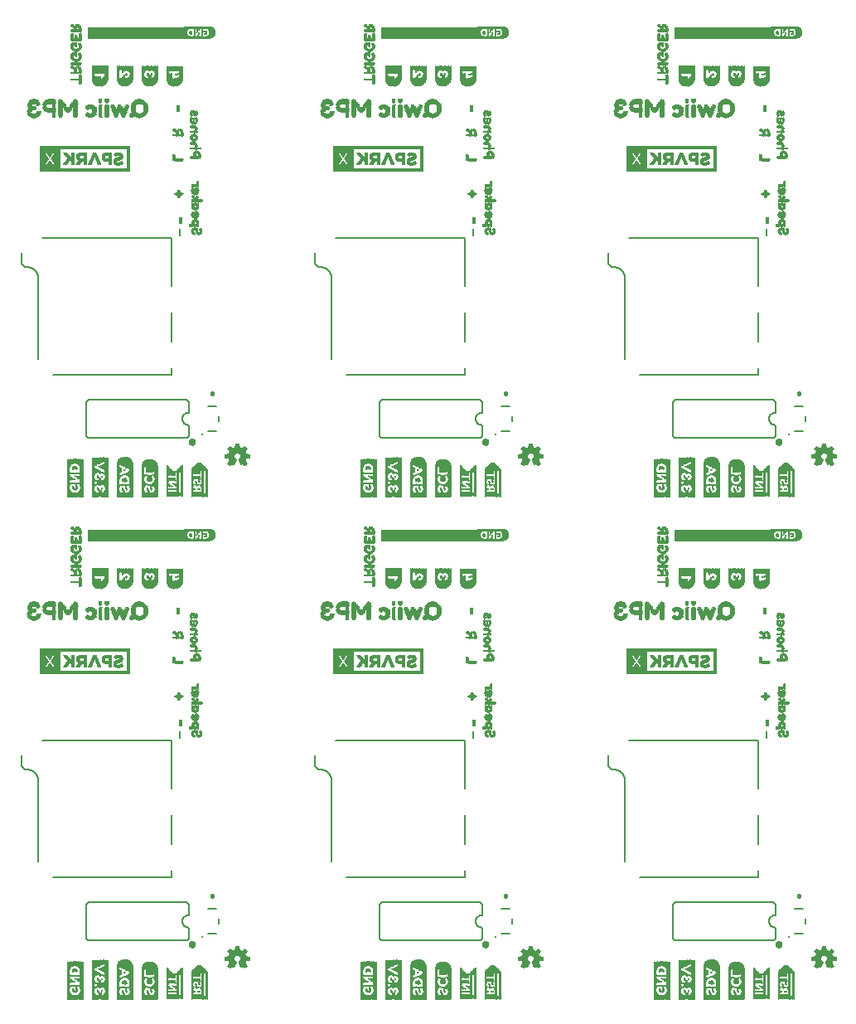
<source format=gbo>
G75*
%MOIN*%
%OFA0B0*%
%FSLAX25Y25*%
%IPPOS*%
%LPD*%
%AMOC8*
5,1,8,0,0,1.08239X$1,22.5*
%
%ADD10R,0.39331X0.04803*%
%ADD11C,0.00039*%
%ADD12C,0.00299*%
%ADD13R,0.00157X0.15276*%
%ADD14R,0.00157X0.03307*%
%ADD15R,0.00157X0.11024*%
%ADD16R,0.00157X0.02992*%
%ADD17R,0.00157X0.01260*%
%ADD18R,0.00157X0.01890*%
%ADD19R,0.00157X0.00630*%
%ADD20R,0.00157X0.02677*%
%ADD21R,0.00157X0.00787*%
%ADD22R,0.00157X0.01575*%
%ADD23R,0.00157X0.00472*%
%ADD24R,0.00157X0.02520*%
%ADD25R,0.00157X0.01417*%
%ADD26R,0.00157X0.02205*%
%ADD27R,0.00157X0.02362*%
%ADD28R,0.00157X0.02047*%
%ADD29R,0.00157X0.01102*%
%ADD30R,0.00157X0.00945*%
%ADD31R,0.00157X0.02835*%
%ADD32R,0.00157X0.01732*%
%ADD33R,0.00157X0.00157*%
%ADD34R,0.00157X0.00315*%
%ADD35R,0.00157X0.03150*%
%ADD36R,0.00157X0.15906*%
%ADD37R,0.00157X0.03937*%
%ADD38R,0.00157X0.07402*%
%ADD39R,0.00157X0.03622*%
%ADD40R,0.00157X0.03465*%
%ADD41R,0.00157X0.13858*%
%ADD42R,0.00157X0.14331*%
%ADD43R,0.00157X0.14646*%
%ADD44R,0.00157X0.14961*%
%ADD45R,0.00157X0.15118*%
%ADD46R,0.00157X0.15433*%
%ADD47R,0.00157X0.11969*%
%ADD48R,0.00157X0.04567*%
%ADD49R,0.00157X0.04409*%
%ADD50R,0.00157X0.04252*%
%ADD51R,0.00157X0.04094*%
%ADD52R,0.00157X0.03780*%
%ADD53R,0.00157X0.12913*%
%ADD54R,0.00157X0.13386*%
%ADD55R,0.00157X0.13701*%
%ADD56R,0.00157X0.14016*%
%ADD57R,0.00157X0.14173*%
%ADD58R,0.00157X0.14488*%
%ADD59R,0.00157X0.07087*%
%ADD60R,0.00157X0.04882*%
%ADD61R,0.00157X0.05039*%
%ADD62R,0.00157X0.05197*%
%ADD63C,0.00800*%
%ADD64C,0.00010*%
%ADD65R,0.00157X0.12756*%
%ADD66R,0.00157X0.12598*%
%ADD67R,0.00157X0.12441*%
%ADD68R,0.00157X0.12283*%
%ADD69R,0.00157X0.11181*%
%ADD70R,0.00157X0.10866*%
%ADD71R,0.00157X0.10709*%
%ADD72R,0.00157X0.12126*%
%ADD73R,0.00157X0.11496*%
%ADD74R,0.00157X0.11654*%
%ADD75R,0.00157X0.13071*%
%ADD76R,0.00157X0.13228*%
%ADD77R,0.00157X0.11811*%
%ADD78R,0.01378X0.00276*%
%ADD79R,0.01102X0.00276*%
%ADD80R,0.01654X0.00276*%
%ADD81R,0.01929X0.00276*%
%ADD82R,0.00276X0.00276*%
%ADD83R,0.02480X0.00276*%
%ADD84R,0.03307X0.00315*%
%ADD85R,0.01929X0.00315*%
%ADD86R,0.01654X0.00315*%
%ADD87R,0.04134X0.00315*%
%ADD88R,0.03031X0.00315*%
%ADD89R,0.03858X0.00276*%
%ADD90R,0.04685X0.00276*%
%ADD91R,0.04961X0.00236*%
%ADD92R,0.01929X0.00236*%
%ADD93R,0.01654X0.00236*%
%ADD94R,0.02205X0.00236*%
%ADD95R,0.04134X0.00236*%
%ADD96R,0.05512X0.00315*%
%ADD97R,0.02480X0.00315*%
%ADD98R,0.05236X0.00315*%
%ADD99R,0.04685X0.00315*%
%ADD100R,0.06063X0.00276*%
%ADD101R,0.00827X0.00276*%
%ADD102R,0.00551X0.00276*%
%ADD103R,0.02756X0.00276*%
%ADD104R,0.05236X0.00276*%
%ADD105R,0.05512X0.00276*%
%ADD106R,0.02480X0.00236*%
%ADD107R,0.03031X0.00236*%
%ADD108R,0.02205X0.00315*%
%ADD109R,0.01378X0.00315*%
%ADD110R,0.01102X0.00315*%
%ADD111R,0.02205X0.00276*%
%ADD112R,0.03307X0.00276*%
%ADD113R,0.03583X0.00276*%
%ADD114R,0.04134X0.00276*%
%ADD115R,0.04409X0.00276*%
%ADD116R,0.07992X0.00276*%
%ADD117R,0.03031X0.00276*%
%ADD118R,0.06614X0.00315*%
%ADD119R,0.00551X0.00315*%
%ADD120R,0.06339X0.00276*%
%ADD121R,0.04961X0.00276*%
%ADD122R,0.05787X0.00276*%
%ADD123R,0.06890X0.00276*%
%ADD124R,0.06614X0.00236*%
%ADD125R,0.04685X0.00236*%
%ADD126R,0.02756X0.00236*%
%ADD127R,0.01102X0.00236*%
%ADD128R,0.01378X0.00236*%
%ADD129R,0.00197X0.02362*%
%ADD130R,0.00197X0.02559*%
%ADD131R,0.00197X0.02756*%
%ADD132R,0.00236X0.02756*%
%ADD133R,0.00197X0.00197*%
%ADD134R,0.00197X0.00984*%
%ADD135R,0.00197X0.01378*%
%ADD136R,0.00197X0.02953*%
%ADD137R,0.00236X0.03346*%
%ADD138R,0.00197X0.03346*%
%ADD139R,0.00236X0.01378*%
%ADD140R,0.00236X0.00591*%
%ADD141R,0.00157X0.05669*%
%ADD142R,0.00157X0.06142*%
%ADD143R,0.00157X0.06457*%
%ADD144R,0.00157X0.06772*%
%ADD145R,0.00157X0.06929*%
%ADD146R,0.00157X0.07244*%
%ADD147R,0.00157X0.04724*%
%ADD148R,0.00157X0.05984*%
%ADD149R,0.00157X0.07559*%
%ADD150R,0.00157X0.07717*%
%ADD151R,0.10276X0.00118*%
%ADD152R,0.10984X0.00118*%
%ADD153R,0.11457X0.00079*%
%ADD154R,0.11929X0.00157*%
%ADD155R,0.12165X0.00118*%
%ADD156R,0.12402X0.00118*%
%ADD157R,0.12638X0.00079*%
%ADD158R,0.03189X0.00118*%
%ADD159R,0.08976X0.00118*%
%ADD160R,0.03071X0.00157*%
%ADD161R,0.00945X0.00157*%
%ADD162R,0.01417X0.00157*%
%ADD163R,0.00472X0.00157*%
%ADD164R,0.02835X0.00118*%
%ADD165R,0.00591X0.00118*%
%ADD166R,0.01181X0.00118*%
%ADD167R,0.00354X0.00118*%
%ADD168R,0.00472X0.00118*%
%ADD169R,0.01063X0.00118*%
%ADD170R,0.02598X0.00118*%
%ADD171R,0.02717X0.00118*%
%ADD172R,0.02717X0.00157*%
%ADD173R,0.00354X0.00157*%
%ADD174R,0.00827X0.00118*%
%ADD175R,0.02480X0.00118*%
%ADD176R,0.00709X0.00118*%
%ADD177R,0.02126X0.00118*%
%ADD178R,0.02598X0.00157*%
%ADD179R,0.02244X0.00157*%
%ADD180R,0.00591X0.00157*%
%ADD181R,0.02480X0.00157*%
%ADD182R,0.02244X0.00118*%
%ADD183R,0.00709X0.00157*%
%ADD184R,0.00118X0.00157*%
%ADD185R,0.00236X0.00157*%
%ADD186R,0.01181X0.00157*%
%ADD187R,0.00236X0.00118*%
%ADD188R,0.00118X0.00118*%
%ADD189R,0.01063X0.00157*%
%ADD190R,0.00945X0.00118*%
%ADD191R,0.00827X0.00157*%
%ADD192R,0.02953X0.00157*%
%ADD193R,0.01299X0.00157*%
%ADD194R,0.03071X0.00118*%
%ADD195R,0.01417X0.00118*%
%ADD196R,0.12638X0.00118*%
%ADD197R,0.11929X0.00118*%
%ADD198R,0.11457X0.00118*%
%ADD199C,0.01000*%
%ADD200C,0.01500*%
D10*
X0094455Y0223500D03*
X0212455Y0223500D03*
X0330455Y0223500D03*
X0330455Y0425500D03*
X0212455Y0425500D03*
X0094455Y0425500D03*
D11*
X0091250Y0379982D02*
X0063292Y0379982D01*
X0055250Y0379982D01*
X0055250Y0374515D01*
X0055250Y0370018D01*
X0063616Y0370018D01*
X0063616Y0370943D01*
X0063292Y0370943D01*
X0063292Y0374515D01*
X0060258Y0374515D01*
X0061582Y0372584D01*
X0060376Y0372584D01*
X0059286Y0374240D01*
X0058202Y0372584D01*
X0056953Y0372584D01*
X0058270Y0374515D01*
X0055250Y0374515D01*
X0058270Y0374515D01*
X0058638Y0375054D01*
X0057025Y0377412D01*
X0058231Y0377412D01*
X0059253Y0375846D01*
X0060268Y0377412D01*
X0061510Y0377412D01*
X0059898Y0375040D01*
X0060258Y0374515D01*
X0063292Y0374515D01*
X0063292Y0379057D01*
X0090325Y0379057D01*
X0090325Y0370943D01*
X0063616Y0370943D01*
X0063616Y0370018D01*
X0091250Y0370018D01*
X0091250Y0379982D01*
X0091250Y0379964D02*
X0055250Y0379964D01*
X0055250Y0379926D02*
X0091250Y0379926D01*
X0091250Y0379888D02*
X0055250Y0379888D01*
X0055250Y0379850D02*
X0091250Y0379850D01*
X0091250Y0379812D02*
X0055250Y0379812D01*
X0055250Y0379774D02*
X0091250Y0379774D01*
X0091250Y0379736D02*
X0055250Y0379736D01*
X0055250Y0379698D02*
X0091250Y0379698D01*
X0091250Y0379661D02*
X0055250Y0379661D01*
X0055250Y0379623D02*
X0091250Y0379623D01*
X0091250Y0379585D02*
X0055250Y0379585D01*
X0055250Y0379547D02*
X0091250Y0379547D01*
X0091250Y0379509D02*
X0055250Y0379509D01*
X0055250Y0379471D02*
X0091250Y0379471D01*
X0091250Y0379433D02*
X0055250Y0379433D01*
X0055250Y0379395D02*
X0091250Y0379395D01*
X0091250Y0379358D02*
X0055250Y0379358D01*
X0055250Y0379320D02*
X0091250Y0379320D01*
X0091250Y0379282D02*
X0055250Y0379282D01*
X0055250Y0379244D02*
X0091250Y0379244D01*
X0091250Y0379206D02*
X0055250Y0379206D01*
X0055250Y0379168D02*
X0091250Y0379168D01*
X0091250Y0379130D02*
X0055250Y0379130D01*
X0055250Y0379092D02*
X0091250Y0379092D01*
X0091250Y0379054D02*
X0090325Y0379054D01*
X0090325Y0379017D02*
X0091250Y0379017D01*
X0091250Y0378979D02*
X0090325Y0378979D01*
X0090325Y0378941D02*
X0091250Y0378941D01*
X0091250Y0378903D02*
X0090325Y0378903D01*
X0090325Y0378865D02*
X0091250Y0378865D01*
X0091250Y0378827D02*
X0090325Y0378827D01*
X0090325Y0378789D02*
X0091250Y0378789D01*
X0091250Y0378751D02*
X0090325Y0378751D01*
X0090325Y0378714D02*
X0091250Y0378714D01*
X0091250Y0378676D02*
X0090325Y0378676D01*
X0090325Y0378638D02*
X0091250Y0378638D01*
X0091250Y0378600D02*
X0090325Y0378600D01*
X0090325Y0378562D02*
X0091250Y0378562D01*
X0091250Y0378524D02*
X0090325Y0378524D01*
X0090325Y0378486D02*
X0091250Y0378486D01*
X0091250Y0378448D02*
X0090325Y0378448D01*
X0090325Y0378410D02*
X0091250Y0378410D01*
X0091250Y0378373D02*
X0090325Y0378373D01*
X0090325Y0378335D02*
X0091250Y0378335D01*
X0091250Y0378297D02*
X0090325Y0378297D01*
X0090325Y0378259D02*
X0091250Y0378259D01*
X0091250Y0378221D02*
X0090325Y0378221D01*
X0090325Y0378183D02*
X0091250Y0378183D01*
X0091250Y0378145D02*
X0090325Y0378145D01*
X0090325Y0378107D02*
X0091250Y0378107D01*
X0091250Y0378070D02*
X0090325Y0378070D01*
X0090325Y0378032D02*
X0091250Y0378032D01*
X0091250Y0377994D02*
X0090325Y0377994D01*
X0090325Y0377956D02*
X0091250Y0377956D01*
X0091250Y0377918D02*
X0090325Y0377918D01*
X0090325Y0377880D02*
X0091250Y0377880D01*
X0091250Y0377842D02*
X0090325Y0377842D01*
X0090325Y0377804D02*
X0091250Y0377804D01*
X0091250Y0377766D02*
X0090325Y0377766D01*
X0090325Y0377729D02*
X0091250Y0377729D01*
X0091250Y0377691D02*
X0090325Y0377691D01*
X0090325Y0377653D02*
X0091250Y0377653D01*
X0091250Y0377615D02*
X0090325Y0377615D01*
X0090325Y0377577D02*
X0091250Y0377577D01*
X0091250Y0377539D02*
X0090325Y0377539D01*
X0090325Y0377501D02*
X0091250Y0377501D01*
X0091250Y0377463D02*
X0090325Y0377463D01*
X0090325Y0377426D02*
X0091250Y0377426D01*
X0091250Y0377388D02*
X0090325Y0377388D01*
X0090325Y0377350D02*
X0091250Y0377350D01*
X0091250Y0377312D02*
X0090325Y0377312D01*
X0090325Y0377274D02*
X0091250Y0377274D01*
X0091250Y0377236D02*
X0090325Y0377236D01*
X0090325Y0377198D02*
X0091250Y0377198D01*
X0091250Y0377160D02*
X0090325Y0377160D01*
X0090325Y0377123D02*
X0091250Y0377123D01*
X0091250Y0377085D02*
X0090325Y0377085D01*
X0090325Y0377047D02*
X0091250Y0377047D01*
X0091250Y0377009D02*
X0090325Y0377009D01*
X0090325Y0376971D02*
X0091250Y0376971D01*
X0091250Y0376933D02*
X0090325Y0376933D01*
X0090325Y0376895D02*
X0091250Y0376895D01*
X0091250Y0376857D02*
X0090325Y0376857D01*
X0090325Y0376819D02*
X0091250Y0376819D01*
X0091250Y0376782D02*
X0090325Y0376782D01*
X0090325Y0376744D02*
X0091250Y0376744D01*
X0091250Y0376706D02*
X0090325Y0376706D01*
X0090325Y0376668D02*
X0091250Y0376668D01*
X0091250Y0376630D02*
X0090325Y0376630D01*
X0090325Y0376592D02*
X0091250Y0376592D01*
X0091250Y0376554D02*
X0090325Y0376554D01*
X0090325Y0376516D02*
X0091250Y0376516D01*
X0091250Y0376479D02*
X0090325Y0376479D01*
X0090325Y0376441D02*
X0091250Y0376441D01*
X0091250Y0376403D02*
X0090325Y0376403D01*
X0090325Y0376365D02*
X0091250Y0376365D01*
X0091250Y0376327D02*
X0090325Y0376327D01*
X0090325Y0376289D02*
X0091250Y0376289D01*
X0091250Y0376251D02*
X0090325Y0376251D01*
X0090325Y0376213D02*
X0091250Y0376213D01*
X0091250Y0376175D02*
X0090325Y0376175D01*
X0090325Y0376138D02*
X0091250Y0376138D01*
X0091250Y0376100D02*
X0090325Y0376100D01*
X0090325Y0376062D02*
X0091250Y0376062D01*
X0091250Y0376024D02*
X0090325Y0376024D01*
X0090325Y0375986D02*
X0091250Y0375986D01*
X0091250Y0375948D02*
X0090325Y0375948D01*
X0090325Y0375910D02*
X0091250Y0375910D01*
X0091250Y0375872D02*
X0090325Y0375872D01*
X0090325Y0375835D02*
X0091250Y0375835D01*
X0091250Y0375797D02*
X0090325Y0375797D01*
X0090325Y0375759D02*
X0091250Y0375759D01*
X0091250Y0375721D02*
X0090325Y0375721D01*
X0090325Y0375683D02*
X0091250Y0375683D01*
X0091250Y0375645D02*
X0090325Y0375645D01*
X0090325Y0375607D02*
X0091250Y0375607D01*
X0091250Y0375569D02*
X0090325Y0375569D01*
X0090325Y0375531D02*
X0091250Y0375531D01*
X0091250Y0375494D02*
X0090325Y0375494D01*
X0090325Y0375456D02*
X0091250Y0375456D01*
X0091250Y0375418D02*
X0090325Y0375418D01*
X0090325Y0375380D02*
X0091250Y0375380D01*
X0091250Y0375342D02*
X0090325Y0375342D01*
X0090325Y0375304D02*
X0091250Y0375304D01*
X0091250Y0375266D02*
X0090325Y0375266D01*
X0090325Y0375228D02*
X0091250Y0375228D01*
X0091250Y0375191D02*
X0090325Y0375191D01*
X0090325Y0375153D02*
X0091250Y0375153D01*
X0091250Y0375115D02*
X0090325Y0375115D01*
X0090325Y0375077D02*
X0091250Y0375077D01*
X0091250Y0375039D02*
X0090325Y0375039D01*
X0090325Y0375001D02*
X0091250Y0375001D01*
X0091250Y0374963D02*
X0090325Y0374963D01*
X0090325Y0374925D02*
X0091250Y0374925D01*
X0091250Y0374887D02*
X0090325Y0374887D01*
X0090325Y0374850D02*
X0091250Y0374850D01*
X0091250Y0374812D02*
X0090325Y0374812D01*
X0090325Y0374774D02*
X0091250Y0374774D01*
X0091250Y0374736D02*
X0090325Y0374736D01*
X0090325Y0374698D02*
X0091250Y0374698D01*
X0091250Y0374660D02*
X0090325Y0374660D01*
X0090325Y0374622D02*
X0091250Y0374622D01*
X0091250Y0374584D02*
X0090325Y0374584D01*
X0090325Y0374547D02*
X0091250Y0374547D01*
X0091250Y0374509D02*
X0090325Y0374509D01*
X0090325Y0374471D02*
X0091250Y0374471D01*
X0091250Y0374433D02*
X0090325Y0374433D01*
X0090325Y0374395D02*
X0091250Y0374395D01*
X0091250Y0374357D02*
X0090325Y0374357D01*
X0090325Y0374319D02*
X0091250Y0374319D01*
X0091250Y0374281D02*
X0090325Y0374281D01*
X0090325Y0374244D02*
X0091250Y0374244D01*
X0091250Y0374206D02*
X0090325Y0374206D01*
X0090325Y0374168D02*
X0091250Y0374168D01*
X0091250Y0374130D02*
X0090325Y0374130D01*
X0090325Y0374092D02*
X0091250Y0374092D01*
X0091250Y0374054D02*
X0090325Y0374054D01*
X0090325Y0374016D02*
X0091250Y0374016D01*
X0091250Y0373978D02*
X0090325Y0373978D01*
X0090325Y0373940D02*
X0091250Y0373940D01*
X0091250Y0373903D02*
X0090325Y0373903D01*
X0090325Y0373865D02*
X0091250Y0373865D01*
X0091250Y0373827D02*
X0090325Y0373827D01*
X0090325Y0373789D02*
X0091250Y0373789D01*
X0091250Y0373751D02*
X0090325Y0373751D01*
X0090325Y0373713D02*
X0091250Y0373713D01*
X0091250Y0373675D02*
X0090325Y0373675D01*
X0090325Y0373637D02*
X0091250Y0373637D01*
X0091250Y0373600D02*
X0090325Y0373600D01*
X0090325Y0373562D02*
X0091250Y0373562D01*
X0091250Y0373524D02*
X0090325Y0373524D01*
X0090325Y0373486D02*
X0091250Y0373486D01*
X0091250Y0373448D02*
X0090325Y0373448D01*
X0090325Y0373410D02*
X0091250Y0373410D01*
X0091250Y0373372D02*
X0090325Y0373372D01*
X0090325Y0373334D02*
X0091250Y0373334D01*
X0091250Y0373296D02*
X0090325Y0373296D01*
X0090325Y0373259D02*
X0091250Y0373259D01*
X0091250Y0373221D02*
X0090325Y0373221D01*
X0090325Y0373183D02*
X0091250Y0373183D01*
X0091250Y0373145D02*
X0090325Y0373145D01*
X0090325Y0373107D02*
X0091250Y0373107D01*
X0091250Y0373069D02*
X0090325Y0373069D01*
X0090325Y0373031D02*
X0091250Y0373031D01*
X0091250Y0372993D02*
X0090325Y0372993D01*
X0090325Y0372956D02*
X0091250Y0372956D01*
X0091250Y0372918D02*
X0090325Y0372918D01*
X0090325Y0372880D02*
X0091250Y0372880D01*
X0091250Y0372842D02*
X0090325Y0372842D01*
X0090325Y0372804D02*
X0091250Y0372804D01*
X0091250Y0372766D02*
X0090325Y0372766D01*
X0090325Y0372728D02*
X0091250Y0372728D01*
X0091250Y0372690D02*
X0090325Y0372690D01*
X0090325Y0372652D02*
X0091250Y0372652D01*
X0091250Y0372615D02*
X0090325Y0372615D01*
X0090325Y0372577D02*
X0091250Y0372577D01*
X0091250Y0372539D02*
X0090325Y0372539D01*
X0090325Y0372501D02*
X0091250Y0372501D01*
X0091250Y0372463D02*
X0090325Y0372463D01*
X0090325Y0372425D02*
X0091250Y0372425D01*
X0091250Y0372387D02*
X0090325Y0372387D01*
X0090325Y0372349D02*
X0091250Y0372349D01*
X0091250Y0372312D02*
X0090325Y0372312D01*
X0090325Y0372274D02*
X0091250Y0372274D01*
X0091250Y0372236D02*
X0090325Y0372236D01*
X0090325Y0372198D02*
X0091250Y0372198D01*
X0091250Y0372160D02*
X0090325Y0372160D01*
X0090325Y0372122D02*
X0091250Y0372122D01*
X0091250Y0372084D02*
X0090325Y0372084D01*
X0090325Y0372046D02*
X0091250Y0372046D01*
X0091250Y0372009D02*
X0090325Y0372009D01*
X0090325Y0371971D02*
X0091250Y0371971D01*
X0091250Y0371933D02*
X0090325Y0371933D01*
X0090325Y0371895D02*
X0091250Y0371895D01*
X0091250Y0371857D02*
X0090325Y0371857D01*
X0090325Y0371819D02*
X0091250Y0371819D01*
X0091250Y0371781D02*
X0090325Y0371781D01*
X0090325Y0371743D02*
X0091250Y0371743D01*
X0091250Y0371705D02*
X0090325Y0371705D01*
X0090325Y0371668D02*
X0091250Y0371668D01*
X0091250Y0371630D02*
X0090325Y0371630D01*
X0090325Y0371592D02*
X0091250Y0371592D01*
X0091250Y0371554D02*
X0090325Y0371554D01*
X0090325Y0371516D02*
X0091250Y0371516D01*
X0091250Y0371478D02*
X0090325Y0371478D01*
X0090325Y0371440D02*
X0091250Y0371440D01*
X0091250Y0371402D02*
X0090325Y0371402D01*
X0090325Y0371365D02*
X0091250Y0371365D01*
X0091250Y0371327D02*
X0090325Y0371327D01*
X0090325Y0371289D02*
X0091250Y0371289D01*
X0091250Y0371251D02*
X0090325Y0371251D01*
X0090325Y0371213D02*
X0091250Y0371213D01*
X0091250Y0371175D02*
X0090325Y0371175D01*
X0090325Y0371137D02*
X0091250Y0371137D01*
X0091250Y0371099D02*
X0090325Y0371099D01*
X0090325Y0371061D02*
X0091250Y0371061D01*
X0091250Y0371024D02*
X0090325Y0371024D01*
X0090325Y0370986D02*
X0091250Y0370986D01*
X0091250Y0370948D02*
X0090325Y0370948D01*
X0091250Y0370910D02*
X0063616Y0370910D01*
X0055250Y0370910D01*
X0055250Y0370948D02*
X0063292Y0370948D01*
X0063292Y0370986D02*
X0055250Y0370986D01*
X0055250Y0371024D02*
X0063292Y0371024D01*
X0063292Y0371061D02*
X0055250Y0371061D01*
X0055250Y0371099D02*
X0063292Y0371099D01*
X0063292Y0371137D02*
X0055250Y0371137D01*
X0055250Y0371175D02*
X0063292Y0371175D01*
X0063292Y0371213D02*
X0055250Y0371213D01*
X0055250Y0371251D02*
X0063292Y0371251D01*
X0063292Y0371289D02*
X0055250Y0371289D01*
X0055250Y0371327D02*
X0063292Y0371327D01*
X0063292Y0371365D02*
X0055250Y0371365D01*
X0055250Y0371402D02*
X0063292Y0371402D01*
X0063292Y0371440D02*
X0055250Y0371440D01*
X0055250Y0371478D02*
X0063292Y0371478D01*
X0063292Y0371516D02*
X0055250Y0371516D01*
X0055250Y0371554D02*
X0063292Y0371554D01*
X0063292Y0371592D02*
X0055250Y0371592D01*
X0055250Y0371630D02*
X0063292Y0371630D01*
X0063292Y0371668D02*
X0055250Y0371668D01*
X0055250Y0371705D02*
X0063292Y0371705D01*
X0063292Y0371743D02*
X0055250Y0371743D01*
X0055250Y0371781D02*
X0063292Y0371781D01*
X0063292Y0371819D02*
X0055250Y0371819D01*
X0055250Y0371857D02*
X0063292Y0371857D01*
X0063292Y0371895D02*
X0055250Y0371895D01*
X0055250Y0371933D02*
X0063292Y0371933D01*
X0063292Y0371971D02*
X0055250Y0371971D01*
X0055250Y0372009D02*
X0063292Y0372009D01*
X0063292Y0372046D02*
X0055250Y0372046D01*
X0055250Y0372084D02*
X0063292Y0372084D01*
X0063292Y0372122D02*
X0055250Y0372122D01*
X0055250Y0372160D02*
X0063292Y0372160D01*
X0063292Y0372198D02*
X0055250Y0372198D01*
X0055250Y0372236D02*
X0063292Y0372236D01*
X0063292Y0372274D02*
X0055250Y0372274D01*
X0055250Y0372312D02*
X0063292Y0372312D01*
X0063292Y0372349D02*
X0055250Y0372349D01*
X0055250Y0372387D02*
X0063292Y0372387D01*
X0063292Y0372425D02*
X0055250Y0372425D01*
X0055250Y0372463D02*
X0063292Y0372463D01*
X0063292Y0372501D02*
X0055250Y0372501D01*
X0055250Y0372539D02*
X0063292Y0372539D01*
X0063292Y0372577D02*
X0055250Y0372577D01*
X0055250Y0372615D02*
X0056973Y0372615D01*
X0056999Y0372652D02*
X0055250Y0372652D01*
X0055250Y0372690D02*
X0057025Y0372690D01*
X0057051Y0372728D02*
X0055250Y0372728D01*
X0055250Y0372766D02*
X0057077Y0372766D01*
X0057103Y0372804D02*
X0055250Y0372804D01*
X0055250Y0372842D02*
X0057128Y0372842D01*
X0057154Y0372880D02*
X0055250Y0372880D01*
X0055250Y0372918D02*
X0057180Y0372918D01*
X0057206Y0372956D02*
X0055250Y0372956D01*
X0055250Y0372993D02*
X0057232Y0372993D01*
X0057258Y0373031D02*
X0055250Y0373031D01*
X0055250Y0373069D02*
X0057284Y0373069D01*
X0057309Y0373107D02*
X0055250Y0373107D01*
X0055250Y0373145D02*
X0057335Y0373145D01*
X0057361Y0373183D02*
X0055250Y0373183D01*
X0055250Y0373221D02*
X0057387Y0373221D01*
X0057413Y0373259D02*
X0055250Y0373259D01*
X0055250Y0373296D02*
X0057439Y0373296D01*
X0057464Y0373334D02*
X0055250Y0373334D01*
X0055250Y0373372D02*
X0057490Y0373372D01*
X0057516Y0373410D02*
X0055250Y0373410D01*
X0055250Y0373448D02*
X0057542Y0373448D01*
X0057568Y0373486D02*
X0055250Y0373486D01*
X0055250Y0373524D02*
X0057594Y0373524D01*
X0057619Y0373562D02*
X0055250Y0373562D01*
X0055250Y0373600D02*
X0057645Y0373600D01*
X0057671Y0373637D02*
X0055250Y0373637D01*
X0055250Y0373675D02*
X0057697Y0373675D01*
X0057723Y0373713D02*
X0055250Y0373713D01*
X0055250Y0373751D02*
X0057749Y0373751D01*
X0057774Y0373789D02*
X0055250Y0373789D01*
X0055250Y0373827D02*
X0057800Y0373827D01*
X0057826Y0373865D02*
X0055250Y0373865D01*
X0055250Y0373903D02*
X0057852Y0373903D01*
X0057878Y0373940D02*
X0055250Y0373940D01*
X0055250Y0373978D02*
X0057904Y0373978D01*
X0057930Y0374016D02*
X0055250Y0374016D01*
X0055250Y0374054D02*
X0057955Y0374054D01*
X0057981Y0374092D02*
X0055250Y0374092D01*
X0055250Y0374130D02*
X0058007Y0374130D01*
X0058033Y0374168D02*
X0055250Y0374168D01*
X0055250Y0374206D02*
X0058059Y0374206D01*
X0058085Y0374244D02*
X0055250Y0374244D01*
X0055250Y0374281D02*
X0058110Y0374281D01*
X0058136Y0374319D02*
X0055250Y0374319D01*
X0055250Y0374357D02*
X0058162Y0374357D01*
X0058188Y0374395D02*
X0055250Y0374395D01*
X0055250Y0374433D02*
X0058214Y0374433D01*
X0058240Y0374471D02*
X0055250Y0374471D01*
X0055250Y0374509D02*
X0058265Y0374509D01*
X0058291Y0374547D02*
X0055250Y0374547D01*
X0055250Y0374584D02*
X0058317Y0374584D01*
X0058343Y0374622D02*
X0055250Y0374622D01*
X0055250Y0374660D02*
X0058369Y0374660D01*
X0058395Y0374698D02*
X0055250Y0374698D01*
X0055250Y0374736D02*
X0058421Y0374736D01*
X0058446Y0374774D02*
X0055250Y0374774D01*
X0055250Y0374812D02*
X0058472Y0374812D01*
X0058498Y0374850D02*
X0055250Y0374850D01*
X0055250Y0374887D02*
X0058524Y0374887D01*
X0058550Y0374925D02*
X0055250Y0374925D01*
X0055250Y0374963D02*
X0058576Y0374963D01*
X0058602Y0375001D02*
X0055250Y0375001D01*
X0055250Y0375039D02*
X0058627Y0375039D01*
X0058622Y0375077D02*
X0055250Y0375077D01*
X0055250Y0375115D02*
X0058596Y0375115D01*
X0058570Y0375153D02*
X0055250Y0375153D01*
X0055250Y0375191D02*
X0058544Y0375191D01*
X0058518Y0375228D02*
X0055250Y0375228D01*
X0055250Y0375266D02*
X0058492Y0375266D01*
X0058466Y0375304D02*
X0055250Y0375304D01*
X0055250Y0375342D02*
X0058441Y0375342D01*
X0058415Y0375380D02*
X0055250Y0375380D01*
X0055250Y0375418D02*
X0058389Y0375418D01*
X0058363Y0375456D02*
X0055250Y0375456D01*
X0055250Y0375494D02*
X0058337Y0375494D01*
X0058311Y0375531D02*
X0055250Y0375531D01*
X0055250Y0375569D02*
X0058285Y0375569D01*
X0058259Y0375607D02*
X0055250Y0375607D01*
X0055250Y0375645D02*
X0058233Y0375645D01*
X0058207Y0375683D02*
X0055250Y0375683D01*
X0055250Y0375721D02*
X0058181Y0375721D01*
X0058156Y0375759D02*
X0055250Y0375759D01*
X0055250Y0375797D02*
X0058130Y0375797D01*
X0058104Y0375835D02*
X0055250Y0375835D01*
X0055250Y0375872D02*
X0058078Y0375872D01*
X0058052Y0375910D02*
X0055250Y0375910D01*
X0055250Y0375948D02*
X0058026Y0375948D01*
X0058000Y0375986D02*
X0055250Y0375986D01*
X0055250Y0376024D02*
X0057974Y0376024D01*
X0057948Y0376062D02*
X0055250Y0376062D01*
X0055250Y0376100D02*
X0057922Y0376100D01*
X0057896Y0376138D02*
X0055250Y0376138D01*
X0055250Y0376175D02*
X0057871Y0376175D01*
X0057845Y0376213D02*
X0055250Y0376213D01*
X0055250Y0376251D02*
X0057819Y0376251D01*
X0057793Y0376289D02*
X0055250Y0376289D01*
X0055250Y0376327D02*
X0057767Y0376327D01*
X0057741Y0376365D02*
X0055250Y0376365D01*
X0055250Y0376403D02*
X0057715Y0376403D01*
X0057689Y0376441D02*
X0055250Y0376441D01*
X0055250Y0376479D02*
X0057663Y0376479D01*
X0057637Y0376516D02*
X0055250Y0376516D01*
X0055250Y0376554D02*
X0057611Y0376554D01*
X0057586Y0376592D02*
X0055250Y0376592D01*
X0055250Y0376630D02*
X0057560Y0376630D01*
X0057534Y0376668D02*
X0055250Y0376668D01*
X0055250Y0376706D02*
X0057508Y0376706D01*
X0057482Y0376744D02*
X0055250Y0376744D01*
X0055250Y0376782D02*
X0057456Y0376782D01*
X0057430Y0376819D02*
X0055250Y0376819D01*
X0055250Y0376857D02*
X0057404Y0376857D01*
X0057378Y0376895D02*
X0055250Y0376895D01*
X0055250Y0376933D02*
X0057352Y0376933D01*
X0057326Y0376971D02*
X0055250Y0376971D01*
X0055250Y0377009D02*
X0057301Y0377009D01*
X0057275Y0377047D02*
X0055250Y0377047D01*
X0055250Y0377085D02*
X0057249Y0377085D01*
X0057223Y0377123D02*
X0055250Y0377123D01*
X0055250Y0377160D02*
X0057197Y0377160D01*
X0057171Y0377198D02*
X0055250Y0377198D01*
X0055250Y0377236D02*
X0057145Y0377236D01*
X0057119Y0377274D02*
X0055250Y0377274D01*
X0055250Y0377312D02*
X0057093Y0377312D01*
X0057067Y0377350D02*
X0055250Y0377350D01*
X0055250Y0377388D02*
X0057041Y0377388D01*
X0058247Y0377388D02*
X0060253Y0377388D01*
X0060228Y0377350D02*
X0058271Y0377350D01*
X0058296Y0377312D02*
X0060204Y0377312D01*
X0060179Y0377274D02*
X0058321Y0377274D01*
X0058346Y0377236D02*
X0060154Y0377236D01*
X0060130Y0377198D02*
X0058370Y0377198D01*
X0058395Y0377160D02*
X0060105Y0377160D01*
X0060081Y0377123D02*
X0058420Y0377123D01*
X0058445Y0377085D02*
X0060056Y0377085D01*
X0060032Y0377047D02*
X0058469Y0377047D01*
X0058494Y0377009D02*
X0060007Y0377009D01*
X0059983Y0376971D02*
X0058519Y0376971D01*
X0058543Y0376933D02*
X0059958Y0376933D01*
X0059933Y0376895D02*
X0058568Y0376895D01*
X0058593Y0376857D02*
X0059909Y0376857D01*
X0059884Y0376819D02*
X0058618Y0376819D01*
X0058642Y0376782D02*
X0059860Y0376782D01*
X0059835Y0376744D02*
X0058667Y0376744D01*
X0058692Y0376706D02*
X0059811Y0376706D01*
X0059786Y0376668D02*
X0058717Y0376668D01*
X0058741Y0376630D02*
X0059761Y0376630D01*
X0059737Y0376592D02*
X0058766Y0376592D01*
X0058791Y0376554D02*
X0059712Y0376554D01*
X0059688Y0376516D02*
X0058816Y0376516D01*
X0058840Y0376479D02*
X0059663Y0376479D01*
X0059639Y0376441D02*
X0058865Y0376441D01*
X0058890Y0376403D02*
X0059614Y0376403D01*
X0059590Y0376365D02*
X0058914Y0376365D01*
X0058939Y0376327D02*
X0059565Y0376327D01*
X0059540Y0376289D02*
X0058964Y0376289D01*
X0058989Y0376251D02*
X0059516Y0376251D01*
X0059491Y0376213D02*
X0059013Y0376213D01*
X0059038Y0376175D02*
X0059467Y0376175D01*
X0059442Y0376138D02*
X0059063Y0376138D01*
X0059088Y0376100D02*
X0059418Y0376100D01*
X0059393Y0376062D02*
X0059112Y0376062D01*
X0059137Y0376024D02*
X0059369Y0376024D01*
X0059344Y0375986D02*
X0059162Y0375986D01*
X0059186Y0375948D02*
X0059319Y0375948D01*
X0059295Y0375910D02*
X0059211Y0375910D01*
X0059236Y0375872D02*
X0059270Y0375872D01*
X0060077Y0375304D02*
X0063292Y0375304D01*
X0063292Y0375266D02*
X0060052Y0375266D01*
X0060026Y0375228D02*
X0063292Y0375228D01*
X0063292Y0375191D02*
X0060000Y0375191D01*
X0059974Y0375153D02*
X0063292Y0375153D01*
X0063292Y0375115D02*
X0059949Y0375115D01*
X0059923Y0375077D02*
X0063292Y0375077D01*
X0063292Y0375039D02*
X0059898Y0375039D01*
X0059924Y0375001D02*
X0063292Y0375001D01*
X0063292Y0374963D02*
X0059950Y0374963D01*
X0059976Y0374925D02*
X0063292Y0374925D01*
X0063292Y0374887D02*
X0060002Y0374887D01*
X0060028Y0374850D02*
X0063292Y0374850D01*
X0063292Y0374812D02*
X0060054Y0374812D01*
X0060080Y0374774D02*
X0063292Y0374774D01*
X0063292Y0374736D02*
X0060106Y0374736D01*
X0060132Y0374698D02*
X0063292Y0374698D01*
X0063292Y0374660D02*
X0060158Y0374660D01*
X0060184Y0374622D02*
X0063292Y0374622D01*
X0063292Y0374584D02*
X0060210Y0374584D01*
X0060236Y0374547D02*
X0063292Y0374547D01*
X0063292Y0374509D02*
X0060262Y0374509D01*
X0060288Y0374471D02*
X0063292Y0374471D01*
X0063292Y0374433D02*
X0060314Y0374433D01*
X0060340Y0374395D02*
X0063292Y0374395D01*
X0063292Y0374357D02*
X0060366Y0374357D01*
X0060392Y0374319D02*
X0063292Y0374319D01*
X0063292Y0374281D02*
X0060418Y0374281D01*
X0060444Y0374244D02*
X0063292Y0374244D01*
X0063292Y0374206D02*
X0060470Y0374206D01*
X0060496Y0374168D02*
X0063292Y0374168D01*
X0063292Y0374130D02*
X0060522Y0374130D01*
X0060548Y0374092D02*
X0063292Y0374092D01*
X0063292Y0374054D02*
X0060574Y0374054D01*
X0060600Y0374016D02*
X0063292Y0374016D01*
X0063292Y0373978D02*
X0060626Y0373978D01*
X0060652Y0373940D02*
X0063292Y0373940D01*
X0063292Y0373903D02*
X0060678Y0373903D01*
X0060704Y0373865D02*
X0063292Y0373865D01*
X0063292Y0373827D02*
X0060730Y0373827D01*
X0060756Y0373789D02*
X0063292Y0373789D01*
X0063292Y0373751D02*
X0060782Y0373751D01*
X0060808Y0373713D02*
X0063292Y0373713D01*
X0063292Y0373675D02*
X0060834Y0373675D01*
X0060860Y0373637D02*
X0063292Y0373637D01*
X0063292Y0373600D02*
X0060886Y0373600D01*
X0060912Y0373562D02*
X0063292Y0373562D01*
X0063292Y0373524D02*
X0060938Y0373524D01*
X0060964Y0373486D02*
X0063292Y0373486D01*
X0063292Y0373448D02*
X0060990Y0373448D01*
X0061016Y0373410D02*
X0063292Y0373410D01*
X0063292Y0373372D02*
X0061042Y0373372D01*
X0061068Y0373334D02*
X0063292Y0373334D01*
X0063292Y0373296D02*
X0061094Y0373296D01*
X0061120Y0373259D02*
X0063292Y0373259D01*
X0063292Y0373221D02*
X0061146Y0373221D01*
X0061172Y0373183D02*
X0063292Y0373183D01*
X0063292Y0373145D02*
X0061198Y0373145D01*
X0061224Y0373107D02*
X0063292Y0373107D01*
X0063292Y0373069D02*
X0061250Y0373069D01*
X0061276Y0373031D02*
X0063292Y0373031D01*
X0063292Y0372993D02*
X0061302Y0372993D01*
X0061328Y0372956D02*
X0063292Y0372956D01*
X0063292Y0372918D02*
X0061354Y0372918D01*
X0061380Y0372880D02*
X0063292Y0372880D01*
X0063292Y0372842D02*
X0061406Y0372842D01*
X0061432Y0372804D02*
X0063292Y0372804D01*
X0063292Y0372766D02*
X0061458Y0372766D01*
X0061484Y0372728D02*
X0063292Y0372728D01*
X0063292Y0372690D02*
X0061510Y0372690D01*
X0061536Y0372652D02*
X0063292Y0372652D01*
X0063292Y0372615D02*
X0061562Y0372615D01*
X0060356Y0372615D02*
X0058222Y0372615D01*
X0058247Y0372652D02*
X0060332Y0372652D01*
X0060307Y0372690D02*
X0058271Y0372690D01*
X0058296Y0372728D02*
X0060282Y0372728D01*
X0060257Y0372766D02*
X0058321Y0372766D01*
X0058346Y0372804D02*
X0060232Y0372804D01*
X0060207Y0372842D02*
X0058370Y0372842D01*
X0058395Y0372880D02*
X0060182Y0372880D01*
X0060157Y0372918D02*
X0058420Y0372918D01*
X0058445Y0372956D02*
X0060132Y0372956D01*
X0060107Y0372993D02*
X0058470Y0372993D01*
X0058494Y0373031D02*
X0060082Y0373031D01*
X0060057Y0373069D02*
X0058519Y0373069D01*
X0058544Y0373107D02*
X0060032Y0373107D01*
X0060007Y0373145D02*
X0058569Y0373145D01*
X0058594Y0373183D02*
X0059982Y0373183D01*
X0059957Y0373221D02*
X0058618Y0373221D01*
X0058643Y0373259D02*
X0059932Y0373259D01*
X0059907Y0373296D02*
X0058668Y0373296D01*
X0058693Y0373334D02*
X0059882Y0373334D01*
X0059857Y0373372D02*
X0058718Y0373372D01*
X0058742Y0373410D02*
X0059832Y0373410D01*
X0059808Y0373448D02*
X0058767Y0373448D01*
X0058792Y0373486D02*
X0059783Y0373486D01*
X0059758Y0373524D02*
X0058817Y0373524D01*
X0058841Y0373562D02*
X0059733Y0373562D01*
X0059708Y0373600D02*
X0058866Y0373600D01*
X0058891Y0373637D02*
X0059683Y0373637D01*
X0059658Y0373675D02*
X0058916Y0373675D01*
X0058941Y0373713D02*
X0059633Y0373713D01*
X0059608Y0373751D02*
X0058965Y0373751D01*
X0058990Y0373789D02*
X0059583Y0373789D01*
X0059558Y0373827D02*
X0059015Y0373827D01*
X0059040Y0373865D02*
X0059533Y0373865D01*
X0059508Y0373903D02*
X0059065Y0373903D01*
X0059089Y0373940D02*
X0059483Y0373940D01*
X0059458Y0373978D02*
X0059114Y0373978D01*
X0059139Y0374016D02*
X0059433Y0374016D01*
X0059408Y0374054D02*
X0059164Y0374054D01*
X0059188Y0374092D02*
X0059383Y0374092D01*
X0059358Y0374130D02*
X0059213Y0374130D01*
X0059238Y0374168D02*
X0059333Y0374168D01*
X0059309Y0374206D02*
X0059263Y0374206D01*
X0060103Y0375342D02*
X0063292Y0375342D01*
X0063292Y0375380D02*
X0060129Y0375380D01*
X0060155Y0375418D02*
X0063292Y0375418D01*
X0063292Y0375456D02*
X0060180Y0375456D01*
X0060206Y0375494D02*
X0063292Y0375494D01*
X0063292Y0375531D02*
X0060232Y0375531D01*
X0060258Y0375569D02*
X0063292Y0375569D01*
X0063292Y0375607D02*
X0060283Y0375607D01*
X0060309Y0375645D02*
X0063292Y0375645D01*
X0063292Y0375683D02*
X0060335Y0375683D01*
X0060361Y0375721D02*
X0063292Y0375721D01*
X0063292Y0375759D02*
X0060387Y0375759D01*
X0060412Y0375797D02*
X0063292Y0375797D01*
X0063292Y0375835D02*
X0060438Y0375835D01*
X0060464Y0375872D02*
X0063292Y0375872D01*
X0063292Y0375910D02*
X0060490Y0375910D01*
X0060515Y0375948D02*
X0063292Y0375948D01*
X0063292Y0375986D02*
X0060541Y0375986D01*
X0060567Y0376024D02*
X0063292Y0376024D01*
X0063292Y0376062D02*
X0060593Y0376062D01*
X0060618Y0376100D02*
X0063292Y0376100D01*
X0063292Y0376138D02*
X0060644Y0376138D01*
X0060670Y0376175D02*
X0063292Y0376175D01*
X0063292Y0376213D02*
X0060696Y0376213D01*
X0060721Y0376251D02*
X0063292Y0376251D01*
X0063292Y0376289D02*
X0060747Y0376289D01*
X0060773Y0376327D02*
X0063292Y0376327D01*
X0063292Y0376365D02*
X0060799Y0376365D01*
X0060824Y0376403D02*
X0063292Y0376403D01*
X0063292Y0376441D02*
X0060850Y0376441D01*
X0060876Y0376479D02*
X0063292Y0376479D01*
X0063292Y0376516D02*
X0060902Y0376516D01*
X0060927Y0376554D02*
X0063292Y0376554D01*
X0063292Y0376592D02*
X0060953Y0376592D01*
X0060979Y0376630D02*
X0063292Y0376630D01*
X0063292Y0376668D02*
X0061005Y0376668D01*
X0061030Y0376706D02*
X0063292Y0376706D01*
X0063292Y0376744D02*
X0061056Y0376744D01*
X0061082Y0376782D02*
X0063292Y0376782D01*
X0063292Y0376819D02*
X0061108Y0376819D01*
X0061133Y0376857D02*
X0063292Y0376857D01*
X0063292Y0376895D02*
X0061159Y0376895D01*
X0061185Y0376933D02*
X0063292Y0376933D01*
X0063292Y0376971D02*
X0061211Y0376971D01*
X0061236Y0377009D02*
X0063292Y0377009D01*
X0063292Y0377047D02*
X0061262Y0377047D01*
X0061288Y0377085D02*
X0063292Y0377085D01*
X0063292Y0377123D02*
X0061314Y0377123D01*
X0061339Y0377160D02*
X0063292Y0377160D01*
X0063292Y0377198D02*
X0061365Y0377198D01*
X0061391Y0377236D02*
X0063292Y0377236D01*
X0063292Y0377274D02*
X0061417Y0377274D01*
X0061442Y0377312D02*
X0063292Y0377312D01*
X0063292Y0377350D02*
X0061468Y0377350D01*
X0061494Y0377388D02*
X0063292Y0377388D01*
X0063292Y0377426D02*
X0055250Y0377426D01*
X0055250Y0377463D02*
X0063292Y0377463D01*
X0063292Y0377501D02*
X0055250Y0377501D01*
X0055250Y0377539D02*
X0063292Y0377539D01*
X0063292Y0377577D02*
X0055250Y0377577D01*
X0055250Y0377615D02*
X0063292Y0377615D01*
X0063292Y0377653D02*
X0055250Y0377653D01*
X0055250Y0377691D02*
X0063292Y0377691D01*
X0063292Y0377729D02*
X0055250Y0377729D01*
X0055250Y0377766D02*
X0063292Y0377766D01*
X0063292Y0377804D02*
X0055250Y0377804D01*
X0055250Y0377842D02*
X0063292Y0377842D01*
X0063292Y0377880D02*
X0055250Y0377880D01*
X0055250Y0377918D02*
X0063292Y0377918D01*
X0063292Y0377956D02*
X0055250Y0377956D01*
X0055250Y0377994D02*
X0063292Y0377994D01*
X0063292Y0378032D02*
X0055250Y0378032D01*
X0055250Y0378070D02*
X0063292Y0378070D01*
X0063292Y0378107D02*
X0055250Y0378107D01*
X0055250Y0378145D02*
X0063292Y0378145D01*
X0063292Y0378183D02*
X0055250Y0378183D01*
X0055250Y0378221D02*
X0063292Y0378221D01*
X0063292Y0378259D02*
X0055250Y0378259D01*
X0055250Y0378297D02*
X0063292Y0378297D01*
X0063292Y0378335D02*
X0055250Y0378335D01*
X0055250Y0378373D02*
X0063292Y0378373D01*
X0063292Y0378410D02*
X0055250Y0378410D01*
X0055250Y0378448D02*
X0063292Y0378448D01*
X0063292Y0378486D02*
X0055250Y0378486D01*
X0055250Y0378524D02*
X0063292Y0378524D01*
X0063292Y0378562D02*
X0055250Y0378562D01*
X0055250Y0378600D02*
X0063292Y0378600D01*
X0063292Y0378638D02*
X0055250Y0378638D01*
X0055250Y0378676D02*
X0063292Y0378676D01*
X0063292Y0378714D02*
X0055250Y0378714D01*
X0055250Y0378751D02*
X0063292Y0378751D01*
X0063292Y0378789D02*
X0055250Y0378789D01*
X0055250Y0378827D02*
X0063292Y0378827D01*
X0063292Y0378865D02*
X0055250Y0378865D01*
X0055250Y0378903D02*
X0063292Y0378903D01*
X0063292Y0378941D02*
X0055250Y0378941D01*
X0055250Y0378979D02*
X0063292Y0378979D01*
X0063292Y0379017D02*
X0055250Y0379017D01*
X0055250Y0379054D02*
X0063292Y0379054D01*
X0064736Y0377412D02*
X0066018Y0377412D01*
X0067158Y0376184D01*
X0065915Y0376184D01*
X0064736Y0377412D01*
X0064759Y0377388D02*
X0066040Y0377388D01*
X0066075Y0377350D02*
X0064796Y0377350D01*
X0064832Y0377312D02*
X0066111Y0377312D01*
X0066146Y0377274D02*
X0064868Y0377274D01*
X0064905Y0377236D02*
X0066181Y0377236D01*
X0066216Y0377198D02*
X0064941Y0377198D01*
X0064977Y0377160D02*
X0066251Y0377160D01*
X0066286Y0377123D02*
X0065014Y0377123D01*
X0065050Y0377085D02*
X0066322Y0377085D01*
X0066357Y0377047D02*
X0065087Y0377047D01*
X0065123Y0377009D02*
X0066392Y0377009D01*
X0066427Y0376971D02*
X0065159Y0376971D01*
X0065196Y0376933D02*
X0066462Y0376933D01*
X0066497Y0376895D02*
X0065232Y0376895D01*
X0065268Y0376857D02*
X0066533Y0376857D01*
X0066568Y0376819D02*
X0065305Y0376819D01*
X0065341Y0376782D02*
X0066603Y0376782D01*
X0066638Y0376744D02*
X0065377Y0376744D01*
X0065414Y0376706D02*
X0066673Y0376706D01*
X0066708Y0376668D02*
X0065450Y0376668D01*
X0065486Y0376630D02*
X0066744Y0376630D01*
X0066779Y0376592D02*
X0065523Y0376592D01*
X0065559Y0376554D02*
X0066814Y0376554D01*
X0066849Y0376516D02*
X0065595Y0376516D01*
X0065632Y0376479D02*
X0066884Y0376479D01*
X0066919Y0376441D02*
X0065668Y0376441D01*
X0065705Y0376403D02*
X0066955Y0376403D01*
X0066990Y0376365D02*
X0065741Y0376365D01*
X0065777Y0376327D02*
X0067025Y0376327D01*
X0067060Y0376289D02*
X0065814Y0376289D01*
X0065850Y0376251D02*
X0067095Y0376251D01*
X0067130Y0376213D02*
X0065886Y0376213D01*
X0065915Y0376184D02*
X0066702Y0375364D01*
X0064646Y0372584D01*
X0065920Y0372584D01*
X0067418Y0374640D01*
X0067976Y0374060D01*
X0067976Y0372584D01*
X0069038Y0372584D01*
X0069038Y0376184D01*
X0067976Y0376184D01*
X0067976Y0377412D01*
X0069038Y0377412D01*
X0069038Y0376184D01*
X0067976Y0376184D01*
X0067976Y0375302D01*
X0067158Y0376184D01*
X0065915Y0376184D01*
X0065923Y0376175D02*
X0067166Y0376175D01*
X0067201Y0376138D02*
X0065959Y0376138D01*
X0065995Y0376100D02*
X0067236Y0376100D01*
X0067271Y0376062D02*
X0066032Y0376062D01*
X0066068Y0376024D02*
X0067306Y0376024D01*
X0067341Y0375986D02*
X0066104Y0375986D01*
X0066141Y0375948D02*
X0067377Y0375948D01*
X0067412Y0375910D02*
X0066177Y0375910D01*
X0066213Y0375872D02*
X0067447Y0375872D01*
X0067482Y0375835D02*
X0066250Y0375835D01*
X0066286Y0375797D02*
X0067517Y0375797D01*
X0067552Y0375759D02*
X0066322Y0375759D01*
X0066359Y0375721D02*
X0067588Y0375721D01*
X0067623Y0375683D02*
X0066395Y0375683D01*
X0066431Y0375645D02*
X0067658Y0375645D01*
X0067693Y0375607D02*
X0066468Y0375607D01*
X0066504Y0375569D02*
X0067728Y0375569D01*
X0067763Y0375531D02*
X0066541Y0375531D01*
X0066577Y0375494D02*
X0067798Y0375494D01*
X0067834Y0375456D02*
X0066613Y0375456D01*
X0066650Y0375418D02*
X0067869Y0375418D01*
X0067904Y0375380D02*
X0066686Y0375380D01*
X0066686Y0375342D02*
X0067939Y0375342D01*
X0067976Y0375342D02*
X0069038Y0375342D01*
X0069038Y0375304D02*
X0067976Y0375304D01*
X0067974Y0375304D02*
X0066658Y0375304D01*
X0066630Y0375266D02*
X0069038Y0375266D01*
X0069038Y0375228D02*
X0066602Y0375228D01*
X0066574Y0375191D02*
X0069038Y0375191D01*
X0069038Y0375153D02*
X0066546Y0375153D01*
X0066518Y0375115D02*
X0069038Y0375115D01*
X0069038Y0375077D02*
X0066490Y0375077D01*
X0066462Y0375039D02*
X0069038Y0375039D01*
X0069038Y0375001D02*
X0066434Y0375001D01*
X0066405Y0374963D02*
X0069038Y0374963D01*
X0069038Y0374925D02*
X0066377Y0374925D01*
X0066349Y0374887D02*
X0069038Y0374887D01*
X0069038Y0374850D02*
X0066321Y0374850D01*
X0066293Y0374812D02*
X0069038Y0374812D01*
X0069038Y0374774D02*
X0066265Y0374774D01*
X0066237Y0374736D02*
X0069038Y0374736D01*
X0069038Y0374698D02*
X0066209Y0374698D01*
X0066181Y0374660D02*
X0069038Y0374660D01*
X0069038Y0374622D02*
X0067435Y0374622D01*
X0067405Y0374622D02*
X0066153Y0374622D01*
X0066125Y0374584D02*
X0067378Y0374584D01*
X0067350Y0374547D02*
X0066097Y0374547D01*
X0066069Y0374509D02*
X0067322Y0374509D01*
X0067295Y0374471D02*
X0066041Y0374471D01*
X0066013Y0374433D02*
X0067267Y0374433D01*
X0067240Y0374395D02*
X0065985Y0374395D01*
X0065957Y0374357D02*
X0067212Y0374357D01*
X0067184Y0374319D02*
X0065929Y0374319D01*
X0065901Y0374281D02*
X0067157Y0374281D01*
X0067129Y0374244D02*
X0065873Y0374244D01*
X0065845Y0374206D02*
X0067102Y0374206D01*
X0067074Y0374168D02*
X0065817Y0374168D01*
X0065789Y0374130D02*
X0067046Y0374130D01*
X0067019Y0374092D02*
X0065761Y0374092D01*
X0065733Y0374054D02*
X0066991Y0374054D01*
X0066964Y0374016D02*
X0065705Y0374016D01*
X0065677Y0373978D02*
X0066936Y0373978D01*
X0066908Y0373940D02*
X0065649Y0373940D01*
X0065621Y0373903D02*
X0066881Y0373903D01*
X0066853Y0373865D02*
X0065593Y0373865D01*
X0065565Y0373827D02*
X0066826Y0373827D01*
X0066798Y0373789D02*
X0065537Y0373789D01*
X0065509Y0373751D02*
X0066770Y0373751D01*
X0066743Y0373713D02*
X0065481Y0373713D01*
X0065453Y0373675D02*
X0066715Y0373675D01*
X0066688Y0373637D02*
X0065425Y0373637D01*
X0065397Y0373600D02*
X0066660Y0373600D01*
X0066632Y0373562D02*
X0065369Y0373562D01*
X0065341Y0373524D02*
X0066605Y0373524D01*
X0066577Y0373486D02*
X0065313Y0373486D01*
X0065285Y0373448D02*
X0066550Y0373448D01*
X0066522Y0373410D02*
X0065257Y0373410D01*
X0065229Y0373372D02*
X0066494Y0373372D01*
X0066467Y0373334D02*
X0065201Y0373334D01*
X0065173Y0373296D02*
X0066439Y0373296D01*
X0066412Y0373259D02*
X0065145Y0373259D01*
X0065117Y0373221D02*
X0066384Y0373221D01*
X0066356Y0373183D02*
X0065089Y0373183D01*
X0065061Y0373145D02*
X0066329Y0373145D01*
X0066301Y0373107D02*
X0065033Y0373107D01*
X0065005Y0373069D02*
X0066274Y0373069D01*
X0066246Y0373031D02*
X0064977Y0373031D01*
X0064949Y0372993D02*
X0066218Y0372993D01*
X0066191Y0372956D02*
X0064921Y0372956D01*
X0064892Y0372918D02*
X0066163Y0372918D01*
X0066136Y0372880D02*
X0064864Y0372880D01*
X0064836Y0372842D02*
X0066108Y0372842D01*
X0066080Y0372804D02*
X0064808Y0372804D01*
X0064780Y0372766D02*
X0066053Y0372766D01*
X0066025Y0372728D02*
X0064752Y0372728D01*
X0064724Y0372690D02*
X0065998Y0372690D01*
X0065970Y0372652D02*
X0064696Y0372652D01*
X0064668Y0372615D02*
X0065942Y0372615D01*
X0067976Y0372615D02*
X0069038Y0372615D01*
X0069038Y0372652D02*
X0067976Y0372652D01*
X0067976Y0372690D02*
X0069038Y0372690D01*
X0069038Y0372728D02*
X0067976Y0372728D01*
X0067976Y0372766D02*
X0069038Y0372766D01*
X0069038Y0372804D02*
X0067976Y0372804D01*
X0067976Y0372842D02*
X0069038Y0372842D01*
X0069038Y0372880D02*
X0067976Y0372880D01*
X0067976Y0372918D02*
X0069038Y0372918D01*
X0069038Y0372956D02*
X0067976Y0372956D01*
X0067976Y0372993D02*
X0069038Y0372993D01*
X0069038Y0373031D02*
X0067976Y0373031D01*
X0067976Y0373069D02*
X0069038Y0373069D01*
X0069038Y0373107D02*
X0067976Y0373107D01*
X0067976Y0373145D02*
X0069038Y0373145D01*
X0069038Y0373183D02*
X0067976Y0373183D01*
X0067976Y0373221D02*
X0069038Y0373221D01*
X0069038Y0373259D02*
X0067976Y0373259D01*
X0067976Y0373296D02*
X0069038Y0373296D01*
X0069038Y0373334D02*
X0067976Y0373334D01*
X0067976Y0373372D02*
X0069038Y0373372D01*
X0069038Y0373410D02*
X0067976Y0373410D01*
X0067976Y0373448D02*
X0069038Y0373448D01*
X0069038Y0373486D02*
X0067976Y0373486D01*
X0067976Y0373524D02*
X0069038Y0373524D01*
X0069038Y0373562D02*
X0067976Y0373562D01*
X0067976Y0373600D02*
X0069038Y0373600D01*
X0069038Y0373637D02*
X0067976Y0373637D01*
X0067976Y0373675D02*
X0069038Y0373675D01*
X0069038Y0373713D02*
X0067976Y0373713D01*
X0067976Y0373751D02*
X0069038Y0373751D01*
X0069038Y0373789D02*
X0067976Y0373789D01*
X0067976Y0373827D02*
X0069038Y0373827D01*
X0069038Y0373865D02*
X0067976Y0373865D01*
X0067976Y0373903D02*
X0069038Y0373903D01*
X0069038Y0373940D02*
X0067976Y0373940D01*
X0067976Y0373978D02*
X0069038Y0373978D01*
X0069038Y0374016D02*
X0067976Y0374016D01*
X0067976Y0374054D02*
X0069038Y0374054D01*
X0069038Y0374092D02*
X0067946Y0374092D01*
X0067909Y0374130D02*
X0069038Y0374130D01*
X0069038Y0374168D02*
X0067873Y0374168D01*
X0067836Y0374206D02*
X0069038Y0374206D01*
X0069038Y0374244D02*
X0067800Y0374244D01*
X0067763Y0374281D02*
X0069038Y0374281D01*
X0069038Y0374319D02*
X0067727Y0374319D01*
X0067690Y0374357D02*
X0069038Y0374357D01*
X0069038Y0374395D02*
X0067654Y0374395D01*
X0067617Y0374433D02*
X0069038Y0374433D01*
X0069038Y0374471D02*
X0067581Y0374471D01*
X0067544Y0374509D02*
X0069038Y0374509D01*
X0069038Y0374547D02*
X0067508Y0374547D01*
X0067471Y0374584D02*
X0069038Y0374584D01*
X0069038Y0375380D02*
X0067976Y0375380D01*
X0067976Y0375418D02*
X0069038Y0375418D01*
X0069038Y0375456D02*
X0067976Y0375456D01*
X0067976Y0375494D02*
X0069038Y0375494D01*
X0069038Y0375531D02*
X0067976Y0375531D01*
X0067976Y0375569D02*
X0069038Y0375569D01*
X0069038Y0375607D02*
X0067976Y0375607D01*
X0067976Y0375645D02*
X0069038Y0375645D01*
X0069038Y0375683D02*
X0067976Y0375683D01*
X0067976Y0375721D02*
X0069038Y0375721D01*
X0069038Y0375759D02*
X0067976Y0375759D01*
X0067976Y0375797D02*
X0069038Y0375797D01*
X0069038Y0375835D02*
X0067976Y0375835D01*
X0067976Y0375872D02*
X0069038Y0375872D01*
X0069038Y0375910D02*
X0067976Y0375910D01*
X0067976Y0375948D02*
X0069038Y0375948D01*
X0069038Y0375986D02*
X0067976Y0375986D01*
X0067976Y0376024D02*
X0069038Y0376024D01*
X0069038Y0376062D02*
X0067976Y0376062D01*
X0067976Y0376100D02*
X0069038Y0376100D01*
X0069038Y0376138D02*
X0067976Y0376138D01*
X0067976Y0376175D02*
X0069038Y0376175D01*
X0069038Y0376213D02*
X0067976Y0376213D01*
X0067976Y0376251D02*
X0069038Y0376251D01*
X0069038Y0376289D02*
X0067976Y0376289D01*
X0067976Y0376327D02*
X0069038Y0376327D01*
X0069038Y0376365D02*
X0067976Y0376365D01*
X0067976Y0376403D02*
X0069038Y0376403D01*
X0069038Y0376441D02*
X0067976Y0376441D01*
X0067976Y0376479D02*
X0069038Y0376479D01*
X0069038Y0376516D02*
X0067976Y0376516D01*
X0067976Y0376554D02*
X0069038Y0376554D01*
X0069038Y0376592D02*
X0067976Y0376592D01*
X0067976Y0376630D02*
X0069038Y0376630D01*
X0069038Y0376668D02*
X0067976Y0376668D01*
X0067976Y0376706D02*
X0069038Y0376706D01*
X0069038Y0376744D02*
X0067976Y0376744D01*
X0067976Y0376782D02*
X0069038Y0376782D01*
X0069038Y0376819D02*
X0067976Y0376819D01*
X0067976Y0376857D02*
X0069038Y0376857D01*
X0069038Y0376895D02*
X0067976Y0376895D01*
X0067976Y0376933D02*
X0069038Y0376933D01*
X0069038Y0376971D02*
X0067976Y0376971D01*
X0067976Y0377009D02*
X0069038Y0377009D01*
X0069038Y0377047D02*
X0067976Y0377047D01*
X0067976Y0377085D02*
X0069038Y0377085D01*
X0069038Y0377123D02*
X0067976Y0377123D01*
X0067976Y0377160D02*
X0069038Y0377160D01*
X0069038Y0377198D02*
X0067976Y0377198D01*
X0067976Y0377236D02*
X0069038Y0377236D01*
X0069038Y0377274D02*
X0067976Y0377274D01*
X0067976Y0377312D02*
X0069038Y0377312D01*
X0069038Y0377350D02*
X0067976Y0377350D01*
X0067976Y0377388D02*
X0069038Y0377388D01*
X0070239Y0376706D02*
X0074028Y0376706D01*
X0074028Y0376744D02*
X0070259Y0376744D01*
X0070268Y0376759D02*
X0070478Y0376991D01*
X0070742Y0377175D01*
X0071054Y0377307D01*
X0071413Y0377386D01*
X0071821Y0377412D01*
X0074028Y0377412D01*
X0074028Y0376184D01*
X0072966Y0376184D01*
X0072966Y0376454D01*
X0071911Y0376454D01*
X0071560Y0376411D01*
X0071295Y0376282D01*
X0071220Y0376184D01*
X0070032Y0376184D01*
X0070118Y0376486D01*
X0070268Y0376759D01*
X0070288Y0376782D02*
X0074028Y0376782D01*
X0074028Y0376819D02*
X0070323Y0376819D01*
X0070357Y0376857D02*
X0074028Y0376857D01*
X0074028Y0376895D02*
X0070391Y0376895D01*
X0070426Y0376933D02*
X0074028Y0376933D01*
X0074028Y0376971D02*
X0070460Y0376971D01*
X0070504Y0377009D02*
X0074028Y0377009D01*
X0074028Y0377047D02*
X0070558Y0377047D01*
X0070612Y0377085D02*
X0074028Y0377085D01*
X0074028Y0377123D02*
X0070667Y0377123D01*
X0070721Y0377160D02*
X0074028Y0377160D01*
X0074028Y0377198D02*
X0070797Y0377198D01*
X0070886Y0377236D02*
X0074028Y0377236D01*
X0074028Y0377274D02*
X0070976Y0377274D01*
X0071077Y0377312D02*
X0074028Y0377312D01*
X0074028Y0377350D02*
X0071250Y0377350D01*
X0071445Y0377388D02*
X0074028Y0377388D01*
X0074028Y0376668D02*
X0070218Y0376668D01*
X0070197Y0376630D02*
X0074028Y0376630D01*
X0074028Y0376592D02*
X0070176Y0376592D01*
X0070156Y0376554D02*
X0074028Y0376554D01*
X0074028Y0376516D02*
X0070135Y0376516D01*
X0070116Y0376479D02*
X0074028Y0376479D01*
X0074028Y0376441D02*
X0072966Y0376441D01*
X0072966Y0376403D02*
X0074028Y0376403D01*
X0074028Y0376365D02*
X0072966Y0376365D01*
X0072966Y0376327D02*
X0074028Y0376327D01*
X0074028Y0376289D02*
X0072966Y0376289D01*
X0072966Y0376251D02*
X0074028Y0376251D01*
X0074028Y0376213D02*
X0072966Y0376213D01*
X0072966Y0376184D02*
X0074028Y0376184D01*
X0074028Y0372584D01*
X0072966Y0372584D01*
X0072966Y0374129D01*
X0072130Y0374129D01*
X0071097Y0372584D01*
X0069855Y0372584D01*
X0071036Y0374309D01*
X0070617Y0374530D01*
X0070287Y0374849D01*
X0070072Y0375272D01*
X0069999Y0375803D01*
X0069999Y0375817D01*
X0070029Y0376172D01*
X0070032Y0376184D01*
X0071220Y0376184D01*
X0071130Y0376066D01*
X0071076Y0375763D01*
X0071076Y0375752D01*
X0071127Y0375474D01*
X0071284Y0375256D01*
X0071541Y0375116D01*
X0071889Y0375068D01*
X0072966Y0375068D01*
X0072966Y0376184D01*
X0072966Y0376175D02*
X0074028Y0376175D01*
X0074028Y0376138D02*
X0072966Y0376138D01*
X0072966Y0376100D02*
X0074028Y0376100D01*
X0074028Y0376062D02*
X0072966Y0376062D01*
X0072966Y0376024D02*
X0074028Y0376024D01*
X0074028Y0375986D02*
X0072966Y0375986D01*
X0072966Y0375948D02*
X0074028Y0375948D01*
X0074028Y0375910D02*
X0072966Y0375910D01*
X0072966Y0375872D02*
X0074028Y0375872D01*
X0074028Y0375835D02*
X0072966Y0375835D01*
X0072966Y0375797D02*
X0074028Y0375797D01*
X0074028Y0375759D02*
X0072966Y0375759D01*
X0072966Y0375721D02*
X0074028Y0375721D01*
X0074028Y0375683D02*
X0072966Y0375683D01*
X0072966Y0375645D02*
X0074028Y0375645D01*
X0074028Y0375607D02*
X0072966Y0375607D01*
X0072966Y0375569D02*
X0074028Y0375569D01*
X0074028Y0375531D02*
X0072966Y0375531D01*
X0072966Y0375494D02*
X0074028Y0375494D01*
X0074028Y0375456D02*
X0072966Y0375456D01*
X0072966Y0375418D02*
X0074028Y0375418D01*
X0074028Y0375380D02*
X0072966Y0375380D01*
X0072966Y0375342D02*
X0074028Y0375342D01*
X0074028Y0375304D02*
X0072966Y0375304D01*
X0072966Y0375266D02*
X0074028Y0375266D01*
X0074028Y0375228D02*
X0072966Y0375228D01*
X0072966Y0375191D02*
X0074028Y0375191D01*
X0074028Y0375153D02*
X0072966Y0375153D01*
X0072966Y0375115D02*
X0074028Y0375115D01*
X0074028Y0375077D02*
X0072966Y0375077D01*
X0072966Y0374092D02*
X0074028Y0374092D01*
X0074028Y0374130D02*
X0070913Y0374130D01*
X0070888Y0374092D02*
X0072106Y0374092D01*
X0072080Y0374054D02*
X0070862Y0374054D01*
X0070836Y0374016D02*
X0072055Y0374016D01*
X0072030Y0373978D02*
X0070810Y0373978D01*
X0070784Y0373940D02*
X0072004Y0373940D01*
X0071979Y0373903D02*
X0070758Y0373903D01*
X0070732Y0373865D02*
X0071954Y0373865D01*
X0071928Y0373827D02*
X0070706Y0373827D01*
X0070680Y0373789D02*
X0071903Y0373789D01*
X0071878Y0373751D02*
X0070654Y0373751D01*
X0070628Y0373713D02*
X0071852Y0373713D01*
X0071827Y0373675D02*
X0070602Y0373675D01*
X0070576Y0373637D02*
X0071802Y0373637D01*
X0071776Y0373600D02*
X0070550Y0373600D01*
X0070524Y0373562D02*
X0071751Y0373562D01*
X0071726Y0373524D02*
X0070498Y0373524D01*
X0070473Y0373486D02*
X0071700Y0373486D01*
X0071675Y0373448D02*
X0070447Y0373448D01*
X0070421Y0373410D02*
X0071650Y0373410D01*
X0071624Y0373372D02*
X0070395Y0373372D01*
X0070369Y0373334D02*
X0071599Y0373334D01*
X0071574Y0373296D02*
X0070343Y0373296D01*
X0070317Y0373259D02*
X0071548Y0373259D01*
X0071523Y0373221D02*
X0070291Y0373221D01*
X0070265Y0373183D02*
X0071498Y0373183D01*
X0071472Y0373145D02*
X0070239Y0373145D01*
X0070213Y0373107D02*
X0071447Y0373107D01*
X0071422Y0373069D02*
X0070187Y0373069D01*
X0070161Y0373031D02*
X0071396Y0373031D01*
X0071371Y0372993D02*
X0070135Y0372993D01*
X0070109Y0372956D02*
X0071345Y0372956D01*
X0071320Y0372918D02*
X0070083Y0372918D01*
X0070057Y0372880D02*
X0071295Y0372880D01*
X0071269Y0372842D02*
X0070032Y0372842D01*
X0070006Y0372804D02*
X0071244Y0372804D01*
X0071219Y0372766D02*
X0069980Y0372766D01*
X0069954Y0372728D02*
X0071193Y0372728D01*
X0071168Y0372690D02*
X0069928Y0372690D01*
X0069902Y0372652D02*
X0071143Y0372652D01*
X0071117Y0372615D02*
X0069876Y0372615D01*
X0070939Y0374168D02*
X0074028Y0374168D01*
X0074028Y0374206D02*
X0070965Y0374206D01*
X0070991Y0374244D02*
X0074028Y0374244D01*
X0074028Y0374281D02*
X0071017Y0374281D01*
X0071016Y0374319D02*
X0074028Y0374319D01*
X0074028Y0374357D02*
X0070945Y0374357D01*
X0070873Y0374395D02*
X0074028Y0374395D01*
X0074028Y0374433D02*
X0070801Y0374433D01*
X0070730Y0374471D02*
X0074028Y0374471D01*
X0074028Y0374509D02*
X0070658Y0374509D01*
X0070600Y0374547D02*
X0074028Y0374547D01*
X0074028Y0374584D02*
X0070561Y0374584D01*
X0070522Y0374622D02*
X0074028Y0374622D01*
X0074028Y0374660D02*
X0070483Y0374660D01*
X0070443Y0374698D02*
X0074028Y0374698D01*
X0074028Y0374736D02*
X0070404Y0374736D01*
X0070365Y0374774D02*
X0074028Y0374774D01*
X0074028Y0374812D02*
X0070326Y0374812D01*
X0070287Y0374850D02*
X0074028Y0374850D01*
X0074028Y0374887D02*
X0070267Y0374887D01*
X0070248Y0374925D02*
X0074028Y0374925D01*
X0074028Y0374963D02*
X0070229Y0374963D01*
X0070210Y0375001D02*
X0074028Y0375001D01*
X0074028Y0375039D02*
X0070190Y0375039D01*
X0070171Y0375077D02*
X0071827Y0375077D01*
X0071550Y0375115D02*
X0070152Y0375115D01*
X0070132Y0375153D02*
X0071473Y0375153D01*
X0071404Y0375191D02*
X0070113Y0375191D01*
X0070094Y0375228D02*
X0071334Y0375228D01*
X0071277Y0375266D02*
X0070074Y0375266D01*
X0070067Y0375304D02*
X0071249Y0375304D01*
X0071222Y0375342D02*
X0070062Y0375342D01*
X0070057Y0375380D02*
X0071195Y0375380D01*
X0071168Y0375418D02*
X0070052Y0375418D01*
X0070047Y0375456D02*
X0071141Y0375456D01*
X0071124Y0375494D02*
X0070041Y0375494D01*
X0070036Y0375531D02*
X0071117Y0375531D01*
X0071110Y0375569D02*
X0070031Y0375569D01*
X0070026Y0375607D02*
X0071103Y0375607D01*
X0071096Y0375645D02*
X0070021Y0375645D01*
X0070016Y0375683D02*
X0071088Y0375683D01*
X0071081Y0375721D02*
X0070010Y0375721D01*
X0070005Y0375759D02*
X0071076Y0375759D01*
X0071082Y0375797D02*
X0070000Y0375797D01*
X0070001Y0375835D02*
X0071088Y0375835D01*
X0071095Y0375872D02*
X0070004Y0375872D01*
X0070007Y0375910D02*
X0071102Y0375910D01*
X0071109Y0375948D02*
X0070010Y0375948D01*
X0070013Y0375986D02*
X0071116Y0375986D01*
X0071123Y0376024D02*
X0070016Y0376024D01*
X0070020Y0376062D02*
X0071129Y0376062D01*
X0071156Y0376100D02*
X0070023Y0376100D01*
X0070026Y0376138D02*
X0071185Y0376138D01*
X0071214Y0376175D02*
X0070030Y0376175D01*
X0070041Y0376213D02*
X0071243Y0376213D01*
X0071272Y0376251D02*
X0070052Y0376251D01*
X0070062Y0376289D02*
X0071311Y0376289D01*
X0071388Y0376327D02*
X0070073Y0376327D01*
X0070084Y0376365D02*
X0071465Y0376365D01*
X0071542Y0376403D02*
X0070095Y0376403D01*
X0070105Y0376441D02*
X0071799Y0376441D01*
X0072966Y0374054D02*
X0074028Y0374054D01*
X0074028Y0374016D02*
X0072966Y0374016D01*
X0072966Y0373978D02*
X0074028Y0373978D01*
X0074028Y0373940D02*
X0072966Y0373940D01*
X0072966Y0373903D02*
X0074028Y0373903D01*
X0074028Y0373865D02*
X0072966Y0373865D01*
X0072966Y0373827D02*
X0074028Y0373827D01*
X0074028Y0373789D02*
X0072966Y0373789D01*
X0072966Y0373751D02*
X0074028Y0373751D01*
X0074028Y0373713D02*
X0072966Y0373713D01*
X0072966Y0373675D02*
X0074028Y0373675D01*
X0074028Y0373637D02*
X0072966Y0373637D01*
X0072966Y0373600D02*
X0074028Y0373600D01*
X0074028Y0373562D02*
X0072966Y0373562D01*
X0072966Y0373524D02*
X0074028Y0373524D01*
X0074028Y0373486D02*
X0072966Y0373486D01*
X0072966Y0373448D02*
X0074028Y0373448D01*
X0074028Y0373410D02*
X0072966Y0373410D01*
X0072966Y0373372D02*
X0074028Y0373372D01*
X0074028Y0373334D02*
X0072966Y0373334D01*
X0072966Y0373296D02*
X0074028Y0373296D01*
X0074028Y0373259D02*
X0072966Y0373259D01*
X0072966Y0373221D02*
X0074028Y0373221D01*
X0074028Y0373183D02*
X0072966Y0373183D01*
X0072966Y0373145D02*
X0074028Y0373145D01*
X0074028Y0373107D02*
X0072966Y0373107D01*
X0072966Y0373069D02*
X0074028Y0373069D01*
X0074028Y0373031D02*
X0072966Y0373031D01*
X0072966Y0372993D02*
X0074028Y0372993D01*
X0074028Y0372956D02*
X0072966Y0372956D01*
X0072966Y0372918D02*
X0074028Y0372918D01*
X0074028Y0372880D02*
X0072966Y0372880D01*
X0072966Y0372842D02*
X0074028Y0372842D01*
X0074028Y0372804D02*
X0072966Y0372804D01*
X0072966Y0372766D02*
X0074028Y0372766D01*
X0074028Y0372728D02*
X0072966Y0372728D01*
X0072966Y0372690D02*
X0074028Y0372690D01*
X0074028Y0372652D02*
X0072966Y0372652D01*
X0072966Y0372615D02*
X0074028Y0372615D01*
X0074773Y0372584D02*
X0076305Y0376184D01*
X0078360Y0376184D01*
X0077822Y0377448D01*
X0076843Y0377448D01*
X0076305Y0376184D01*
X0078360Y0376184D01*
X0079892Y0372584D01*
X0078808Y0372584D01*
X0077347Y0376170D01*
X0075885Y0372584D01*
X0074773Y0372584D01*
X0074786Y0372615D02*
X0075898Y0372615D01*
X0075913Y0372652D02*
X0074802Y0372652D01*
X0074818Y0372690D02*
X0075928Y0372690D01*
X0075944Y0372728D02*
X0074834Y0372728D01*
X0074850Y0372766D02*
X0075959Y0372766D01*
X0075975Y0372804D02*
X0074866Y0372804D01*
X0074882Y0372842D02*
X0075990Y0372842D01*
X0076006Y0372880D02*
X0074899Y0372880D01*
X0074915Y0372918D02*
X0076021Y0372918D01*
X0076036Y0372956D02*
X0074931Y0372956D01*
X0074947Y0372993D02*
X0076052Y0372993D01*
X0076067Y0373031D02*
X0074963Y0373031D01*
X0074979Y0373069D02*
X0076083Y0373069D01*
X0076098Y0373107D02*
X0074995Y0373107D01*
X0075011Y0373145D02*
X0076114Y0373145D01*
X0076129Y0373183D02*
X0075028Y0373183D01*
X0075044Y0373221D02*
X0076145Y0373221D01*
X0076160Y0373259D02*
X0075060Y0373259D01*
X0075076Y0373296D02*
X0076175Y0373296D01*
X0076191Y0373334D02*
X0075092Y0373334D01*
X0075108Y0373372D02*
X0076206Y0373372D01*
X0076222Y0373410D02*
X0075124Y0373410D01*
X0075140Y0373448D02*
X0076237Y0373448D01*
X0076253Y0373486D02*
X0075157Y0373486D01*
X0075173Y0373524D02*
X0076268Y0373524D01*
X0076284Y0373562D02*
X0075189Y0373562D01*
X0075205Y0373600D02*
X0076299Y0373600D01*
X0076314Y0373637D02*
X0075221Y0373637D01*
X0075237Y0373675D02*
X0076330Y0373675D01*
X0076345Y0373713D02*
X0075253Y0373713D01*
X0075269Y0373751D02*
X0076361Y0373751D01*
X0076376Y0373789D02*
X0075286Y0373789D01*
X0075302Y0373827D02*
X0076392Y0373827D01*
X0076407Y0373865D02*
X0075318Y0373865D01*
X0075334Y0373903D02*
X0076423Y0373903D01*
X0076438Y0373940D02*
X0075350Y0373940D01*
X0075366Y0373978D02*
X0076453Y0373978D01*
X0076469Y0374016D02*
X0075382Y0374016D01*
X0075398Y0374054D02*
X0076484Y0374054D01*
X0076500Y0374092D02*
X0075414Y0374092D01*
X0075431Y0374130D02*
X0076515Y0374130D01*
X0076531Y0374168D02*
X0075447Y0374168D01*
X0075463Y0374206D02*
X0076546Y0374206D01*
X0076562Y0374244D02*
X0075479Y0374244D01*
X0075495Y0374281D02*
X0076577Y0374281D01*
X0076592Y0374319D02*
X0075511Y0374319D01*
X0075527Y0374357D02*
X0076608Y0374357D01*
X0076623Y0374395D02*
X0075543Y0374395D01*
X0075560Y0374433D02*
X0076639Y0374433D01*
X0076654Y0374471D02*
X0075576Y0374471D01*
X0075592Y0374509D02*
X0076670Y0374509D01*
X0076685Y0374547D02*
X0075608Y0374547D01*
X0075624Y0374584D02*
X0076700Y0374584D01*
X0076716Y0374622D02*
X0075640Y0374622D01*
X0075656Y0374660D02*
X0076731Y0374660D01*
X0076747Y0374698D02*
X0075672Y0374698D01*
X0075689Y0374736D02*
X0076762Y0374736D01*
X0076778Y0374774D02*
X0075705Y0374774D01*
X0075721Y0374812D02*
X0076793Y0374812D01*
X0076809Y0374850D02*
X0075737Y0374850D01*
X0075753Y0374887D02*
X0076824Y0374887D01*
X0076839Y0374925D02*
X0075769Y0374925D01*
X0075785Y0374963D02*
X0076855Y0374963D01*
X0076870Y0375001D02*
X0075801Y0375001D01*
X0075818Y0375039D02*
X0076886Y0375039D01*
X0076901Y0375077D02*
X0075834Y0375077D01*
X0075850Y0375115D02*
X0076917Y0375115D01*
X0076932Y0375153D02*
X0075866Y0375153D01*
X0075882Y0375191D02*
X0076948Y0375191D01*
X0076963Y0375228D02*
X0075898Y0375228D01*
X0075914Y0375266D02*
X0076978Y0375266D01*
X0076994Y0375304D02*
X0075930Y0375304D01*
X0075947Y0375342D02*
X0077009Y0375342D01*
X0077025Y0375380D02*
X0075963Y0375380D01*
X0075979Y0375418D02*
X0077040Y0375418D01*
X0077056Y0375456D02*
X0075995Y0375456D01*
X0076011Y0375494D02*
X0077071Y0375494D01*
X0077087Y0375531D02*
X0076027Y0375531D01*
X0076043Y0375569D02*
X0077102Y0375569D01*
X0077117Y0375607D02*
X0076059Y0375607D01*
X0076076Y0375645D02*
X0077133Y0375645D01*
X0077148Y0375683D02*
X0076092Y0375683D01*
X0076108Y0375721D02*
X0077164Y0375721D01*
X0077179Y0375759D02*
X0076124Y0375759D01*
X0076140Y0375797D02*
X0077195Y0375797D01*
X0077210Y0375835D02*
X0076156Y0375835D01*
X0076172Y0375872D02*
X0077226Y0375872D01*
X0077241Y0375910D02*
X0076188Y0375910D01*
X0076205Y0375948D02*
X0077256Y0375948D01*
X0077272Y0375986D02*
X0076221Y0375986D01*
X0076237Y0376024D02*
X0077287Y0376024D01*
X0077303Y0376062D02*
X0076253Y0376062D01*
X0076269Y0376100D02*
X0077318Y0376100D01*
X0077334Y0376138D02*
X0076285Y0376138D01*
X0076301Y0376175D02*
X0078364Y0376175D01*
X0078380Y0376138D02*
X0077360Y0376138D01*
X0077375Y0376100D02*
X0078396Y0376100D01*
X0078412Y0376062D02*
X0077391Y0376062D01*
X0077406Y0376024D02*
X0078428Y0376024D01*
X0078444Y0375986D02*
X0077422Y0375986D01*
X0077437Y0375948D02*
X0078461Y0375948D01*
X0078477Y0375910D02*
X0077453Y0375910D01*
X0077468Y0375872D02*
X0078493Y0375872D01*
X0078509Y0375835D02*
X0077484Y0375835D01*
X0077499Y0375797D02*
X0078525Y0375797D01*
X0078541Y0375759D02*
X0077514Y0375759D01*
X0077530Y0375721D02*
X0078557Y0375721D01*
X0078573Y0375683D02*
X0077545Y0375683D01*
X0077561Y0375645D02*
X0078590Y0375645D01*
X0078606Y0375607D02*
X0077576Y0375607D01*
X0077592Y0375569D02*
X0078622Y0375569D01*
X0078638Y0375531D02*
X0077607Y0375531D01*
X0077623Y0375494D02*
X0078654Y0375494D01*
X0078670Y0375456D02*
X0077638Y0375456D01*
X0077653Y0375418D02*
X0078686Y0375418D01*
X0078702Y0375380D02*
X0077669Y0375380D01*
X0077684Y0375342D02*
X0078718Y0375342D01*
X0078735Y0375304D02*
X0077700Y0375304D01*
X0077715Y0375266D02*
X0078751Y0375266D01*
X0078767Y0375228D02*
X0077731Y0375228D01*
X0077746Y0375191D02*
X0078783Y0375191D01*
X0078799Y0375153D02*
X0077762Y0375153D01*
X0077777Y0375115D02*
X0078815Y0375115D01*
X0078831Y0375077D02*
X0077792Y0375077D01*
X0077808Y0375039D02*
X0078847Y0375039D01*
X0078864Y0375001D02*
X0077823Y0375001D01*
X0077839Y0374963D02*
X0078880Y0374963D01*
X0078896Y0374925D02*
X0077854Y0374925D01*
X0077870Y0374887D02*
X0078912Y0374887D01*
X0078928Y0374850D02*
X0077885Y0374850D01*
X0077900Y0374812D02*
X0078944Y0374812D01*
X0078960Y0374774D02*
X0077916Y0374774D01*
X0077931Y0374736D02*
X0078976Y0374736D01*
X0078993Y0374698D02*
X0077947Y0374698D01*
X0077962Y0374660D02*
X0079009Y0374660D01*
X0079025Y0374622D02*
X0077978Y0374622D01*
X0077993Y0374584D02*
X0079041Y0374584D01*
X0079057Y0374547D02*
X0078009Y0374547D01*
X0078024Y0374509D02*
X0079073Y0374509D01*
X0079089Y0374471D02*
X0078039Y0374471D01*
X0078055Y0374433D02*
X0079105Y0374433D01*
X0079121Y0374395D02*
X0078070Y0374395D01*
X0078086Y0374357D02*
X0079138Y0374357D01*
X0079154Y0374319D02*
X0078101Y0374319D01*
X0078117Y0374281D02*
X0079170Y0374281D01*
X0079186Y0374244D02*
X0078132Y0374244D01*
X0078148Y0374206D02*
X0079202Y0374206D01*
X0079218Y0374168D02*
X0078163Y0374168D01*
X0078178Y0374130D02*
X0079234Y0374130D01*
X0079250Y0374092D02*
X0078194Y0374092D01*
X0078209Y0374054D02*
X0079267Y0374054D01*
X0079283Y0374016D02*
X0078225Y0374016D01*
X0078240Y0373978D02*
X0079299Y0373978D01*
X0079315Y0373940D02*
X0078256Y0373940D01*
X0078271Y0373903D02*
X0079331Y0373903D01*
X0079347Y0373865D02*
X0078287Y0373865D01*
X0078302Y0373827D02*
X0079363Y0373827D01*
X0079379Y0373789D02*
X0078317Y0373789D01*
X0078333Y0373751D02*
X0079396Y0373751D01*
X0079412Y0373713D02*
X0078348Y0373713D01*
X0078364Y0373675D02*
X0079428Y0373675D01*
X0079444Y0373637D02*
X0078379Y0373637D01*
X0078395Y0373600D02*
X0079460Y0373600D01*
X0079476Y0373562D02*
X0078410Y0373562D01*
X0078425Y0373524D02*
X0079492Y0373524D01*
X0079508Y0373486D02*
X0078441Y0373486D01*
X0078456Y0373448D02*
X0079524Y0373448D01*
X0079541Y0373410D02*
X0078472Y0373410D01*
X0078487Y0373372D02*
X0079557Y0373372D01*
X0079573Y0373334D02*
X0078503Y0373334D01*
X0078518Y0373296D02*
X0079589Y0373296D01*
X0079605Y0373259D02*
X0078534Y0373259D01*
X0078549Y0373221D02*
X0079621Y0373221D01*
X0079637Y0373183D02*
X0078564Y0373183D01*
X0078580Y0373145D02*
X0079653Y0373145D01*
X0079670Y0373107D02*
X0078595Y0373107D01*
X0078611Y0373069D02*
X0079686Y0373069D01*
X0079702Y0373031D02*
X0078626Y0373031D01*
X0078642Y0372993D02*
X0079718Y0372993D01*
X0079734Y0372956D02*
X0078657Y0372956D01*
X0078673Y0372918D02*
X0079750Y0372918D01*
X0079766Y0372880D02*
X0078688Y0372880D01*
X0078703Y0372842D02*
X0079782Y0372842D01*
X0079799Y0372804D02*
X0078719Y0372804D01*
X0078734Y0372766D02*
X0079815Y0372766D01*
X0079831Y0372728D02*
X0078750Y0372728D01*
X0078765Y0372690D02*
X0079847Y0372690D01*
X0079863Y0372652D02*
X0078781Y0372652D01*
X0078796Y0372615D02*
X0079879Y0372615D01*
X0081005Y0374357D02*
X0084086Y0374357D01*
X0084086Y0374319D02*
X0081063Y0374319D01*
X0081122Y0374281D02*
X0084086Y0374281D01*
X0084086Y0374244D02*
X0081215Y0374244D01*
X0081122Y0374281D02*
X0080835Y0374467D01*
X0080598Y0374708D01*
X0080418Y0375000D01*
X0080304Y0375343D01*
X0080266Y0375738D01*
X0080263Y0375731D01*
X0080263Y0375745D01*
X0080295Y0376102D01*
X0080318Y0376184D01*
X0081506Y0376184D01*
X0081570Y0376267D01*
X0081842Y0376408D01*
X0082200Y0376454D01*
X0083020Y0376454D01*
X0083020Y0376184D01*
X0084086Y0376184D01*
X0084086Y0377419D01*
X0082113Y0377419D01*
X0081700Y0377388D01*
X0081336Y0377297D01*
X0081020Y0377150D01*
X0080756Y0376955D01*
X0080544Y0376712D01*
X0080389Y0376426D01*
X0080318Y0376184D01*
X0081506Y0376184D01*
X0081396Y0376038D01*
X0081339Y0375724D01*
X0081339Y0375709D01*
X0081394Y0375424D01*
X0081559Y0375187D01*
X0081824Y0375030D01*
X0082178Y0374978D01*
X0083020Y0374978D01*
X0083020Y0376184D01*
X0084086Y0376184D01*
X0084086Y0372592D01*
X0083024Y0372592D01*
X0083024Y0374039D01*
X0082218Y0374039D01*
X0081824Y0374066D01*
X0081454Y0374147D01*
X0081122Y0374281D01*
X0081309Y0374206D02*
X0084086Y0374206D01*
X0084086Y0374168D02*
X0081403Y0374168D01*
X0081532Y0374130D02*
X0084086Y0374130D01*
X0084086Y0374092D02*
X0081705Y0374092D01*
X0081996Y0374054D02*
X0084086Y0374054D01*
X0084086Y0374016D02*
X0083024Y0374016D01*
X0083024Y0373978D02*
X0084086Y0373978D01*
X0084086Y0373940D02*
X0083024Y0373940D01*
X0083024Y0373903D02*
X0084086Y0373903D01*
X0084086Y0373865D02*
X0083024Y0373865D01*
X0083024Y0373827D02*
X0084086Y0373827D01*
X0084086Y0373789D02*
X0083024Y0373789D01*
X0083024Y0373751D02*
X0084086Y0373751D01*
X0084086Y0373713D02*
X0083024Y0373713D01*
X0083024Y0373675D02*
X0084086Y0373675D01*
X0084086Y0373637D02*
X0083024Y0373637D01*
X0083024Y0373600D02*
X0084086Y0373600D01*
X0084086Y0373562D02*
X0083024Y0373562D01*
X0083024Y0373524D02*
X0084086Y0373524D01*
X0084086Y0373486D02*
X0083024Y0373486D01*
X0083024Y0373448D02*
X0084086Y0373448D01*
X0084086Y0373410D02*
X0083024Y0373410D01*
X0083024Y0373372D02*
X0084086Y0373372D01*
X0084086Y0373334D02*
X0083024Y0373334D01*
X0083024Y0373296D02*
X0084086Y0373296D01*
X0084086Y0373259D02*
X0083024Y0373259D01*
X0083024Y0373221D02*
X0084086Y0373221D01*
X0084086Y0373183D02*
X0083024Y0373183D01*
X0083024Y0373145D02*
X0084086Y0373145D01*
X0084086Y0373107D02*
X0083024Y0373107D01*
X0083024Y0373069D02*
X0084086Y0373069D01*
X0084086Y0373031D02*
X0083024Y0373031D01*
X0083024Y0372993D02*
X0084086Y0372993D01*
X0084086Y0372956D02*
X0083024Y0372956D01*
X0083024Y0372918D02*
X0084086Y0372918D01*
X0084086Y0372880D02*
X0083024Y0372880D01*
X0083024Y0372842D02*
X0084086Y0372842D01*
X0084086Y0372804D02*
X0083024Y0372804D01*
X0083024Y0372766D02*
X0084086Y0372766D01*
X0084086Y0372728D02*
X0083024Y0372728D01*
X0083024Y0372690D02*
X0084086Y0372690D01*
X0084086Y0372652D02*
X0083024Y0372652D01*
X0083024Y0372615D02*
X0084086Y0372615D01*
X0085177Y0373296D02*
X0088809Y0373296D01*
X0088824Y0373279D02*
X0088366Y0372936D01*
X0087859Y0372696D01*
X0087322Y0372553D01*
X0086775Y0372505D01*
X0086400Y0372530D01*
X0086059Y0372606D01*
X0085758Y0372728D01*
X0085501Y0372894D01*
X0085293Y0373106D01*
X0085137Y0373362D01*
X0085040Y0373662D01*
X0085008Y0373999D01*
X0085008Y0374028D01*
X0085032Y0374323D01*
X0085108Y0374572D01*
X0085234Y0374784D01*
X0085407Y0374968D01*
X0085890Y0375256D01*
X0086545Y0375472D01*
X0087060Y0375616D01*
X0087380Y0375745D01*
X0087542Y0375900D01*
X0087585Y0376105D01*
X0087585Y0376120D01*
X0087570Y0376184D01*
X0088621Y0376184D01*
X0088636Y0376022D01*
X0088636Y0376008D01*
X0088607Y0375679D01*
X0088521Y0375407D01*
X0088384Y0375185D01*
X0088201Y0375004D01*
X0087697Y0374730D01*
X0087031Y0374528D01*
X0086538Y0374384D01*
X0086239Y0374248D01*
X0086095Y0374100D01*
X0086055Y0373916D01*
X0086055Y0373902D01*
X0086101Y0373710D01*
X0086239Y0373567D01*
X0086458Y0373476D01*
X0086754Y0373445D01*
X0087152Y0373485D01*
X0087517Y0373603D01*
X0087861Y0373789D01*
X0088197Y0374032D01*
X0088824Y0373279D01*
X0088796Y0373259D02*
X0085200Y0373259D01*
X0085223Y0373221D02*
X0088745Y0373221D01*
X0088695Y0373183D02*
X0085247Y0373183D01*
X0085270Y0373145D02*
X0088644Y0373145D01*
X0088594Y0373107D02*
X0085293Y0373107D01*
X0085330Y0373069D02*
X0088543Y0373069D01*
X0088492Y0373031D02*
X0085367Y0373031D01*
X0085404Y0372993D02*
X0088442Y0372993D01*
X0088391Y0372956D02*
X0085441Y0372956D01*
X0085478Y0372918D02*
X0088326Y0372918D01*
X0088246Y0372880D02*
X0085523Y0372880D01*
X0085582Y0372842D02*
X0088166Y0372842D01*
X0088087Y0372804D02*
X0085641Y0372804D01*
X0085700Y0372766D02*
X0088007Y0372766D01*
X0087927Y0372728D02*
X0085759Y0372728D01*
X0085852Y0372690D02*
X0087838Y0372690D01*
X0087695Y0372652D02*
X0085945Y0372652D01*
X0086038Y0372615D02*
X0087553Y0372615D01*
X0087411Y0372577D02*
X0086190Y0372577D01*
X0086360Y0372539D02*
X0087159Y0372539D01*
X0087155Y0373486D02*
X0088652Y0373486D01*
X0088683Y0373448D02*
X0086786Y0373448D01*
X0086724Y0373448D02*
X0085109Y0373448D01*
X0085097Y0373486D02*
X0086435Y0373486D01*
X0086344Y0373524D02*
X0085085Y0373524D01*
X0085072Y0373562D02*
X0086252Y0373562D01*
X0086208Y0373600D02*
X0085060Y0373600D01*
X0085048Y0373637D02*
X0086171Y0373637D01*
X0086135Y0373675D02*
X0085039Y0373675D01*
X0085035Y0373713D02*
X0086101Y0373713D01*
X0086091Y0373751D02*
X0085031Y0373751D01*
X0085028Y0373789D02*
X0086082Y0373789D01*
X0086073Y0373827D02*
X0085024Y0373827D01*
X0085021Y0373865D02*
X0086064Y0373865D01*
X0086055Y0373903D02*
X0085017Y0373903D01*
X0085013Y0373940D02*
X0086060Y0373940D01*
X0086069Y0373978D02*
X0085010Y0373978D01*
X0085008Y0374016D02*
X0086077Y0374016D01*
X0086085Y0374054D02*
X0085010Y0374054D01*
X0085013Y0374092D02*
X0086093Y0374092D01*
X0086124Y0374130D02*
X0085016Y0374130D01*
X0085019Y0374168D02*
X0086161Y0374168D01*
X0086198Y0374206D02*
X0085023Y0374206D01*
X0085026Y0374244D02*
X0086235Y0374244D01*
X0086313Y0374281D02*
X0085029Y0374281D01*
X0085032Y0374319D02*
X0086395Y0374319D01*
X0086478Y0374357D02*
X0085043Y0374357D01*
X0085054Y0374395D02*
X0086574Y0374395D01*
X0086704Y0374433D02*
X0085066Y0374433D01*
X0085078Y0374471D02*
X0086834Y0374471D01*
X0086963Y0374509D02*
X0085089Y0374509D01*
X0085101Y0374547D02*
X0087091Y0374547D01*
X0087216Y0374584D02*
X0085116Y0374584D01*
X0085138Y0374622D02*
X0087341Y0374622D01*
X0087466Y0374660D02*
X0085161Y0374660D01*
X0085183Y0374698D02*
X0087591Y0374698D01*
X0087708Y0374736D02*
X0085205Y0374736D01*
X0085227Y0374774D02*
X0087778Y0374774D01*
X0087847Y0374812D02*
X0085259Y0374812D01*
X0085295Y0374850D02*
X0087917Y0374850D01*
X0087987Y0374887D02*
X0085331Y0374887D01*
X0085367Y0374925D02*
X0088057Y0374925D01*
X0088126Y0374963D02*
X0085403Y0374963D01*
X0085463Y0375001D02*
X0088196Y0375001D01*
X0088237Y0375039D02*
X0085527Y0375039D01*
X0085590Y0375077D02*
X0088275Y0375077D01*
X0088313Y0375115D02*
X0085654Y0375115D01*
X0085717Y0375153D02*
X0088352Y0375153D01*
X0088388Y0375191D02*
X0085781Y0375191D01*
X0085844Y0375228D02*
X0088411Y0375228D01*
X0088434Y0375266D02*
X0085922Y0375266D01*
X0086037Y0375304D02*
X0088458Y0375304D01*
X0088481Y0375342D02*
X0086152Y0375342D01*
X0086267Y0375380D02*
X0088505Y0375380D01*
X0088525Y0375418D02*
X0086382Y0375418D01*
X0086497Y0375456D02*
X0088537Y0375456D01*
X0088549Y0375494D02*
X0086623Y0375494D01*
X0086759Y0375531D02*
X0088561Y0375531D01*
X0088573Y0375569D02*
X0086894Y0375569D01*
X0087030Y0375607D02*
X0088584Y0375607D01*
X0088596Y0375645D02*
X0087133Y0375645D01*
X0087226Y0375683D02*
X0088608Y0375683D01*
X0088611Y0375721D02*
X0087320Y0375721D01*
X0087394Y0375759D02*
X0088614Y0375759D01*
X0088618Y0375797D02*
X0087434Y0375797D01*
X0087473Y0375835D02*
X0088621Y0375835D01*
X0088624Y0375872D02*
X0087513Y0375872D01*
X0087544Y0375910D02*
X0088628Y0375910D01*
X0088631Y0375948D02*
X0087552Y0375948D01*
X0087560Y0375986D02*
X0088634Y0375986D01*
X0088636Y0376024D02*
X0087568Y0376024D01*
X0087576Y0376062D02*
X0088633Y0376062D01*
X0088629Y0376100D02*
X0087584Y0376100D01*
X0087581Y0376138D02*
X0088626Y0376138D01*
X0088622Y0376175D02*
X0087572Y0376175D01*
X0087570Y0376184D02*
X0087547Y0376284D01*
X0087430Y0376418D01*
X0087236Y0376509D01*
X0086966Y0376541D01*
X0086656Y0376509D01*
X0086347Y0376415D01*
X0085927Y0376184D01*
X0085713Y0376066D01*
X0085632Y0376184D01*
X0085927Y0376184D01*
X0085632Y0376184D01*
X0085162Y0376865D01*
X0085554Y0377127D01*
X0085980Y0377318D01*
X0086446Y0377437D01*
X0086955Y0377477D01*
X0087312Y0377450D01*
X0087636Y0377372D01*
X0087924Y0377246D01*
X0088168Y0377077D01*
X0088366Y0376866D01*
X0088514Y0376620D01*
X0088606Y0376339D01*
X0088621Y0376184D01*
X0087570Y0376184D01*
X0087563Y0376213D02*
X0088618Y0376213D01*
X0088615Y0376251D02*
X0087555Y0376251D01*
X0087542Y0376289D02*
X0088611Y0376289D01*
X0088608Y0376327D02*
X0087510Y0376327D01*
X0087477Y0376365D02*
X0088598Y0376365D01*
X0088585Y0376403D02*
X0087444Y0376403D01*
X0087383Y0376441D02*
X0088573Y0376441D01*
X0088560Y0376479D02*
X0087302Y0376479D01*
X0087174Y0376516D02*
X0088548Y0376516D01*
X0088536Y0376554D02*
X0085376Y0376554D01*
X0085350Y0376592D02*
X0088523Y0376592D01*
X0088508Y0376630D02*
X0085324Y0376630D01*
X0085298Y0376668D02*
X0088485Y0376668D01*
X0088462Y0376706D02*
X0085272Y0376706D01*
X0085246Y0376744D02*
X0088439Y0376744D01*
X0088417Y0376782D02*
X0085220Y0376782D01*
X0085194Y0376819D02*
X0088394Y0376819D01*
X0088371Y0376857D02*
X0085168Y0376857D01*
X0085208Y0376895D02*
X0088338Y0376895D01*
X0088303Y0376933D02*
X0085264Y0376933D01*
X0085321Y0376971D02*
X0088268Y0376971D01*
X0088232Y0377009D02*
X0085377Y0377009D01*
X0085434Y0377047D02*
X0088197Y0377047D01*
X0088158Y0377085D02*
X0085491Y0377085D01*
X0085547Y0377123D02*
X0088103Y0377123D01*
X0088048Y0377160D02*
X0085628Y0377160D01*
X0085712Y0377198D02*
X0087993Y0377198D01*
X0087938Y0377236D02*
X0085797Y0377236D01*
X0085881Y0377274D02*
X0087860Y0377274D01*
X0087774Y0377312D02*
X0085965Y0377312D01*
X0086103Y0377350D02*
X0087687Y0377350D01*
X0087572Y0377388D02*
X0086252Y0377388D01*
X0086401Y0377426D02*
X0087415Y0377426D01*
X0087136Y0377463D02*
X0086785Y0377463D01*
X0086730Y0376516D02*
X0085403Y0376516D01*
X0085429Y0376479D02*
X0086557Y0376479D01*
X0086432Y0376441D02*
X0085455Y0376441D01*
X0085481Y0376403D02*
X0086325Y0376403D01*
X0086256Y0376365D02*
X0085507Y0376365D01*
X0085533Y0376327D02*
X0086187Y0376327D01*
X0086119Y0376289D02*
X0085559Y0376289D01*
X0085585Y0376251D02*
X0086050Y0376251D01*
X0085981Y0376213D02*
X0085612Y0376213D01*
X0085638Y0376175D02*
X0085912Y0376175D01*
X0085844Y0376138D02*
X0085664Y0376138D01*
X0085690Y0376100D02*
X0085775Y0376100D01*
X0084086Y0376100D02*
X0083020Y0376100D01*
X0083020Y0376138D02*
X0084086Y0376138D01*
X0084086Y0376175D02*
X0083020Y0376175D01*
X0083020Y0376213D02*
X0084086Y0376213D01*
X0084086Y0376251D02*
X0083020Y0376251D01*
X0083020Y0376289D02*
X0084086Y0376289D01*
X0084086Y0376327D02*
X0083020Y0376327D01*
X0083020Y0376365D02*
X0084086Y0376365D01*
X0084086Y0376403D02*
X0083020Y0376403D01*
X0083020Y0376441D02*
X0084086Y0376441D01*
X0084086Y0376479D02*
X0080418Y0376479D01*
X0080438Y0376516D02*
X0084086Y0376516D01*
X0084086Y0376554D02*
X0080459Y0376554D01*
X0080479Y0376592D02*
X0084086Y0376592D01*
X0084086Y0376630D02*
X0080500Y0376630D01*
X0080520Y0376668D02*
X0084086Y0376668D01*
X0084086Y0376706D02*
X0080541Y0376706D01*
X0080572Y0376744D02*
X0084086Y0376744D01*
X0084086Y0376782D02*
X0080605Y0376782D01*
X0080638Y0376819D02*
X0084086Y0376819D01*
X0084086Y0376857D02*
X0080671Y0376857D01*
X0080704Y0376895D02*
X0084086Y0376895D01*
X0084086Y0376933D02*
X0080737Y0376933D01*
X0080778Y0376971D02*
X0084086Y0376971D01*
X0084086Y0377009D02*
X0080829Y0377009D01*
X0080880Y0377047D02*
X0084086Y0377047D01*
X0084086Y0377085D02*
X0080932Y0377085D01*
X0080983Y0377123D02*
X0084086Y0377123D01*
X0084086Y0377160D02*
X0081042Y0377160D01*
X0081124Y0377198D02*
X0084086Y0377198D01*
X0084086Y0377236D02*
X0081205Y0377236D01*
X0081287Y0377274D02*
X0084086Y0377274D01*
X0084086Y0377312D02*
X0081396Y0377312D01*
X0081548Y0377350D02*
X0084086Y0377350D01*
X0084086Y0377388D02*
X0081701Y0377388D01*
X0081831Y0376403D02*
X0080382Y0376403D01*
X0080371Y0376365D02*
X0081758Y0376365D01*
X0081685Y0376327D02*
X0080360Y0376327D01*
X0080349Y0376289D02*
X0081612Y0376289D01*
X0081558Y0376251D02*
X0080338Y0376251D01*
X0080327Y0376213D02*
X0081529Y0376213D01*
X0081500Y0376175D02*
X0080316Y0376175D01*
X0080305Y0376138D02*
X0081472Y0376138D01*
X0081443Y0376100D02*
X0080295Y0376100D01*
X0080291Y0376062D02*
X0081414Y0376062D01*
X0081394Y0376024D02*
X0080288Y0376024D01*
X0080284Y0375986D02*
X0081387Y0375986D01*
X0081380Y0375948D02*
X0080281Y0375948D01*
X0080278Y0375910D02*
X0081373Y0375910D01*
X0081366Y0375872D02*
X0080274Y0375872D01*
X0080271Y0375835D02*
X0081359Y0375835D01*
X0081352Y0375797D02*
X0080267Y0375797D01*
X0080264Y0375759D02*
X0081346Y0375759D01*
X0081339Y0375721D02*
X0080268Y0375721D01*
X0080272Y0375683D02*
X0081344Y0375683D01*
X0081351Y0375645D02*
X0080275Y0375645D01*
X0080279Y0375607D02*
X0081359Y0375607D01*
X0081366Y0375569D02*
X0080283Y0375569D01*
X0080286Y0375531D02*
X0081373Y0375531D01*
X0081380Y0375494D02*
X0080290Y0375494D01*
X0080294Y0375456D02*
X0081388Y0375456D01*
X0081398Y0375418D02*
X0080297Y0375418D01*
X0080301Y0375380D02*
X0081424Y0375380D01*
X0081451Y0375342D02*
X0080305Y0375342D01*
X0080317Y0375304D02*
X0081477Y0375304D01*
X0081504Y0375266D02*
X0080330Y0375266D01*
X0080342Y0375228D02*
X0081530Y0375228D01*
X0081556Y0375191D02*
X0080355Y0375191D01*
X0080367Y0375153D02*
X0081617Y0375153D01*
X0081681Y0375115D02*
X0080380Y0375115D01*
X0080392Y0375077D02*
X0081745Y0375077D01*
X0081809Y0375039D02*
X0080405Y0375039D01*
X0080417Y0375001D02*
X0082022Y0375001D01*
X0083020Y0375001D02*
X0084086Y0375001D01*
X0084086Y0374963D02*
X0080440Y0374963D01*
X0080464Y0374925D02*
X0084086Y0374925D01*
X0084086Y0374887D02*
X0080487Y0374887D01*
X0080511Y0374850D02*
X0084086Y0374850D01*
X0084086Y0374812D02*
X0080534Y0374812D01*
X0080557Y0374774D02*
X0084086Y0374774D01*
X0084086Y0374736D02*
X0080581Y0374736D01*
X0080608Y0374698D02*
X0084086Y0374698D01*
X0084086Y0374660D02*
X0080645Y0374660D01*
X0080682Y0374622D02*
X0084086Y0374622D01*
X0084086Y0374584D02*
X0080720Y0374584D01*
X0080757Y0374547D02*
X0084086Y0374547D01*
X0084086Y0374509D02*
X0080794Y0374509D01*
X0080832Y0374471D02*
X0084086Y0374471D01*
X0084086Y0374433D02*
X0080888Y0374433D01*
X0080946Y0374395D02*
X0084086Y0374395D01*
X0084086Y0375039D02*
X0083020Y0375039D01*
X0083020Y0375077D02*
X0084086Y0375077D01*
X0084086Y0375115D02*
X0083020Y0375115D01*
X0083020Y0375153D02*
X0084086Y0375153D01*
X0084086Y0375191D02*
X0083020Y0375191D01*
X0083020Y0375228D02*
X0084086Y0375228D01*
X0084086Y0375266D02*
X0083020Y0375266D01*
X0083020Y0375304D02*
X0084086Y0375304D01*
X0084086Y0375342D02*
X0083020Y0375342D01*
X0083020Y0375380D02*
X0084086Y0375380D01*
X0084086Y0375418D02*
X0083020Y0375418D01*
X0083020Y0375456D02*
X0084086Y0375456D01*
X0084086Y0375494D02*
X0083020Y0375494D01*
X0083020Y0375531D02*
X0084086Y0375531D01*
X0084086Y0375569D02*
X0083020Y0375569D01*
X0083020Y0375607D02*
X0084086Y0375607D01*
X0084086Y0375645D02*
X0083020Y0375645D01*
X0083020Y0375683D02*
X0084086Y0375683D01*
X0084086Y0375721D02*
X0083020Y0375721D01*
X0083020Y0375759D02*
X0084086Y0375759D01*
X0084086Y0375797D02*
X0083020Y0375797D01*
X0083020Y0375835D02*
X0084086Y0375835D01*
X0084086Y0375872D02*
X0083020Y0375872D01*
X0083020Y0375910D02*
X0084086Y0375910D01*
X0084086Y0375948D02*
X0083020Y0375948D01*
X0083020Y0375986D02*
X0084086Y0375986D01*
X0084086Y0376024D02*
X0083020Y0376024D01*
X0083020Y0376062D02*
X0084086Y0376062D01*
X0082093Y0376441D02*
X0080397Y0376441D01*
X0078348Y0376213D02*
X0076317Y0376213D01*
X0076334Y0376251D02*
X0078332Y0376251D01*
X0078315Y0376289D02*
X0076350Y0376289D01*
X0076366Y0376327D02*
X0078299Y0376327D01*
X0078283Y0376365D02*
X0076382Y0376365D01*
X0076398Y0376403D02*
X0078267Y0376403D01*
X0078251Y0376441D02*
X0076414Y0376441D01*
X0076430Y0376479D02*
X0078235Y0376479D01*
X0078219Y0376516D02*
X0076446Y0376516D01*
X0076463Y0376554D02*
X0078203Y0376554D01*
X0078186Y0376592D02*
X0076479Y0376592D01*
X0076495Y0376630D02*
X0078170Y0376630D01*
X0078154Y0376668D02*
X0076511Y0376668D01*
X0076527Y0376706D02*
X0078138Y0376706D01*
X0078122Y0376744D02*
X0076543Y0376744D01*
X0076559Y0376782D02*
X0078106Y0376782D01*
X0078090Y0376819D02*
X0076575Y0376819D01*
X0076591Y0376857D02*
X0078073Y0376857D01*
X0078057Y0376895D02*
X0076608Y0376895D01*
X0076624Y0376933D02*
X0078041Y0376933D01*
X0078025Y0376971D02*
X0076640Y0376971D01*
X0076656Y0377009D02*
X0078009Y0377009D01*
X0077993Y0377047D02*
X0076672Y0377047D01*
X0076688Y0377085D02*
X0077977Y0377085D01*
X0077961Y0377123D02*
X0076704Y0377123D01*
X0076720Y0377160D02*
X0077944Y0377160D01*
X0077928Y0377198D02*
X0076737Y0377198D01*
X0076753Y0377236D02*
X0077912Y0377236D01*
X0077896Y0377274D02*
X0076769Y0377274D01*
X0076785Y0377312D02*
X0077880Y0377312D01*
X0077864Y0377350D02*
X0076801Y0377350D01*
X0076817Y0377388D02*
X0077848Y0377388D01*
X0077832Y0377426D02*
X0076833Y0377426D01*
X0085122Y0373410D02*
X0088715Y0373410D01*
X0088746Y0373372D02*
X0085134Y0373372D01*
X0085154Y0373334D02*
X0088778Y0373334D01*
X0088620Y0373524D02*
X0087272Y0373524D01*
X0087389Y0373562D02*
X0088588Y0373562D01*
X0088557Y0373600D02*
X0087505Y0373600D01*
X0087580Y0373637D02*
X0088525Y0373637D01*
X0088494Y0373675D02*
X0087650Y0373675D01*
X0087720Y0373713D02*
X0088462Y0373713D01*
X0088431Y0373751D02*
X0087791Y0373751D01*
X0087861Y0373789D02*
X0088399Y0373789D01*
X0088368Y0373827D02*
X0087913Y0373827D01*
X0087966Y0373865D02*
X0088336Y0373865D01*
X0088305Y0373903D02*
X0088018Y0373903D01*
X0088071Y0373940D02*
X0088273Y0373940D01*
X0088242Y0373978D02*
X0088123Y0373978D01*
X0088176Y0374016D02*
X0088210Y0374016D01*
X0091250Y0370872D02*
X0063616Y0370872D01*
X0055250Y0370872D01*
X0055250Y0370834D02*
X0063616Y0370834D01*
X0091250Y0370834D01*
X0091250Y0370796D02*
X0063616Y0370796D01*
X0055250Y0370796D01*
X0055250Y0370758D02*
X0063616Y0370758D01*
X0091250Y0370758D01*
X0091250Y0370721D02*
X0063616Y0370721D01*
X0055250Y0370721D01*
X0055250Y0370683D02*
X0063616Y0370683D01*
X0091250Y0370683D01*
X0091250Y0370645D02*
X0063616Y0370645D01*
X0055250Y0370645D01*
X0055250Y0370607D02*
X0063616Y0370607D01*
X0091250Y0370607D01*
X0091250Y0370569D02*
X0063616Y0370569D01*
X0055250Y0370569D01*
X0055250Y0370531D02*
X0063616Y0370531D01*
X0091250Y0370531D01*
X0091250Y0370493D02*
X0063616Y0370493D01*
X0055250Y0370493D01*
X0055250Y0370455D02*
X0063616Y0370455D01*
X0091250Y0370455D01*
X0091250Y0370417D02*
X0063616Y0370417D01*
X0055250Y0370417D01*
X0055250Y0370380D02*
X0063616Y0370380D01*
X0091250Y0370380D01*
X0091250Y0370342D02*
X0063616Y0370342D01*
X0055250Y0370342D01*
X0055250Y0370304D02*
X0063616Y0370304D01*
X0091250Y0370304D01*
X0091250Y0370266D02*
X0063616Y0370266D01*
X0055250Y0370266D01*
X0055250Y0370228D02*
X0063616Y0370228D01*
X0091250Y0370228D01*
X0091250Y0370190D02*
X0063616Y0370190D01*
X0055250Y0370190D01*
X0055250Y0370152D02*
X0063616Y0370152D01*
X0091250Y0370152D01*
X0091250Y0370114D02*
X0063616Y0370114D01*
X0055250Y0370114D01*
X0055250Y0370077D02*
X0063616Y0370077D01*
X0091250Y0370077D01*
X0091250Y0370039D02*
X0063616Y0370039D01*
X0055250Y0370039D01*
X0173250Y0370077D02*
X0181616Y0370077D01*
X0209250Y0370077D01*
X0209250Y0370114D02*
X0181616Y0370114D01*
X0173250Y0370114D01*
X0173250Y0370152D02*
X0181616Y0370152D01*
X0209250Y0370152D01*
X0209250Y0370190D02*
X0181616Y0370190D01*
X0173250Y0370190D01*
X0173250Y0370228D02*
X0181616Y0370228D01*
X0209250Y0370228D01*
X0209250Y0370266D02*
X0181616Y0370266D01*
X0173250Y0370266D01*
X0173250Y0370304D02*
X0181616Y0370304D01*
X0209250Y0370304D01*
X0209250Y0370342D02*
X0181616Y0370342D01*
X0173250Y0370342D01*
X0173250Y0370380D02*
X0181616Y0370380D01*
X0209250Y0370380D01*
X0209250Y0370417D02*
X0181616Y0370417D01*
X0173250Y0370417D01*
X0173250Y0370455D02*
X0181616Y0370455D01*
X0209250Y0370455D01*
X0209250Y0370493D02*
X0181616Y0370493D01*
X0173250Y0370493D01*
X0173250Y0370531D02*
X0181616Y0370531D01*
X0209250Y0370531D01*
X0209250Y0370569D02*
X0181616Y0370569D01*
X0173250Y0370569D01*
X0173250Y0370607D02*
X0181616Y0370607D01*
X0209250Y0370607D01*
X0209250Y0370645D02*
X0181616Y0370645D01*
X0173250Y0370645D01*
X0173250Y0370683D02*
X0181616Y0370683D01*
X0209250Y0370683D01*
X0209250Y0370721D02*
X0181616Y0370721D01*
X0173250Y0370721D01*
X0173250Y0370758D02*
X0181616Y0370758D01*
X0209250Y0370758D01*
X0209250Y0370796D02*
X0181616Y0370796D01*
X0173250Y0370796D01*
X0173250Y0370834D02*
X0181616Y0370834D01*
X0209250Y0370834D01*
X0209250Y0370872D02*
X0181616Y0370872D01*
X0173250Y0370872D01*
X0173250Y0370910D02*
X0181616Y0370910D01*
X0209250Y0370910D01*
X0209250Y0370948D02*
X0208325Y0370948D01*
X0208325Y0370943D02*
X0208325Y0379057D01*
X0181292Y0379057D01*
X0181292Y0374515D01*
X0181292Y0370943D01*
X0181616Y0370943D01*
X0181616Y0370018D01*
X0173250Y0370018D01*
X0173250Y0374515D01*
X0176270Y0374515D01*
X0174953Y0372584D01*
X0176202Y0372584D01*
X0177286Y0374240D01*
X0178376Y0372584D01*
X0179582Y0372584D01*
X0178258Y0374515D01*
X0181292Y0374515D01*
X0178258Y0374515D01*
X0177898Y0375040D01*
X0179510Y0377412D01*
X0178268Y0377412D01*
X0177253Y0375846D01*
X0176231Y0377412D01*
X0175025Y0377412D01*
X0176638Y0375054D01*
X0176270Y0374515D01*
X0173250Y0374515D01*
X0173250Y0379982D01*
X0181292Y0379982D01*
X0209250Y0379982D01*
X0209250Y0370018D01*
X0181616Y0370018D01*
X0181616Y0370943D01*
X0208325Y0370943D01*
X0208325Y0370986D02*
X0209250Y0370986D01*
X0209250Y0371024D02*
X0208325Y0371024D01*
X0208325Y0371061D02*
X0209250Y0371061D01*
X0209250Y0371099D02*
X0208325Y0371099D01*
X0208325Y0371137D02*
X0209250Y0371137D01*
X0209250Y0371175D02*
X0208325Y0371175D01*
X0208325Y0371213D02*
X0209250Y0371213D01*
X0209250Y0371251D02*
X0208325Y0371251D01*
X0208325Y0371289D02*
X0209250Y0371289D01*
X0209250Y0371327D02*
X0208325Y0371327D01*
X0208325Y0371365D02*
X0209250Y0371365D01*
X0209250Y0371402D02*
X0208325Y0371402D01*
X0208325Y0371440D02*
X0209250Y0371440D01*
X0209250Y0371478D02*
X0208325Y0371478D01*
X0208325Y0371516D02*
X0209250Y0371516D01*
X0209250Y0371554D02*
X0208325Y0371554D01*
X0208325Y0371592D02*
X0209250Y0371592D01*
X0209250Y0371630D02*
X0208325Y0371630D01*
X0208325Y0371668D02*
X0209250Y0371668D01*
X0209250Y0371705D02*
X0208325Y0371705D01*
X0208325Y0371743D02*
X0209250Y0371743D01*
X0209250Y0371781D02*
X0208325Y0371781D01*
X0208325Y0371819D02*
X0209250Y0371819D01*
X0209250Y0371857D02*
X0208325Y0371857D01*
X0208325Y0371895D02*
X0209250Y0371895D01*
X0209250Y0371933D02*
X0208325Y0371933D01*
X0208325Y0371971D02*
X0209250Y0371971D01*
X0209250Y0372009D02*
X0208325Y0372009D01*
X0208325Y0372046D02*
X0209250Y0372046D01*
X0209250Y0372084D02*
X0208325Y0372084D01*
X0208325Y0372122D02*
X0209250Y0372122D01*
X0209250Y0372160D02*
X0208325Y0372160D01*
X0208325Y0372198D02*
X0209250Y0372198D01*
X0209250Y0372236D02*
X0208325Y0372236D01*
X0208325Y0372274D02*
X0209250Y0372274D01*
X0209250Y0372312D02*
X0208325Y0372312D01*
X0208325Y0372349D02*
X0209250Y0372349D01*
X0209250Y0372387D02*
X0208325Y0372387D01*
X0208325Y0372425D02*
X0209250Y0372425D01*
X0209250Y0372463D02*
X0208325Y0372463D01*
X0208325Y0372501D02*
X0209250Y0372501D01*
X0209250Y0372539D02*
X0208325Y0372539D01*
X0208325Y0372577D02*
X0209250Y0372577D01*
X0209250Y0372615D02*
X0208325Y0372615D01*
X0208325Y0372652D02*
X0209250Y0372652D01*
X0209250Y0372690D02*
X0208325Y0372690D01*
X0208325Y0372728D02*
X0209250Y0372728D01*
X0209250Y0372766D02*
X0208325Y0372766D01*
X0208325Y0372804D02*
X0209250Y0372804D01*
X0209250Y0372842D02*
X0208325Y0372842D01*
X0208325Y0372880D02*
X0209250Y0372880D01*
X0209250Y0372918D02*
X0208325Y0372918D01*
X0208325Y0372956D02*
X0209250Y0372956D01*
X0209250Y0372993D02*
X0208325Y0372993D01*
X0208325Y0373031D02*
X0209250Y0373031D01*
X0209250Y0373069D02*
X0208325Y0373069D01*
X0208325Y0373107D02*
X0209250Y0373107D01*
X0209250Y0373145D02*
X0208325Y0373145D01*
X0208325Y0373183D02*
X0209250Y0373183D01*
X0209250Y0373221D02*
X0208325Y0373221D01*
X0208325Y0373259D02*
X0209250Y0373259D01*
X0209250Y0373296D02*
X0208325Y0373296D01*
X0208325Y0373334D02*
X0209250Y0373334D01*
X0209250Y0373372D02*
X0208325Y0373372D01*
X0208325Y0373410D02*
X0209250Y0373410D01*
X0209250Y0373448D02*
X0208325Y0373448D01*
X0208325Y0373486D02*
X0209250Y0373486D01*
X0209250Y0373524D02*
X0208325Y0373524D01*
X0208325Y0373562D02*
X0209250Y0373562D01*
X0209250Y0373600D02*
X0208325Y0373600D01*
X0208325Y0373637D02*
X0209250Y0373637D01*
X0209250Y0373675D02*
X0208325Y0373675D01*
X0208325Y0373713D02*
X0209250Y0373713D01*
X0209250Y0373751D02*
X0208325Y0373751D01*
X0208325Y0373789D02*
X0209250Y0373789D01*
X0209250Y0373827D02*
X0208325Y0373827D01*
X0208325Y0373865D02*
X0209250Y0373865D01*
X0209250Y0373903D02*
X0208325Y0373903D01*
X0208325Y0373940D02*
X0209250Y0373940D01*
X0209250Y0373978D02*
X0208325Y0373978D01*
X0208325Y0374016D02*
X0209250Y0374016D01*
X0209250Y0374054D02*
X0208325Y0374054D01*
X0208325Y0374092D02*
X0209250Y0374092D01*
X0209250Y0374130D02*
X0208325Y0374130D01*
X0208325Y0374168D02*
X0209250Y0374168D01*
X0209250Y0374206D02*
X0208325Y0374206D01*
X0208325Y0374244D02*
X0209250Y0374244D01*
X0209250Y0374281D02*
X0208325Y0374281D01*
X0208325Y0374319D02*
X0209250Y0374319D01*
X0209250Y0374357D02*
X0208325Y0374357D01*
X0208325Y0374395D02*
X0209250Y0374395D01*
X0209250Y0374433D02*
X0208325Y0374433D01*
X0208325Y0374471D02*
X0209250Y0374471D01*
X0209250Y0374509D02*
X0208325Y0374509D01*
X0208325Y0374547D02*
X0209250Y0374547D01*
X0209250Y0374584D02*
X0208325Y0374584D01*
X0208325Y0374622D02*
X0209250Y0374622D01*
X0209250Y0374660D02*
X0208325Y0374660D01*
X0208325Y0374698D02*
X0209250Y0374698D01*
X0209250Y0374736D02*
X0208325Y0374736D01*
X0208325Y0374774D02*
X0209250Y0374774D01*
X0209250Y0374812D02*
X0208325Y0374812D01*
X0208325Y0374850D02*
X0209250Y0374850D01*
X0209250Y0374887D02*
X0208325Y0374887D01*
X0208325Y0374925D02*
X0209250Y0374925D01*
X0209250Y0374963D02*
X0208325Y0374963D01*
X0208325Y0375001D02*
X0209250Y0375001D01*
X0209250Y0375039D02*
X0208325Y0375039D01*
X0208325Y0375077D02*
X0209250Y0375077D01*
X0209250Y0375115D02*
X0208325Y0375115D01*
X0208325Y0375153D02*
X0209250Y0375153D01*
X0209250Y0375191D02*
X0208325Y0375191D01*
X0208325Y0375228D02*
X0209250Y0375228D01*
X0209250Y0375266D02*
X0208325Y0375266D01*
X0208325Y0375304D02*
X0209250Y0375304D01*
X0209250Y0375342D02*
X0208325Y0375342D01*
X0208325Y0375380D02*
X0209250Y0375380D01*
X0209250Y0375418D02*
X0208325Y0375418D01*
X0208325Y0375456D02*
X0209250Y0375456D01*
X0209250Y0375494D02*
X0208325Y0375494D01*
X0208325Y0375531D02*
X0209250Y0375531D01*
X0209250Y0375569D02*
X0208325Y0375569D01*
X0208325Y0375607D02*
X0209250Y0375607D01*
X0209250Y0375645D02*
X0208325Y0375645D01*
X0208325Y0375683D02*
X0209250Y0375683D01*
X0209250Y0375721D02*
X0208325Y0375721D01*
X0208325Y0375759D02*
X0209250Y0375759D01*
X0209250Y0375797D02*
X0208325Y0375797D01*
X0208325Y0375835D02*
X0209250Y0375835D01*
X0209250Y0375872D02*
X0208325Y0375872D01*
X0208325Y0375910D02*
X0209250Y0375910D01*
X0209250Y0375948D02*
X0208325Y0375948D01*
X0208325Y0375986D02*
X0209250Y0375986D01*
X0209250Y0376024D02*
X0208325Y0376024D01*
X0208325Y0376062D02*
X0209250Y0376062D01*
X0209250Y0376100D02*
X0208325Y0376100D01*
X0208325Y0376138D02*
X0209250Y0376138D01*
X0209250Y0376175D02*
X0208325Y0376175D01*
X0208325Y0376213D02*
X0209250Y0376213D01*
X0209250Y0376251D02*
X0208325Y0376251D01*
X0208325Y0376289D02*
X0209250Y0376289D01*
X0209250Y0376327D02*
X0208325Y0376327D01*
X0208325Y0376365D02*
X0209250Y0376365D01*
X0209250Y0376403D02*
X0208325Y0376403D01*
X0208325Y0376441D02*
X0209250Y0376441D01*
X0209250Y0376479D02*
X0208325Y0376479D01*
X0208325Y0376516D02*
X0209250Y0376516D01*
X0209250Y0376554D02*
X0208325Y0376554D01*
X0208325Y0376592D02*
X0209250Y0376592D01*
X0209250Y0376630D02*
X0208325Y0376630D01*
X0208325Y0376668D02*
X0209250Y0376668D01*
X0209250Y0376706D02*
X0208325Y0376706D01*
X0208325Y0376744D02*
X0209250Y0376744D01*
X0209250Y0376782D02*
X0208325Y0376782D01*
X0208325Y0376819D02*
X0209250Y0376819D01*
X0209250Y0376857D02*
X0208325Y0376857D01*
X0208325Y0376895D02*
X0209250Y0376895D01*
X0209250Y0376933D02*
X0208325Y0376933D01*
X0208325Y0376971D02*
X0209250Y0376971D01*
X0209250Y0377009D02*
X0208325Y0377009D01*
X0208325Y0377047D02*
X0209250Y0377047D01*
X0209250Y0377085D02*
X0208325Y0377085D01*
X0208325Y0377123D02*
X0209250Y0377123D01*
X0209250Y0377160D02*
X0208325Y0377160D01*
X0208325Y0377198D02*
X0209250Y0377198D01*
X0209250Y0377236D02*
X0208325Y0377236D01*
X0208325Y0377274D02*
X0209250Y0377274D01*
X0209250Y0377312D02*
X0208325Y0377312D01*
X0208325Y0377350D02*
X0209250Y0377350D01*
X0209250Y0377388D02*
X0208325Y0377388D01*
X0208325Y0377426D02*
X0209250Y0377426D01*
X0209250Y0377463D02*
X0208325Y0377463D01*
X0208325Y0377501D02*
X0209250Y0377501D01*
X0209250Y0377539D02*
X0208325Y0377539D01*
X0208325Y0377577D02*
X0209250Y0377577D01*
X0209250Y0377615D02*
X0208325Y0377615D01*
X0208325Y0377653D02*
X0209250Y0377653D01*
X0209250Y0377691D02*
X0208325Y0377691D01*
X0208325Y0377729D02*
X0209250Y0377729D01*
X0209250Y0377766D02*
X0208325Y0377766D01*
X0208325Y0377804D02*
X0209250Y0377804D01*
X0209250Y0377842D02*
X0208325Y0377842D01*
X0208325Y0377880D02*
X0209250Y0377880D01*
X0209250Y0377918D02*
X0208325Y0377918D01*
X0208325Y0377956D02*
X0209250Y0377956D01*
X0209250Y0377994D02*
X0208325Y0377994D01*
X0208325Y0378032D02*
X0209250Y0378032D01*
X0209250Y0378070D02*
X0208325Y0378070D01*
X0208325Y0378107D02*
X0209250Y0378107D01*
X0209250Y0378145D02*
X0208325Y0378145D01*
X0208325Y0378183D02*
X0209250Y0378183D01*
X0209250Y0378221D02*
X0208325Y0378221D01*
X0208325Y0378259D02*
X0209250Y0378259D01*
X0209250Y0378297D02*
X0208325Y0378297D01*
X0208325Y0378335D02*
X0209250Y0378335D01*
X0209250Y0378373D02*
X0208325Y0378373D01*
X0208325Y0378410D02*
X0209250Y0378410D01*
X0209250Y0378448D02*
X0208325Y0378448D01*
X0208325Y0378486D02*
X0209250Y0378486D01*
X0209250Y0378524D02*
X0208325Y0378524D01*
X0208325Y0378562D02*
X0209250Y0378562D01*
X0209250Y0378600D02*
X0208325Y0378600D01*
X0208325Y0378638D02*
X0209250Y0378638D01*
X0209250Y0378676D02*
X0208325Y0378676D01*
X0208325Y0378714D02*
X0209250Y0378714D01*
X0209250Y0378751D02*
X0208325Y0378751D01*
X0208325Y0378789D02*
X0209250Y0378789D01*
X0209250Y0378827D02*
X0208325Y0378827D01*
X0208325Y0378865D02*
X0209250Y0378865D01*
X0209250Y0378903D02*
X0208325Y0378903D01*
X0208325Y0378941D02*
X0209250Y0378941D01*
X0209250Y0378979D02*
X0208325Y0378979D01*
X0208325Y0379017D02*
X0209250Y0379017D01*
X0209250Y0379054D02*
X0208325Y0379054D01*
X0209250Y0379092D02*
X0173250Y0379092D01*
X0173250Y0379054D02*
X0181292Y0379054D01*
X0181292Y0379017D02*
X0173250Y0379017D01*
X0173250Y0378979D02*
X0181292Y0378979D01*
X0181292Y0378941D02*
X0173250Y0378941D01*
X0173250Y0378903D02*
X0181292Y0378903D01*
X0181292Y0378865D02*
X0173250Y0378865D01*
X0173250Y0378827D02*
X0181292Y0378827D01*
X0181292Y0378789D02*
X0173250Y0378789D01*
X0173250Y0378751D02*
X0181292Y0378751D01*
X0181292Y0378714D02*
X0173250Y0378714D01*
X0173250Y0378676D02*
X0181292Y0378676D01*
X0181292Y0378638D02*
X0173250Y0378638D01*
X0173250Y0378600D02*
X0181292Y0378600D01*
X0181292Y0378562D02*
X0173250Y0378562D01*
X0173250Y0378524D02*
X0181292Y0378524D01*
X0181292Y0378486D02*
X0173250Y0378486D01*
X0173250Y0378448D02*
X0181292Y0378448D01*
X0181292Y0378410D02*
X0173250Y0378410D01*
X0173250Y0378373D02*
X0181292Y0378373D01*
X0181292Y0378335D02*
X0173250Y0378335D01*
X0173250Y0378297D02*
X0181292Y0378297D01*
X0181292Y0378259D02*
X0173250Y0378259D01*
X0173250Y0378221D02*
X0181292Y0378221D01*
X0181292Y0378183D02*
X0173250Y0378183D01*
X0173250Y0378145D02*
X0181292Y0378145D01*
X0181292Y0378107D02*
X0173250Y0378107D01*
X0173250Y0378070D02*
X0181292Y0378070D01*
X0181292Y0378032D02*
X0173250Y0378032D01*
X0173250Y0377994D02*
X0181292Y0377994D01*
X0181292Y0377956D02*
X0173250Y0377956D01*
X0173250Y0377918D02*
X0181292Y0377918D01*
X0181292Y0377880D02*
X0173250Y0377880D01*
X0173250Y0377842D02*
X0181292Y0377842D01*
X0181292Y0377804D02*
X0173250Y0377804D01*
X0173250Y0377766D02*
X0181292Y0377766D01*
X0181292Y0377729D02*
X0173250Y0377729D01*
X0173250Y0377691D02*
X0181292Y0377691D01*
X0181292Y0377653D02*
X0173250Y0377653D01*
X0173250Y0377615D02*
X0181292Y0377615D01*
X0181292Y0377577D02*
X0173250Y0377577D01*
X0173250Y0377539D02*
X0181292Y0377539D01*
X0181292Y0377501D02*
X0173250Y0377501D01*
X0173250Y0377463D02*
X0181292Y0377463D01*
X0181292Y0377426D02*
X0173250Y0377426D01*
X0173250Y0377388D02*
X0175041Y0377388D01*
X0175067Y0377350D02*
X0173250Y0377350D01*
X0173250Y0377312D02*
X0175093Y0377312D01*
X0175119Y0377274D02*
X0173250Y0377274D01*
X0173250Y0377236D02*
X0175145Y0377236D01*
X0175171Y0377198D02*
X0173250Y0377198D01*
X0173250Y0377160D02*
X0175197Y0377160D01*
X0175223Y0377123D02*
X0173250Y0377123D01*
X0173250Y0377085D02*
X0175249Y0377085D01*
X0175275Y0377047D02*
X0173250Y0377047D01*
X0173250Y0377009D02*
X0175301Y0377009D01*
X0175326Y0376971D02*
X0173250Y0376971D01*
X0173250Y0376933D02*
X0175352Y0376933D01*
X0175378Y0376895D02*
X0173250Y0376895D01*
X0173250Y0376857D02*
X0175404Y0376857D01*
X0175430Y0376819D02*
X0173250Y0376819D01*
X0173250Y0376782D02*
X0175456Y0376782D01*
X0175482Y0376744D02*
X0173250Y0376744D01*
X0173250Y0376706D02*
X0175508Y0376706D01*
X0175534Y0376668D02*
X0173250Y0376668D01*
X0173250Y0376630D02*
X0175560Y0376630D01*
X0175586Y0376592D02*
X0173250Y0376592D01*
X0173250Y0376554D02*
X0175611Y0376554D01*
X0175637Y0376516D02*
X0173250Y0376516D01*
X0173250Y0376479D02*
X0175663Y0376479D01*
X0175689Y0376441D02*
X0173250Y0376441D01*
X0173250Y0376403D02*
X0175715Y0376403D01*
X0175741Y0376365D02*
X0173250Y0376365D01*
X0173250Y0376327D02*
X0175767Y0376327D01*
X0175793Y0376289D02*
X0173250Y0376289D01*
X0173250Y0376251D02*
X0175819Y0376251D01*
X0175845Y0376213D02*
X0173250Y0376213D01*
X0173250Y0376175D02*
X0175871Y0376175D01*
X0175896Y0376138D02*
X0173250Y0376138D01*
X0173250Y0376100D02*
X0175922Y0376100D01*
X0175948Y0376062D02*
X0173250Y0376062D01*
X0173250Y0376024D02*
X0175974Y0376024D01*
X0176000Y0375986D02*
X0173250Y0375986D01*
X0173250Y0375948D02*
X0176026Y0375948D01*
X0176052Y0375910D02*
X0173250Y0375910D01*
X0173250Y0375872D02*
X0176078Y0375872D01*
X0176104Y0375835D02*
X0173250Y0375835D01*
X0173250Y0375797D02*
X0176130Y0375797D01*
X0176156Y0375759D02*
X0173250Y0375759D01*
X0173250Y0375721D02*
X0176181Y0375721D01*
X0176207Y0375683D02*
X0173250Y0375683D01*
X0173250Y0375645D02*
X0176233Y0375645D01*
X0176259Y0375607D02*
X0173250Y0375607D01*
X0173250Y0375569D02*
X0176285Y0375569D01*
X0176311Y0375531D02*
X0173250Y0375531D01*
X0173250Y0375494D02*
X0176337Y0375494D01*
X0176363Y0375456D02*
X0173250Y0375456D01*
X0173250Y0375418D02*
X0176389Y0375418D01*
X0176415Y0375380D02*
X0173250Y0375380D01*
X0173250Y0375342D02*
X0176441Y0375342D01*
X0176466Y0375304D02*
X0173250Y0375304D01*
X0173250Y0375266D02*
X0176492Y0375266D01*
X0176518Y0375228D02*
X0173250Y0375228D01*
X0173250Y0375191D02*
X0176544Y0375191D01*
X0176570Y0375153D02*
X0173250Y0375153D01*
X0173250Y0375115D02*
X0176596Y0375115D01*
X0176622Y0375077D02*
X0173250Y0375077D01*
X0173250Y0375039D02*
X0176627Y0375039D01*
X0176602Y0375001D02*
X0173250Y0375001D01*
X0173250Y0374963D02*
X0176576Y0374963D01*
X0176550Y0374925D02*
X0173250Y0374925D01*
X0173250Y0374887D02*
X0176524Y0374887D01*
X0176498Y0374850D02*
X0173250Y0374850D01*
X0173250Y0374812D02*
X0176472Y0374812D01*
X0176446Y0374774D02*
X0173250Y0374774D01*
X0173250Y0374736D02*
X0176421Y0374736D01*
X0176395Y0374698D02*
X0173250Y0374698D01*
X0173250Y0374660D02*
X0176369Y0374660D01*
X0176343Y0374622D02*
X0173250Y0374622D01*
X0173250Y0374584D02*
X0176317Y0374584D01*
X0176291Y0374547D02*
X0173250Y0374547D01*
X0173250Y0374509D02*
X0176265Y0374509D01*
X0176240Y0374471D02*
X0173250Y0374471D01*
X0173250Y0374433D02*
X0176214Y0374433D01*
X0176188Y0374395D02*
X0173250Y0374395D01*
X0173250Y0374357D02*
X0176162Y0374357D01*
X0176136Y0374319D02*
X0173250Y0374319D01*
X0173250Y0374281D02*
X0176110Y0374281D01*
X0176085Y0374244D02*
X0173250Y0374244D01*
X0173250Y0374206D02*
X0176059Y0374206D01*
X0176033Y0374168D02*
X0173250Y0374168D01*
X0173250Y0374130D02*
X0176007Y0374130D01*
X0175981Y0374092D02*
X0173250Y0374092D01*
X0173250Y0374054D02*
X0175955Y0374054D01*
X0175930Y0374016D02*
X0173250Y0374016D01*
X0173250Y0373978D02*
X0175904Y0373978D01*
X0175878Y0373940D02*
X0173250Y0373940D01*
X0173250Y0373903D02*
X0175852Y0373903D01*
X0175826Y0373865D02*
X0173250Y0373865D01*
X0173250Y0373827D02*
X0175800Y0373827D01*
X0175774Y0373789D02*
X0173250Y0373789D01*
X0173250Y0373751D02*
X0175749Y0373751D01*
X0175723Y0373713D02*
X0173250Y0373713D01*
X0173250Y0373675D02*
X0175697Y0373675D01*
X0175671Y0373637D02*
X0173250Y0373637D01*
X0173250Y0373600D02*
X0175645Y0373600D01*
X0175619Y0373562D02*
X0173250Y0373562D01*
X0173250Y0373524D02*
X0175594Y0373524D01*
X0175568Y0373486D02*
X0173250Y0373486D01*
X0173250Y0373448D02*
X0175542Y0373448D01*
X0175516Y0373410D02*
X0173250Y0373410D01*
X0173250Y0373372D02*
X0175490Y0373372D01*
X0175464Y0373334D02*
X0173250Y0373334D01*
X0173250Y0373296D02*
X0175439Y0373296D01*
X0175413Y0373259D02*
X0173250Y0373259D01*
X0173250Y0373221D02*
X0175387Y0373221D01*
X0175361Y0373183D02*
X0173250Y0373183D01*
X0173250Y0373145D02*
X0175335Y0373145D01*
X0175309Y0373107D02*
X0173250Y0373107D01*
X0173250Y0373069D02*
X0175284Y0373069D01*
X0175258Y0373031D02*
X0173250Y0373031D01*
X0173250Y0372993D02*
X0175232Y0372993D01*
X0175206Y0372956D02*
X0173250Y0372956D01*
X0173250Y0372918D02*
X0175180Y0372918D01*
X0175154Y0372880D02*
X0173250Y0372880D01*
X0173250Y0372842D02*
X0175128Y0372842D01*
X0175103Y0372804D02*
X0173250Y0372804D01*
X0173250Y0372766D02*
X0175077Y0372766D01*
X0175051Y0372728D02*
X0173250Y0372728D01*
X0173250Y0372690D02*
X0175025Y0372690D01*
X0174999Y0372652D02*
X0173250Y0372652D01*
X0173250Y0372615D02*
X0174973Y0372615D01*
X0176222Y0372615D02*
X0178356Y0372615D01*
X0178332Y0372652D02*
X0176247Y0372652D01*
X0176271Y0372690D02*
X0178307Y0372690D01*
X0178282Y0372728D02*
X0176296Y0372728D01*
X0176321Y0372766D02*
X0178257Y0372766D01*
X0178232Y0372804D02*
X0176346Y0372804D01*
X0176370Y0372842D02*
X0178207Y0372842D01*
X0178182Y0372880D02*
X0176395Y0372880D01*
X0176420Y0372918D02*
X0178157Y0372918D01*
X0178132Y0372956D02*
X0176445Y0372956D01*
X0176470Y0372993D02*
X0178107Y0372993D01*
X0178082Y0373031D02*
X0176494Y0373031D01*
X0176519Y0373069D02*
X0178057Y0373069D01*
X0178032Y0373107D02*
X0176544Y0373107D01*
X0176569Y0373145D02*
X0178007Y0373145D01*
X0177982Y0373183D02*
X0176594Y0373183D01*
X0176618Y0373221D02*
X0177957Y0373221D01*
X0177932Y0373259D02*
X0176643Y0373259D01*
X0176668Y0373296D02*
X0177907Y0373296D01*
X0177882Y0373334D02*
X0176693Y0373334D01*
X0176718Y0373372D02*
X0177857Y0373372D01*
X0177832Y0373410D02*
X0176742Y0373410D01*
X0176767Y0373448D02*
X0177808Y0373448D01*
X0177783Y0373486D02*
X0176792Y0373486D01*
X0176817Y0373524D02*
X0177758Y0373524D01*
X0177733Y0373562D02*
X0176841Y0373562D01*
X0176866Y0373600D02*
X0177708Y0373600D01*
X0177683Y0373637D02*
X0176891Y0373637D01*
X0176916Y0373675D02*
X0177658Y0373675D01*
X0177633Y0373713D02*
X0176941Y0373713D01*
X0176965Y0373751D02*
X0177608Y0373751D01*
X0177583Y0373789D02*
X0176990Y0373789D01*
X0177015Y0373827D02*
X0177558Y0373827D01*
X0177533Y0373865D02*
X0177040Y0373865D01*
X0177065Y0373903D02*
X0177508Y0373903D01*
X0177483Y0373940D02*
X0177089Y0373940D01*
X0177114Y0373978D02*
X0177458Y0373978D01*
X0177433Y0374016D02*
X0177139Y0374016D01*
X0177164Y0374054D02*
X0177408Y0374054D01*
X0177383Y0374092D02*
X0177188Y0374092D01*
X0177213Y0374130D02*
X0177358Y0374130D01*
X0177333Y0374168D02*
X0177238Y0374168D01*
X0177263Y0374206D02*
X0177309Y0374206D01*
X0178106Y0374736D02*
X0181292Y0374736D01*
X0181292Y0374774D02*
X0178080Y0374774D01*
X0178054Y0374812D02*
X0181292Y0374812D01*
X0181292Y0374850D02*
X0178028Y0374850D01*
X0178002Y0374887D02*
X0181292Y0374887D01*
X0181292Y0374925D02*
X0177976Y0374925D01*
X0177950Y0374963D02*
X0181292Y0374963D01*
X0181292Y0375001D02*
X0177924Y0375001D01*
X0177898Y0375039D02*
X0181292Y0375039D01*
X0181292Y0375077D02*
X0177923Y0375077D01*
X0177949Y0375115D02*
X0181292Y0375115D01*
X0181292Y0375153D02*
X0177974Y0375153D01*
X0178000Y0375191D02*
X0181292Y0375191D01*
X0181292Y0375228D02*
X0178026Y0375228D01*
X0178052Y0375266D02*
X0181292Y0375266D01*
X0181292Y0375304D02*
X0178077Y0375304D01*
X0178103Y0375342D02*
X0181292Y0375342D01*
X0181292Y0375380D02*
X0178129Y0375380D01*
X0178155Y0375418D02*
X0181292Y0375418D01*
X0181292Y0375456D02*
X0178180Y0375456D01*
X0178206Y0375494D02*
X0181292Y0375494D01*
X0181292Y0375531D02*
X0178232Y0375531D01*
X0178258Y0375569D02*
X0181292Y0375569D01*
X0181292Y0375607D02*
X0178283Y0375607D01*
X0178309Y0375645D02*
X0181292Y0375645D01*
X0181292Y0375683D02*
X0178335Y0375683D01*
X0178361Y0375721D02*
X0181292Y0375721D01*
X0181292Y0375759D02*
X0178387Y0375759D01*
X0178412Y0375797D02*
X0181292Y0375797D01*
X0181292Y0375835D02*
X0178438Y0375835D01*
X0178464Y0375872D02*
X0181292Y0375872D01*
X0181292Y0375910D02*
X0178490Y0375910D01*
X0178515Y0375948D02*
X0181292Y0375948D01*
X0181292Y0375986D02*
X0178541Y0375986D01*
X0178567Y0376024D02*
X0181292Y0376024D01*
X0181292Y0376062D02*
X0178593Y0376062D01*
X0178618Y0376100D02*
X0181292Y0376100D01*
X0181292Y0376138D02*
X0178644Y0376138D01*
X0178670Y0376175D02*
X0181292Y0376175D01*
X0181292Y0376213D02*
X0178696Y0376213D01*
X0178721Y0376251D02*
X0181292Y0376251D01*
X0181292Y0376289D02*
X0178747Y0376289D01*
X0178773Y0376327D02*
X0181292Y0376327D01*
X0181292Y0376365D02*
X0178799Y0376365D01*
X0178824Y0376403D02*
X0181292Y0376403D01*
X0181292Y0376441D02*
X0178850Y0376441D01*
X0178876Y0376479D02*
X0181292Y0376479D01*
X0181292Y0376516D02*
X0178902Y0376516D01*
X0178927Y0376554D02*
X0181292Y0376554D01*
X0181292Y0376592D02*
X0178953Y0376592D01*
X0178979Y0376630D02*
X0181292Y0376630D01*
X0181292Y0376668D02*
X0179005Y0376668D01*
X0179030Y0376706D02*
X0181292Y0376706D01*
X0181292Y0376744D02*
X0179056Y0376744D01*
X0179082Y0376782D02*
X0181292Y0376782D01*
X0181292Y0376819D02*
X0179108Y0376819D01*
X0179133Y0376857D02*
X0181292Y0376857D01*
X0181292Y0376895D02*
X0179159Y0376895D01*
X0179185Y0376933D02*
X0181292Y0376933D01*
X0181292Y0376971D02*
X0179211Y0376971D01*
X0179236Y0377009D02*
X0181292Y0377009D01*
X0181292Y0377047D02*
X0179262Y0377047D01*
X0179288Y0377085D02*
X0181292Y0377085D01*
X0181292Y0377123D02*
X0179314Y0377123D01*
X0179339Y0377160D02*
X0181292Y0377160D01*
X0181292Y0377198D02*
X0179365Y0377198D01*
X0179391Y0377236D02*
X0181292Y0377236D01*
X0181292Y0377274D02*
X0179417Y0377274D01*
X0179442Y0377312D02*
X0181292Y0377312D01*
X0181292Y0377350D02*
X0179468Y0377350D01*
X0179494Y0377388D02*
X0181292Y0377388D01*
X0182736Y0377412D02*
X0183915Y0376184D01*
X0185158Y0376184D01*
X0184018Y0377412D01*
X0182736Y0377412D01*
X0182759Y0377388D02*
X0184040Y0377388D01*
X0184075Y0377350D02*
X0182796Y0377350D01*
X0182832Y0377312D02*
X0184111Y0377312D01*
X0184146Y0377274D02*
X0182868Y0377274D01*
X0182905Y0377236D02*
X0184181Y0377236D01*
X0184216Y0377198D02*
X0182941Y0377198D01*
X0182977Y0377160D02*
X0184251Y0377160D01*
X0184286Y0377123D02*
X0183014Y0377123D01*
X0183050Y0377085D02*
X0184322Y0377085D01*
X0184357Y0377047D02*
X0183087Y0377047D01*
X0183123Y0377009D02*
X0184392Y0377009D01*
X0184427Y0376971D02*
X0183159Y0376971D01*
X0183196Y0376933D02*
X0184462Y0376933D01*
X0184497Y0376895D02*
X0183232Y0376895D01*
X0183268Y0376857D02*
X0184533Y0376857D01*
X0184568Y0376819D02*
X0183305Y0376819D01*
X0183341Y0376782D02*
X0184603Y0376782D01*
X0184638Y0376744D02*
X0183377Y0376744D01*
X0183414Y0376706D02*
X0184673Y0376706D01*
X0184708Y0376668D02*
X0183450Y0376668D01*
X0183486Y0376630D02*
X0184744Y0376630D01*
X0184779Y0376592D02*
X0183523Y0376592D01*
X0183559Y0376554D02*
X0184814Y0376554D01*
X0184849Y0376516D02*
X0183595Y0376516D01*
X0183632Y0376479D02*
X0184884Y0376479D01*
X0184919Y0376441D02*
X0183668Y0376441D01*
X0183705Y0376403D02*
X0184955Y0376403D01*
X0184990Y0376365D02*
X0183741Y0376365D01*
X0183777Y0376327D02*
X0185025Y0376327D01*
X0185060Y0376289D02*
X0183814Y0376289D01*
X0183850Y0376251D02*
X0185095Y0376251D01*
X0185130Y0376213D02*
X0183886Y0376213D01*
X0183915Y0376184D02*
X0184702Y0375364D01*
X0182646Y0372584D01*
X0183920Y0372584D01*
X0185418Y0374640D01*
X0185976Y0374060D01*
X0185976Y0372584D01*
X0187038Y0372584D01*
X0187038Y0376184D01*
X0185976Y0376184D01*
X0185976Y0377412D01*
X0187038Y0377412D01*
X0187038Y0376184D01*
X0185976Y0376184D01*
X0185976Y0375302D01*
X0185158Y0376184D01*
X0183915Y0376184D01*
X0183923Y0376175D02*
X0185166Y0376175D01*
X0185201Y0376138D02*
X0183959Y0376138D01*
X0183995Y0376100D02*
X0185236Y0376100D01*
X0185271Y0376062D02*
X0184032Y0376062D01*
X0184068Y0376024D02*
X0185306Y0376024D01*
X0185341Y0375986D02*
X0184104Y0375986D01*
X0184141Y0375948D02*
X0185377Y0375948D01*
X0185412Y0375910D02*
X0184177Y0375910D01*
X0184213Y0375872D02*
X0185447Y0375872D01*
X0185482Y0375835D02*
X0184250Y0375835D01*
X0184286Y0375797D02*
X0185517Y0375797D01*
X0185552Y0375759D02*
X0184322Y0375759D01*
X0184359Y0375721D02*
X0185588Y0375721D01*
X0185623Y0375683D02*
X0184395Y0375683D01*
X0184431Y0375645D02*
X0185658Y0375645D01*
X0185693Y0375607D02*
X0184468Y0375607D01*
X0184504Y0375569D02*
X0185728Y0375569D01*
X0185763Y0375531D02*
X0184541Y0375531D01*
X0184577Y0375494D02*
X0185798Y0375494D01*
X0185834Y0375456D02*
X0184613Y0375456D01*
X0184650Y0375418D02*
X0185869Y0375418D01*
X0185904Y0375380D02*
X0184686Y0375380D01*
X0184686Y0375342D02*
X0185939Y0375342D01*
X0185976Y0375342D02*
X0187038Y0375342D01*
X0187038Y0375304D02*
X0185976Y0375304D01*
X0185974Y0375304D02*
X0184658Y0375304D01*
X0184630Y0375266D02*
X0187038Y0375266D01*
X0187038Y0375228D02*
X0184602Y0375228D01*
X0184574Y0375191D02*
X0187038Y0375191D01*
X0187038Y0375153D02*
X0184546Y0375153D01*
X0184518Y0375115D02*
X0187038Y0375115D01*
X0187038Y0375077D02*
X0184490Y0375077D01*
X0184462Y0375039D02*
X0187038Y0375039D01*
X0187038Y0375001D02*
X0184434Y0375001D01*
X0184405Y0374963D02*
X0187038Y0374963D01*
X0187038Y0374925D02*
X0184377Y0374925D01*
X0184349Y0374887D02*
X0187038Y0374887D01*
X0187038Y0374850D02*
X0184321Y0374850D01*
X0184293Y0374812D02*
X0187038Y0374812D01*
X0187038Y0374774D02*
X0184265Y0374774D01*
X0184237Y0374736D02*
X0187038Y0374736D01*
X0187038Y0374698D02*
X0184209Y0374698D01*
X0184181Y0374660D02*
X0187038Y0374660D01*
X0187038Y0374622D02*
X0185435Y0374622D01*
X0185405Y0374622D02*
X0184153Y0374622D01*
X0184125Y0374584D02*
X0185378Y0374584D01*
X0185350Y0374547D02*
X0184097Y0374547D01*
X0184069Y0374509D02*
X0185322Y0374509D01*
X0185295Y0374471D02*
X0184041Y0374471D01*
X0184013Y0374433D02*
X0185267Y0374433D01*
X0185240Y0374395D02*
X0183985Y0374395D01*
X0183957Y0374357D02*
X0185212Y0374357D01*
X0185184Y0374319D02*
X0183929Y0374319D01*
X0183901Y0374281D02*
X0185157Y0374281D01*
X0185129Y0374244D02*
X0183873Y0374244D01*
X0183845Y0374206D02*
X0185102Y0374206D01*
X0185074Y0374168D02*
X0183817Y0374168D01*
X0183789Y0374130D02*
X0185046Y0374130D01*
X0185019Y0374092D02*
X0183761Y0374092D01*
X0183733Y0374054D02*
X0184991Y0374054D01*
X0184964Y0374016D02*
X0183705Y0374016D01*
X0183677Y0373978D02*
X0184936Y0373978D01*
X0184908Y0373940D02*
X0183649Y0373940D01*
X0183621Y0373903D02*
X0184881Y0373903D01*
X0184853Y0373865D02*
X0183593Y0373865D01*
X0183565Y0373827D02*
X0184826Y0373827D01*
X0184798Y0373789D02*
X0183537Y0373789D01*
X0183509Y0373751D02*
X0184770Y0373751D01*
X0184743Y0373713D02*
X0183481Y0373713D01*
X0183453Y0373675D02*
X0184715Y0373675D01*
X0184688Y0373637D02*
X0183425Y0373637D01*
X0183397Y0373600D02*
X0184660Y0373600D01*
X0184632Y0373562D02*
X0183369Y0373562D01*
X0183341Y0373524D02*
X0184605Y0373524D01*
X0184577Y0373486D02*
X0183313Y0373486D01*
X0183285Y0373448D02*
X0184550Y0373448D01*
X0184522Y0373410D02*
X0183257Y0373410D01*
X0183229Y0373372D02*
X0184494Y0373372D01*
X0184467Y0373334D02*
X0183201Y0373334D01*
X0183173Y0373296D02*
X0184439Y0373296D01*
X0184412Y0373259D02*
X0183145Y0373259D01*
X0183117Y0373221D02*
X0184384Y0373221D01*
X0184356Y0373183D02*
X0183089Y0373183D01*
X0183061Y0373145D02*
X0184329Y0373145D01*
X0184301Y0373107D02*
X0183033Y0373107D01*
X0183005Y0373069D02*
X0184274Y0373069D01*
X0184246Y0373031D02*
X0182977Y0373031D01*
X0182949Y0372993D02*
X0184218Y0372993D01*
X0184191Y0372956D02*
X0182921Y0372956D01*
X0182892Y0372918D02*
X0184163Y0372918D01*
X0184136Y0372880D02*
X0182864Y0372880D01*
X0182836Y0372842D02*
X0184108Y0372842D01*
X0184080Y0372804D02*
X0182808Y0372804D01*
X0182780Y0372766D02*
X0184053Y0372766D01*
X0184025Y0372728D02*
X0182752Y0372728D01*
X0182724Y0372690D02*
X0183998Y0372690D01*
X0183970Y0372652D02*
X0182696Y0372652D01*
X0182668Y0372615D02*
X0183942Y0372615D01*
X0185976Y0372615D02*
X0187038Y0372615D01*
X0187038Y0372652D02*
X0185976Y0372652D01*
X0185976Y0372690D02*
X0187038Y0372690D01*
X0187038Y0372728D02*
X0185976Y0372728D01*
X0185976Y0372766D02*
X0187038Y0372766D01*
X0187038Y0372804D02*
X0185976Y0372804D01*
X0185976Y0372842D02*
X0187038Y0372842D01*
X0187038Y0372880D02*
X0185976Y0372880D01*
X0185976Y0372918D02*
X0187038Y0372918D01*
X0187038Y0372956D02*
X0185976Y0372956D01*
X0185976Y0372993D02*
X0187038Y0372993D01*
X0187038Y0373031D02*
X0185976Y0373031D01*
X0185976Y0373069D02*
X0187038Y0373069D01*
X0187038Y0373107D02*
X0185976Y0373107D01*
X0185976Y0373145D02*
X0187038Y0373145D01*
X0187038Y0373183D02*
X0185976Y0373183D01*
X0185976Y0373221D02*
X0187038Y0373221D01*
X0187038Y0373259D02*
X0185976Y0373259D01*
X0185976Y0373296D02*
X0187038Y0373296D01*
X0187038Y0373334D02*
X0185976Y0373334D01*
X0185976Y0373372D02*
X0187038Y0373372D01*
X0187038Y0373410D02*
X0185976Y0373410D01*
X0185976Y0373448D02*
X0187038Y0373448D01*
X0187038Y0373486D02*
X0185976Y0373486D01*
X0185976Y0373524D02*
X0187038Y0373524D01*
X0187038Y0373562D02*
X0185976Y0373562D01*
X0185976Y0373600D02*
X0187038Y0373600D01*
X0187038Y0373637D02*
X0185976Y0373637D01*
X0185976Y0373675D02*
X0187038Y0373675D01*
X0187038Y0373713D02*
X0185976Y0373713D01*
X0185976Y0373751D02*
X0187038Y0373751D01*
X0187038Y0373789D02*
X0185976Y0373789D01*
X0185976Y0373827D02*
X0187038Y0373827D01*
X0187038Y0373865D02*
X0185976Y0373865D01*
X0185976Y0373903D02*
X0187038Y0373903D01*
X0187038Y0373940D02*
X0185976Y0373940D01*
X0185976Y0373978D02*
X0187038Y0373978D01*
X0187038Y0374016D02*
X0185976Y0374016D01*
X0185976Y0374054D02*
X0187038Y0374054D01*
X0187038Y0374092D02*
X0185946Y0374092D01*
X0185909Y0374130D02*
X0187038Y0374130D01*
X0187038Y0374168D02*
X0185873Y0374168D01*
X0185836Y0374206D02*
X0187038Y0374206D01*
X0187038Y0374244D02*
X0185800Y0374244D01*
X0185763Y0374281D02*
X0187038Y0374281D01*
X0187038Y0374319D02*
X0185727Y0374319D01*
X0185690Y0374357D02*
X0187038Y0374357D01*
X0187038Y0374395D02*
X0185654Y0374395D01*
X0185617Y0374433D02*
X0187038Y0374433D01*
X0187038Y0374471D02*
X0185581Y0374471D01*
X0185544Y0374509D02*
X0187038Y0374509D01*
X0187038Y0374547D02*
X0185508Y0374547D01*
X0185471Y0374584D02*
X0187038Y0374584D01*
X0187038Y0375380D02*
X0185976Y0375380D01*
X0185976Y0375418D02*
X0187038Y0375418D01*
X0187038Y0375456D02*
X0185976Y0375456D01*
X0185976Y0375494D02*
X0187038Y0375494D01*
X0187038Y0375531D02*
X0185976Y0375531D01*
X0185976Y0375569D02*
X0187038Y0375569D01*
X0187038Y0375607D02*
X0185976Y0375607D01*
X0185976Y0375645D02*
X0187038Y0375645D01*
X0187038Y0375683D02*
X0185976Y0375683D01*
X0185976Y0375721D02*
X0187038Y0375721D01*
X0187038Y0375759D02*
X0185976Y0375759D01*
X0185976Y0375797D02*
X0187038Y0375797D01*
X0187038Y0375835D02*
X0185976Y0375835D01*
X0185976Y0375872D02*
X0187038Y0375872D01*
X0187038Y0375910D02*
X0185976Y0375910D01*
X0185976Y0375948D02*
X0187038Y0375948D01*
X0187038Y0375986D02*
X0185976Y0375986D01*
X0185976Y0376024D02*
X0187038Y0376024D01*
X0187038Y0376062D02*
X0185976Y0376062D01*
X0185976Y0376100D02*
X0187038Y0376100D01*
X0187038Y0376138D02*
X0185976Y0376138D01*
X0185976Y0376175D02*
X0187038Y0376175D01*
X0187038Y0376213D02*
X0185976Y0376213D01*
X0185976Y0376251D02*
X0187038Y0376251D01*
X0187038Y0376289D02*
X0185976Y0376289D01*
X0185976Y0376327D02*
X0187038Y0376327D01*
X0187038Y0376365D02*
X0185976Y0376365D01*
X0185976Y0376403D02*
X0187038Y0376403D01*
X0187038Y0376441D02*
X0185976Y0376441D01*
X0185976Y0376479D02*
X0187038Y0376479D01*
X0187038Y0376516D02*
X0185976Y0376516D01*
X0185976Y0376554D02*
X0187038Y0376554D01*
X0187038Y0376592D02*
X0185976Y0376592D01*
X0185976Y0376630D02*
X0187038Y0376630D01*
X0187038Y0376668D02*
X0185976Y0376668D01*
X0185976Y0376706D02*
X0187038Y0376706D01*
X0187038Y0376744D02*
X0185976Y0376744D01*
X0185976Y0376782D02*
X0187038Y0376782D01*
X0187038Y0376819D02*
X0185976Y0376819D01*
X0185976Y0376857D02*
X0187038Y0376857D01*
X0187038Y0376895D02*
X0185976Y0376895D01*
X0185976Y0376933D02*
X0187038Y0376933D01*
X0187038Y0376971D02*
X0185976Y0376971D01*
X0185976Y0377009D02*
X0187038Y0377009D01*
X0187038Y0377047D02*
X0185976Y0377047D01*
X0185976Y0377085D02*
X0187038Y0377085D01*
X0187038Y0377123D02*
X0185976Y0377123D01*
X0185976Y0377160D02*
X0187038Y0377160D01*
X0187038Y0377198D02*
X0185976Y0377198D01*
X0185976Y0377236D02*
X0187038Y0377236D01*
X0187038Y0377274D02*
X0185976Y0377274D01*
X0185976Y0377312D02*
X0187038Y0377312D01*
X0187038Y0377350D02*
X0185976Y0377350D01*
X0185976Y0377388D02*
X0187038Y0377388D01*
X0188239Y0376706D02*
X0192028Y0376706D01*
X0192028Y0376744D02*
X0188259Y0376744D01*
X0188268Y0376759D02*
X0188478Y0376991D01*
X0188742Y0377175D01*
X0189054Y0377307D01*
X0189413Y0377386D01*
X0189821Y0377412D01*
X0192028Y0377412D01*
X0192028Y0376184D01*
X0190966Y0376184D01*
X0190966Y0376454D01*
X0189911Y0376454D01*
X0189560Y0376411D01*
X0189295Y0376282D01*
X0189220Y0376184D01*
X0188032Y0376184D01*
X0188118Y0376486D01*
X0188268Y0376759D01*
X0188288Y0376782D02*
X0192028Y0376782D01*
X0192028Y0376819D02*
X0188323Y0376819D01*
X0188357Y0376857D02*
X0192028Y0376857D01*
X0192028Y0376895D02*
X0188391Y0376895D01*
X0188426Y0376933D02*
X0192028Y0376933D01*
X0192028Y0376971D02*
X0188460Y0376971D01*
X0188504Y0377009D02*
X0192028Y0377009D01*
X0192028Y0377047D02*
X0188558Y0377047D01*
X0188612Y0377085D02*
X0192028Y0377085D01*
X0192028Y0377123D02*
X0188667Y0377123D01*
X0188721Y0377160D02*
X0192028Y0377160D01*
X0192028Y0377198D02*
X0188797Y0377198D01*
X0188886Y0377236D02*
X0192028Y0377236D01*
X0192028Y0377274D02*
X0188976Y0377274D01*
X0189077Y0377312D02*
X0192028Y0377312D01*
X0192028Y0377350D02*
X0189250Y0377350D01*
X0189445Y0377388D02*
X0192028Y0377388D01*
X0192028Y0376668D02*
X0188218Y0376668D01*
X0188197Y0376630D02*
X0192028Y0376630D01*
X0192028Y0376592D02*
X0188176Y0376592D01*
X0188156Y0376554D02*
X0192028Y0376554D01*
X0192028Y0376516D02*
X0188135Y0376516D01*
X0188116Y0376479D02*
X0192028Y0376479D01*
X0192028Y0376441D02*
X0190966Y0376441D01*
X0190966Y0376403D02*
X0192028Y0376403D01*
X0192028Y0376365D02*
X0190966Y0376365D01*
X0190966Y0376327D02*
X0192028Y0376327D01*
X0192028Y0376289D02*
X0190966Y0376289D01*
X0190966Y0376251D02*
X0192028Y0376251D01*
X0192028Y0376213D02*
X0190966Y0376213D01*
X0190966Y0376184D02*
X0192028Y0376184D01*
X0192028Y0372584D01*
X0190966Y0372584D01*
X0190966Y0374129D01*
X0190130Y0374129D01*
X0189097Y0372584D01*
X0187855Y0372584D01*
X0189036Y0374309D01*
X0188617Y0374530D01*
X0188287Y0374849D01*
X0188072Y0375272D01*
X0187999Y0375803D01*
X0187999Y0375817D01*
X0188029Y0376172D01*
X0188032Y0376184D01*
X0189220Y0376184D01*
X0189130Y0376066D01*
X0189076Y0375763D01*
X0189076Y0375752D01*
X0189127Y0375474D01*
X0189284Y0375256D01*
X0189541Y0375116D01*
X0189889Y0375068D01*
X0190966Y0375068D01*
X0190966Y0376184D01*
X0190966Y0376175D02*
X0192028Y0376175D01*
X0192028Y0376138D02*
X0190966Y0376138D01*
X0190966Y0376100D02*
X0192028Y0376100D01*
X0192028Y0376062D02*
X0190966Y0376062D01*
X0190966Y0376024D02*
X0192028Y0376024D01*
X0192028Y0375986D02*
X0190966Y0375986D01*
X0190966Y0375948D02*
X0192028Y0375948D01*
X0192028Y0375910D02*
X0190966Y0375910D01*
X0190966Y0375872D02*
X0192028Y0375872D01*
X0192028Y0375835D02*
X0190966Y0375835D01*
X0190966Y0375797D02*
X0192028Y0375797D01*
X0192028Y0375759D02*
X0190966Y0375759D01*
X0190966Y0375721D02*
X0192028Y0375721D01*
X0192028Y0375683D02*
X0190966Y0375683D01*
X0190966Y0375645D02*
X0192028Y0375645D01*
X0192028Y0375607D02*
X0190966Y0375607D01*
X0190966Y0375569D02*
X0192028Y0375569D01*
X0192028Y0375531D02*
X0190966Y0375531D01*
X0190966Y0375494D02*
X0192028Y0375494D01*
X0192028Y0375456D02*
X0190966Y0375456D01*
X0190966Y0375418D02*
X0192028Y0375418D01*
X0192028Y0375380D02*
X0190966Y0375380D01*
X0190966Y0375342D02*
X0192028Y0375342D01*
X0192028Y0375304D02*
X0190966Y0375304D01*
X0190966Y0375266D02*
X0192028Y0375266D01*
X0192028Y0375228D02*
X0190966Y0375228D01*
X0190966Y0375191D02*
X0192028Y0375191D01*
X0192028Y0375153D02*
X0190966Y0375153D01*
X0190966Y0375115D02*
X0192028Y0375115D01*
X0192028Y0375077D02*
X0190966Y0375077D01*
X0190966Y0374092D02*
X0192028Y0374092D01*
X0192028Y0374130D02*
X0188913Y0374130D01*
X0188888Y0374092D02*
X0190106Y0374092D01*
X0190080Y0374054D02*
X0188862Y0374054D01*
X0188836Y0374016D02*
X0190055Y0374016D01*
X0190030Y0373978D02*
X0188810Y0373978D01*
X0188784Y0373940D02*
X0190004Y0373940D01*
X0189979Y0373903D02*
X0188758Y0373903D01*
X0188732Y0373865D02*
X0189954Y0373865D01*
X0189928Y0373827D02*
X0188706Y0373827D01*
X0188680Y0373789D02*
X0189903Y0373789D01*
X0189878Y0373751D02*
X0188654Y0373751D01*
X0188628Y0373713D02*
X0189852Y0373713D01*
X0189827Y0373675D02*
X0188602Y0373675D01*
X0188576Y0373637D02*
X0189802Y0373637D01*
X0189776Y0373600D02*
X0188550Y0373600D01*
X0188524Y0373562D02*
X0189751Y0373562D01*
X0189726Y0373524D02*
X0188498Y0373524D01*
X0188473Y0373486D02*
X0189700Y0373486D01*
X0189675Y0373448D02*
X0188447Y0373448D01*
X0188421Y0373410D02*
X0189650Y0373410D01*
X0189624Y0373372D02*
X0188395Y0373372D01*
X0188369Y0373334D02*
X0189599Y0373334D01*
X0189574Y0373296D02*
X0188343Y0373296D01*
X0188317Y0373259D02*
X0189548Y0373259D01*
X0189523Y0373221D02*
X0188291Y0373221D01*
X0188265Y0373183D02*
X0189498Y0373183D01*
X0189472Y0373145D02*
X0188239Y0373145D01*
X0188213Y0373107D02*
X0189447Y0373107D01*
X0189422Y0373069D02*
X0188187Y0373069D01*
X0188161Y0373031D02*
X0189396Y0373031D01*
X0189371Y0372993D02*
X0188135Y0372993D01*
X0188109Y0372956D02*
X0189345Y0372956D01*
X0189320Y0372918D02*
X0188083Y0372918D01*
X0188057Y0372880D02*
X0189295Y0372880D01*
X0189269Y0372842D02*
X0188032Y0372842D01*
X0188006Y0372804D02*
X0189244Y0372804D01*
X0189219Y0372766D02*
X0187980Y0372766D01*
X0187954Y0372728D02*
X0189193Y0372728D01*
X0189168Y0372690D02*
X0187928Y0372690D01*
X0187902Y0372652D02*
X0189143Y0372652D01*
X0189117Y0372615D02*
X0187876Y0372615D01*
X0188939Y0374168D02*
X0192028Y0374168D01*
X0192028Y0374206D02*
X0188965Y0374206D01*
X0188991Y0374244D02*
X0192028Y0374244D01*
X0192028Y0374281D02*
X0189017Y0374281D01*
X0189016Y0374319D02*
X0192028Y0374319D01*
X0192028Y0374357D02*
X0188945Y0374357D01*
X0188873Y0374395D02*
X0192028Y0374395D01*
X0192028Y0374433D02*
X0188801Y0374433D01*
X0188730Y0374471D02*
X0192028Y0374471D01*
X0192028Y0374509D02*
X0188658Y0374509D01*
X0188600Y0374547D02*
X0192028Y0374547D01*
X0192028Y0374584D02*
X0188561Y0374584D01*
X0188522Y0374622D02*
X0192028Y0374622D01*
X0192028Y0374660D02*
X0188483Y0374660D01*
X0188443Y0374698D02*
X0192028Y0374698D01*
X0192028Y0374736D02*
X0188404Y0374736D01*
X0188365Y0374774D02*
X0192028Y0374774D01*
X0192028Y0374812D02*
X0188326Y0374812D01*
X0188287Y0374850D02*
X0192028Y0374850D01*
X0192028Y0374887D02*
X0188267Y0374887D01*
X0188248Y0374925D02*
X0192028Y0374925D01*
X0192028Y0374963D02*
X0188229Y0374963D01*
X0188210Y0375001D02*
X0192028Y0375001D01*
X0192028Y0375039D02*
X0188190Y0375039D01*
X0188171Y0375077D02*
X0189827Y0375077D01*
X0189550Y0375115D02*
X0188152Y0375115D01*
X0188132Y0375153D02*
X0189473Y0375153D01*
X0189404Y0375191D02*
X0188113Y0375191D01*
X0188094Y0375228D02*
X0189334Y0375228D01*
X0189277Y0375266D02*
X0188074Y0375266D01*
X0188067Y0375304D02*
X0189249Y0375304D01*
X0189222Y0375342D02*
X0188062Y0375342D01*
X0188057Y0375380D02*
X0189195Y0375380D01*
X0189168Y0375418D02*
X0188052Y0375418D01*
X0188047Y0375456D02*
X0189141Y0375456D01*
X0189124Y0375494D02*
X0188041Y0375494D01*
X0188036Y0375531D02*
X0189117Y0375531D01*
X0189110Y0375569D02*
X0188031Y0375569D01*
X0188026Y0375607D02*
X0189103Y0375607D01*
X0189096Y0375645D02*
X0188021Y0375645D01*
X0188016Y0375683D02*
X0189088Y0375683D01*
X0189081Y0375721D02*
X0188010Y0375721D01*
X0188005Y0375759D02*
X0189076Y0375759D01*
X0189082Y0375797D02*
X0188000Y0375797D01*
X0188001Y0375835D02*
X0189088Y0375835D01*
X0189095Y0375872D02*
X0188004Y0375872D01*
X0188007Y0375910D02*
X0189102Y0375910D01*
X0189109Y0375948D02*
X0188010Y0375948D01*
X0188013Y0375986D02*
X0189116Y0375986D01*
X0189123Y0376024D02*
X0188016Y0376024D01*
X0188020Y0376062D02*
X0189129Y0376062D01*
X0189156Y0376100D02*
X0188023Y0376100D01*
X0188026Y0376138D02*
X0189185Y0376138D01*
X0189214Y0376175D02*
X0188030Y0376175D01*
X0188041Y0376213D02*
X0189243Y0376213D01*
X0189272Y0376251D02*
X0188052Y0376251D01*
X0188062Y0376289D02*
X0189311Y0376289D01*
X0189388Y0376327D02*
X0188073Y0376327D01*
X0188084Y0376365D02*
X0189465Y0376365D01*
X0189542Y0376403D02*
X0188095Y0376403D01*
X0188105Y0376441D02*
X0189799Y0376441D01*
X0190966Y0374054D02*
X0192028Y0374054D01*
X0192028Y0374016D02*
X0190966Y0374016D01*
X0190966Y0373978D02*
X0192028Y0373978D01*
X0192028Y0373940D02*
X0190966Y0373940D01*
X0190966Y0373903D02*
X0192028Y0373903D01*
X0192028Y0373865D02*
X0190966Y0373865D01*
X0190966Y0373827D02*
X0192028Y0373827D01*
X0192028Y0373789D02*
X0190966Y0373789D01*
X0190966Y0373751D02*
X0192028Y0373751D01*
X0192028Y0373713D02*
X0190966Y0373713D01*
X0190966Y0373675D02*
X0192028Y0373675D01*
X0192028Y0373637D02*
X0190966Y0373637D01*
X0190966Y0373600D02*
X0192028Y0373600D01*
X0192028Y0373562D02*
X0190966Y0373562D01*
X0190966Y0373524D02*
X0192028Y0373524D01*
X0192028Y0373486D02*
X0190966Y0373486D01*
X0190966Y0373448D02*
X0192028Y0373448D01*
X0192028Y0373410D02*
X0190966Y0373410D01*
X0190966Y0373372D02*
X0192028Y0373372D01*
X0192028Y0373334D02*
X0190966Y0373334D01*
X0190966Y0373296D02*
X0192028Y0373296D01*
X0192028Y0373259D02*
X0190966Y0373259D01*
X0190966Y0373221D02*
X0192028Y0373221D01*
X0192028Y0373183D02*
X0190966Y0373183D01*
X0190966Y0373145D02*
X0192028Y0373145D01*
X0192028Y0373107D02*
X0190966Y0373107D01*
X0190966Y0373069D02*
X0192028Y0373069D01*
X0192028Y0373031D02*
X0190966Y0373031D01*
X0190966Y0372993D02*
X0192028Y0372993D01*
X0192028Y0372956D02*
X0190966Y0372956D01*
X0190966Y0372918D02*
X0192028Y0372918D01*
X0192028Y0372880D02*
X0190966Y0372880D01*
X0190966Y0372842D02*
X0192028Y0372842D01*
X0192028Y0372804D02*
X0190966Y0372804D01*
X0190966Y0372766D02*
X0192028Y0372766D01*
X0192028Y0372728D02*
X0190966Y0372728D01*
X0190966Y0372690D02*
X0192028Y0372690D01*
X0192028Y0372652D02*
X0190966Y0372652D01*
X0190966Y0372615D02*
X0192028Y0372615D01*
X0192773Y0372584D02*
X0194305Y0376184D01*
X0196360Y0376184D01*
X0195822Y0377448D01*
X0194843Y0377448D01*
X0194305Y0376184D01*
X0196360Y0376184D01*
X0197892Y0372584D01*
X0196808Y0372584D01*
X0195347Y0376170D01*
X0193885Y0372584D01*
X0192773Y0372584D01*
X0192786Y0372615D02*
X0193898Y0372615D01*
X0193913Y0372652D02*
X0192802Y0372652D01*
X0192818Y0372690D02*
X0193928Y0372690D01*
X0193944Y0372728D02*
X0192834Y0372728D01*
X0192850Y0372766D02*
X0193959Y0372766D01*
X0193975Y0372804D02*
X0192866Y0372804D01*
X0192882Y0372842D02*
X0193990Y0372842D01*
X0194006Y0372880D02*
X0192899Y0372880D01*
X0192915Y0372918D02*
X0194021Y0372918D01*
X0194036Y0372956D02*
X0192931Y0372956D01*
X0192947Y0372993D02*
X0194052Y0372993D01*
X0194067Y0373031D02*
X0192963Y0373031D01*
X0192979Y0373069D02*
X0194083Y0373069D01*
X0194098Y0373107D02*
X0192995Y0373107D01*
X0193011Y0373145D02*
X0194114Y0373145D01*
X0194129Y0373183D02*
X0193028Y0373183D01*
X0193044Y0373221D02*
X0194145Y0373221D01*
X0194160Y0373259D02*
X0193060Y0373259D01*
X0193076Y0373296D02*
X0194175Y0373296D01*
X0194191Y0373334D02*
X0193092Y0373334D01*
X0193108Y0373372D02*
X0194206Y0373372D01*
X0194222Y0373410D02*
X0193124Y0373410D01*
X0193140Y0373448D02*
X0194237Y0373448D01*
X0194253Y0373486D02*
X0193157Y0373486D01*
X0193173Y0373524D02*
X0194268Y0373524D01*
X0194284Y0373562D02*
X0193189Y0373562D01*
X0193205Y0373600D02*
X0194299Y0373600D01*
X0194314Y0373637D02*
X0193221Y0373637D01*
X0193237Y0373675D02*
X0194330Y0373675D01*
X0194345Y0373713D02*
X0193253Y0373713D01*
X0193269Y0373751D02*
X0194361Y0373751D01*
X0194376Y0373789D02*
X0193286Y0373789D01*
X0193302Y0373827D02*
X0194392Y0373827D01*
X0194407Y0373865D02*
X0193318Y0373865D01*
X0193334Y0373903D02*
X0194423Y0373903D01*
X0194438Y0373940D02*
X0193350Y0373940D01*
X0193366Y0373978D02*
X0194453Y0373978D01*
X0194469Y0374016D02*
X0193382Y0374016D01*
X0193398Y0374054D02*
X0194484Y0374054D01*
X0194500Y0374092D02*
X0193414Y0374092D01*
X0193431Y0374130D02*
X0194515Y0374130D01*
X0194531Y0374168D02*
X0193447Y0374168D01*
X0193463Y0374206D02*
X0194546Y0374206D01*
X0194562Y0374244D02*
X0193479Y0374244D01*
X0193495Y0374281D02*
X0194577Y0374281D01*
X0194592Y0374319D02*
X0193511Y0374319D01*
X0193527Y0374357D02*
X0194608Y0374357D01*
X0194623Y0374395D02*
X0193543Y0374395D01*
X0193560Y0374433D02*
X0194639Y0374433D01*
X0194654Y0374471D02*
X0193576Y0374471D01*
X0193592Y0374509D02*
X0194670Y0374509D01*
X0194685Y0374547D02*
X0193608Y0374547D01*
X0193624Y0374584D02*
X0194700Y0374584D01*
X0194716Y0374622D02*
X0193640Y0374622D01*
X0193656Y0374660D02*
X0194731Y0374660D01*
X0194747Y0374698D02*
X0193672Y0374698D01*
X0193689Y0374736D02*
X0194762Y0374736D01*
X0194778Y0374774D02*
X0193705Y0374774D01*
X0193721Y0374812D02*
X0194793Y0374812D01*
X0194809Y0374850D02*
X0193737Y0374850D01*
X0193753Y0374887D02*
X0194824Y0374887D01*
X0194839Y0374925D02*
X0193769Y0374925D01*
X0193785Y0374963D02*
X0194855Y0374963D01*
X0194870Y0375001D02*
X0193801Y0375001D01*
X0193818Y0375039D02*
X0194886Y0375039D01*
X0194901Y0375077D02*
X0193834Y0375077D01*
X0193850Y0375115D02*
X0194917Y0375115D01*
X0194932Y0375153D02*
X0193866Y0375153D01*
X0193882Y0375191D02*
X0194948Y0375191D01*
X0194963Y0375228D02*
X0193898Y0375228D01*
X0193914Y0375266D02*
X0194978Y0375266D01*
X0194994Y0375304D02*
X0193930Y0375304D01*
X0193947Y0375342D02*
X0195009Y0375342D01*
X0195025Y0375380D02*
X0193963Y0375380D01*
X0193979Y0375418D02*
X0195040Y0375418D01*
X0195056Y0375456D02*
X0193995Y0375456D01*
X0194011Y0375494D02*
X0195071Y0375494D01*
X0195087Y0375531D02*
X0194027Y0375531D01*
X0194043Y0375569D02*
X0195102Y0375569D01*
X0195117Y0375607D02*
X0194059Y0375607D01*
X0194076Y0375645D02*
X0195133Y0375645D01*
X0195148Y0375683D02*
X0194092Y0375683D01*
X0194108Y0375721D02*
X0195164Y0375721D01*
X0195179Y0375759D02*
X0194124Y0375759D01*
X0194140Y0375797D02*
X0195195Y0375797D01*
X0195210Y0375835D02*
X0194156Y0375835D01*
X0194172Y0375872D02*
X0195226Y0375872D01*
X0195241Y0375910D02*
X0194188Y0375910D01*
X0194205Y0375948D02*
X0195256Y0375948D01*
X0195272Y0375986D02*
X0194221Y0375986D01*
X0194237Y0376024D02*
X0195287Y0376024D01*
X0195303Y0376062D02*
X0194253Y0376062D01*
X0194269Y0376100D02*
X0195318Y0376100D01*
X0195334Y0376138D02*
X0194285Y0376138D01*
X0194301Y0376175D02*
X0196364Y0376175D01*
X0196380Y0376138D02*
X0195360Y0376138D01*
X0195375Y0376100D02*
X0196396Y0376100D01*
X0196412Y0376062D02*
X0195391Y0376062D01*
X0195406Y0376024D02*
X0196428Y0376024D01*
X0196444Y0375986D02*
X0195422Y0375986D01*
X0195437Y0375948D02*
X0196461Y0375948D01*
X0196477Y0375910D02*
X0195453Y0375910D01*
X0195468Y0375872D02*
X0196493Y0375872D01*
X0196509Y0375835D02*
X0195484Y0375835D01*
X0195499Y0375797D02*
X0196525Y0375797D01*
X0196541Y0375759D02*
X0195514Y0375759D01*
X0195530Y0375721D02*
X0196557Y0375721D01*
X0196573Y0375683D02*
X0195545Y0375683D01*
X0195561Y0375645D02*
X0196590Y0375645D01*
X0196606Y0375607D02*
X0195576Y0375607D01*
X0195592Y0375569D02*
X0196622Y0375569D01*
X0196638Y0375531D02*
X0195607Y0375531D01*
X0195623Y0375494D02*
X0196654Y0375494D01*
X0196670Y0375456D02*
X0195638Y0375456D01*
X0195653Y0375418D02*
X0196686Y0375418D01*
X0196702Y0375380D02*
X0195669Y0375380D01*
X0195684Y0375342D02*
X0196718Y0375342D01*
X0196735Y0375304D02*
X0195700Y0375304D01*
X0195715Y0375266D02*
X0196751Y0375266D01*
X0196767Y0375228D02*
X0195731Y0375228D01*
X0195746Y0375191D02*
X0196783Y0375191D01*
X0196799Y0375153D02*
X0195762Y0375153D01*
X0195777Y0375115D02*
X0196815Y0375115D01*
X0196831Y0375077D02*
X0195792Y0375077D01*
X0195808Y0375039D02*
X0196847Y0375039D01*
X0196864Y0375001D02*
X0195823Y0375001D01*
X0195839Y0374963D02*
X0196880Y0374963D01*
X0196896Y0374925D02*
X0195854Y0374925D01*
X0195870Y0374887D02*
X0196912Y0374887D01*
X0196928Y0374850D02*
X0195885Y0374850D01*
X0195900Y0374812D02*
X0196944Y0374812D01*
X0196960Y0374774D02*
X0195916Y0374774D01*
X0195931Y0374736D02*
X0196976Y0374736D01*
X0196993Y0374698D02*
X0195947Y0374698D01*
X0195962Y0374660D02*
X0197009Y0374660D01*
X0197025Y0374622D02*
X0195978Y0374622D01*
X0195993Y0374584D02*
X0197041Y0374584D01*
X0197057Y0374547D02*
X0196009Y0374547D01*
X0196024Y0374509D02*
X0197073Y0374509D01*
X0197089Y0374471D02*
X0196039Y0374471D01*
X0196055Y0374433D02*
X0197105Y0374433D01*
X0197121Y0374395D02*
X0196070Y0374395D01*
X0196086Y0374357D02*
X0197138Y0374357D01*
X0197154Y0374319D02*
X0196101Y0374319D01*
X0196117Y0374281D02*
X0197170Y0374281D01*
X0197186Y0374244D02*
X0196132Y0374244D01*
X0196148Y0374206D02*
X0197202Y0374206D01*
X0197218Y0374168D02*
X0196163Y0374168D01*
X0196178Y0374130D02*
X0197234Y0374130D01*
X0197250Y0374092D02*
X0196194Y0374092D01*
X0196209Y0374054D02*
X0197267Y0374054D01*
X0197283Y0374016D02*
X0196225Y0374016D01*
X0196240Y0373978D02*
X0197299Y0373978D01*
X0197315Y0373940D02*
X0196256Y0373940D01*
X0196271Y0373903D02*
X0197331Y0373903D01*
X0197347Y0373865D02*
X0196287Y0373865D01*
X0196302Y0373827D02*
X0197363Y0373827D01*
X0197379Y0373789D02*
X0196317Y0373789D01*
X0196333Y0373751D02*
X0197396Y0373751D01*
X0197412Y0373713D02*
X0196348Y0373713D01*
X0196364Y0373675D02*
X0197428Y0373675D01*
X0197444Y0373637D02*
X0196379Y0373637D01*
X0196395Y0373600D02*
X0197460Y0373600D01*
X0197476Y0373562D02*
X0196410Y0373562D01*
X0196425Y0373524D02*
X0197492Y0373524D01*
X0197508Y0373486D02*
X0196441Y0373486D01*
X0196456Y0373448D02*
X0197524Y0373448D01*
X0197541Y0373410D02*
X0196472Y0373410D01*
X0196487Y0373372D02*
X0197557Y0373372D01*
X0197573Y0373334D02*
X0196503Y0373334D01*
X0196518Y0373296D02*
X0197589Y0373296D01*
X0197605Y0373259D02*
X0196534Y0373259D01*
X0196549Y0373221D02*
X0197621Y0373221D01*
X0197637Y0373183D02*
X0196564Y0373183D01*
X0196580Y0373145D02*
X0197653Y0373145D01*
X0197670Y0373107D02*
X0196595Y0373107D01*
X0196611Y0373069D02*
X0197686Y0373069D01*
X0197702Y0373031D02*
X0196626Y0373031D01*
X0196642Y0372993D02*
X0197718Y0372993D01*
X0197734Y0372956D02*
X0196657Y0372956D01*
X0196673Y0372918D02*
X0197750Y0372918D01*
X0197766Y0372880D02*
X0196688Y0372880D01*
X0196703Y0372842D02*
X0197782Y0372842D01*
X0197799Y0372804D02*
X0196719Y0372804D01*
X0196734Y0372766D02*
X0197815Y0372766D01*
X0197831Y0372728D02*
X0196750Y0372728D01*
X0196765Y0372690D02*
X0197847Y0372690D01*
X0197863Y0372652D02*
X0196781Y0372652D01*
X0196796Y0372615D02*
X0197879Y0372615D01*
X0199005Y0374357D02*
X0202086Y0374357D01*
X0202086Y0374319D02*
X0199063Y0374319D01*
X0199122Y0374281D02*
X0202086Y0374281D01*
X0202086Y0374244D02*
X0199215Y0374244D01*
X0199122Y0374281D02*
X0198835Y0374467D01*
X0198598Y0374708D01*
X0198418Y0375000D01*
X0198304Y0375343D01*
X0198266Y0375738D01*
X0198263Y0375731D01*
X0198263Y0375745D01*
X0198295Y0376102D01*
X0198318Y0376184D01*
X0199506Y0376184D01*
X0199570Y0376267D01*
X0199842Y0376408D01*
X0200200Y0376454D01*
X0201020Y0376454D01*
X0201020Y0376184D01*
X0202086Y0376184D01*
X0202086Y0377419D01*
X0200113Y0377419D01*
X0199700Y0377388D01*
X0199336Y0377297D01*
X0199020Y0377150D01*
X0198756Y0376955D01*
X0198544Y0376712D01*
X0198389Y0376426D01*
X0198318Y0376184D01*
X0199506Y0376184D01*
X0199396Y0376038D01*
X0199339Y0375724D01*
X0199339Y0375709D01*
X0199394Y0375424D01*
X0199559Y0375187D01*
X0199824Y0375030D01*
X0200178Y0374978D01*
X0201020Y0374978D01*
X0201020Y0376184D01*
X0202086Y0376184D01*
X0202086Y0372592D01*
X0201024Y0372592D01*
X0201024Y0374039D01*
X0200218Y0374039D01*
X0199824Y0374066D01*
X0199454Y0374147D01*
X0199122Y0374281D01*
X0199309Y0374206D02*
X0202086Y0374206D01*
X0202086Y0374168D02*
X0199403Y0374168D01*
X0199532Y0374130D02*
X0202086Y0374130D01*
X0202086Y0374092D02*
X0199705Y0374092D01*
X0199996Y0374054D02*
X0202086Y0374054D01*
X0202086Y0374016D02*
X0201024Y0374016D01*
X0201024Y0373978D02*
X0202086Y0373978D01*
X0202086Y0373940D02*
X0201024Y0373940D01*
X0201024Y0373903D02*
X0202086Y0373903D01*
X0202086Y0373865D02*
X0201024Y0373865D01*
X0201024Y0373827D02*
X0202086Y0373827D01*
X0202086Y0373789D02*
X0201024Y0373789D01*
X0201024Y0373751D02*
X0202086Y0373751D01*
X0202086Y0373713D02*
X0201024Y0373713D01*
X0201024Y0373675D02*
X0202086Y0373675D01*
X0202086Y0373637D02*
X0201024Y0373637D01*
X0201024Y0373600D02*
X0202086Y0373600D01*
X0202086Y0373562D02*
X0201024Y0373562D01*
X0201024Y0373524D02*
X0202086Y0373524D01*
X0202086Y0373486D02*
X0201024Y0373486D01*
X0201024Y0373448D02*
X0202086Y0373448D01*
X0202086Y0373410D02*
X0201024Y0373410D01*
X0201024Y0373372D02*
X0202086Y0373372D01*
X0202086Y0373334D02*
X0201024Y0373334D01*
X0201024Y0373296D02*
X0202086Y0373296D01*
X0202086Y0373259D02*
X0201024Y0373259D01*
X0201024Y0373221D02*
X0202086Y0373221D01*
X0202086Y0373183D02*
X0201024Y0373183D01*
X0201024Y0373145D02*
X0202086Y0373145D01*
X0202086Y0373107D02*
X0201024Y0373107D01*
X0201024Y0373069D02*
X0202086Y0373069D01*
X0202086Y0373031D02*
X0201024Y0373031D01*
X0201024Y0372993D02*
X0202086Y0372993D01*
X0202086Y0372956D02*
X0201024Y0372956D01*
X0201024Y0372918D02*
X0202086Y0372918D01*
X0202086Y0372880D02*
X0201024Y0372880D01*
X0201024Y0372842D02*
X0202086Y0372842D01*
X0202086Y0372804D02*
X0201024Y0372804D01*
X0201024Y0372766D02*
X0202086Y0372766D01*
X0202086Y0372728D02*
X0201024Y0372728D01*
X0201024Y0372690D02*
X0202086Y0372690D01*
X0202086Y0372652D02*
X0201024Y0372652D01*
X0201024Y0372615D02*
X0202086Y0372615D01*
X0203177Y0373296D02*
X0206809Y0373296D01*
X0206824Y0373279D02*
X0206366Y0372936D01*
X0205859Y0372696D01*
X0205322Y0372553D01*
X0204775Y0372505D01*
X0204400Y0372530D01*
X0204059Y0372606D01*
X0203758Y0372728D01*
X0203501Y0372894D01*
X0203293Y0373106D01*
X0203137Y0373362D01*
X0203040Y0373662D01*
X0203008Y0373999D01*
X0203008Y0374028D01*
X0203032Y0374323D01*
X0203108Y0374572D01*
X0203234Y0374784D01*
X0203407Y0374968D01*
X0203890Y0375256D01*
X0204545Y0375472D01*
X0205060Y0375616D01*
X0205380Y0375745D01*
X0205542Y0375900D01*
X0205585Y0376105D01*
X0205585Y0376120D01*
X0205570Y0376184D01*
X0206621Y0376184D01*
X0206636Y0376022D01*
X0206636Y0376008D01*
X0206607Y0375679D01*
X0206521Y0375407D01*
X0206384Y0375185D01*
X0206201Y0375004D01*
X0205697Y0374730D01*
X0205031Y0374528D01*
X0204538Y0374384D01*
X0204239Y0374248D01*
X0204095Y0374100D01*
X0204055Y0373916D01*
X0204055Y0373902D01*
X0204101Y0373710D01*
X0204239Y0373567D01*
X0204458Y0373476D01*
X0204754Y0373445D01*
X0205152Y0373485D01*
X0205517Y0373603D01*
X0205861Y0373789D01*
X0206197Y0374032D01*
X0206824Y0373279D01*
X0206796Y0373259D02*
X0203200Y0373259D01*
X0203223Y0373221D02*
X0206745Y0373221D01*
X0206695Y0373183D02*
X0203247Y0373183D01*
X0203270Y0373145D02*
X0206644Y0373145D01*
X0206594Y0373107D02*
X0203293Y0373107D01*
X0203330Y0373069D02*
X0206543Y0373069D01*
X0206492Y0373031D02*
X0203367Y0373031D01*
X0203404Y0372993D02*
X0206442Y0372993D01*
X0206391Y0372956D02*
X0203441Y0372956D01*
X0203478Y0372918D02*
X0206326Y0372918D01*
X0206246Y0372880D02*
X0203523Y0372880D01*
X0203582Y0372842D02*
X0206166Y0372842D01*
X0206087Y0372804D02*
X0203641Y0372804D01*
X0203700Y0372766D02*
X0206007Y0372766D01*
X0205927Y0372728D02*
X0203759Y0372728D01*
X0203852Y0372690D02*
X0205838Y0372690D01*
X0205695Y0372652D02*
X0203945Y0372652D01*
X0204038Y0372615D02*
X0205553Y0372615D01*
X0205411Y0372577D02*
X0204190Y0372577D01*
X0204360Y0372539D02*
X0205159Y0372539D01*
X0205155Y0373486D02*
X0206652Y0373486D01*
X0206683Y0373448D02*
X0204786Y0373448D01*
X0204724Y0373448D02*
X0203109Y0373448D01*
X0203097Y0373486D02*
X0204435Y0373486D01*
X0204344Y0373524D02*
X0203085Y0373524D01*
X0203072Y0373562D02*
X0204252Y0373562D01*
X0204208Y0373600D02*
X0203060Y0373600D01*
X0203048Y0373637D02*
X0204171Y0373637D01*
X0204135Y0373675D02*
X0203039Y0373675D01*
X0203035Y0373713D02*
X0204101Y0373713D01*
X0204091Y0373751D02*
X0203031Y0373751D01*
X0203028Y0373789D02*
X0204082Y0373789D01*
X0204073Y0373827D02*
X0203024Y0373827D01*
X0203021Y0373865D02*
X0204064Y0373865D01*
X0204055Y0373903D02*
X0203017Y0373903D01*
X0203013Y0373940D02*
X0204060Y0373940D01*
X0204069Y0373978D02*
X0203010Y0373978D01*
X0203008Y0374016D02*
X0204077Y0374016D01*
X0204085Y0374054D02*
X0203010Y0374054D01*
X0203013Y0374092D02*
X0204093Y0374092D01*
X0204124Y0374130D02*
X0203016Y0374130D01*
X0203019Y0374168D02*
X0204161Y0374168D01*
X0204198Y0374206D02*
X0203023Y0374206D01*
X0203026Y0374244D02*
X0204235Y0374244D01*
X0204313Y0374281D02*
X0203029Y0374281D01*
X0203032Y0374319D02*
X0204395Y0374319D01*
X0204478Y0374357D02*
X0203043Y0374357D01*
X0203054Y0374395D02*
X0204574Y0374395D01*
X0204704Y0374433D02*
X0203066Y0374433D01*
X0203078Y0374471D02*
X0204834Y0374471D01*
X0204963Y0374509D02*
X0203089Y0374509D01*
X0203101Y0374547D02*
X0205091Y0374547D01*
X0205216Y0374584D02*
X0203116Y0374584D01*
X0203138Y0374622D02*
X0205341Y0374622D01*
X0205466Y0374660D02*
X0203161Y0374660D01*
X0203183Y0374698D02*
X0205591Y0374698D01*
X0205708Y0374736D02*
X0203205Y0374736D01*
X0203227Y0374774D02*
X0205778Y0374774D01*
X0205847Y0374812D02*
X0203259Y0374812D01*
X0203295Y0374850D02*
X0205917Y0374850D01*
X0205987Y0374887D02*
X0203331Y0374887D01*
X0203367Y0374925D02*
X0206057Y0374925D01*
X0206126Y0374963D02*
X0203403Y0374963D01*
X0203463Y0375001D02*
X0206196Y0375001D01*
X0206237Y0375039D02*
X0203527Y0375039D01*
X0203590Y0375077D02*
X0206275Y0375077D01*
X0206313Y0375115D02*
X0203654Y0375115D01*
X0203717Y0375153D02*
X0206352Y0375153D01*
X0206388Y0375191D02*
X0203781Y0375191D01*
X0203844Y0375228D02*
X0206411Y0375228D01*
X0206434Y0375266D02*
X0203922Y0375266D01*
X0204037Y0375304D02*
X0206458Y0375304D01*
X0206481Y0375342D02*
X0204152Y0375342D01*
X0204267Y0375380D02*
X0206505Y0375380D01*
X0206525Y0375418D02*
X0204382Y0375418D01*
X0204497Y0375456D02*
X0206537Y0375456D01*
X0206549Y0375494D02*
X0204623Y0375494D01*
X0204759Y0375531D02*
X0206561Y0375531D01*
X0206573Y0375569D02*
X0204894Y0375569D01*
X0205030Y0375607D02*
X0206584Y0375607D01*
X0206596Y0375645D02*
X0205133Y0375645D01*
X0205226Y0375683D02*
X0206608Y0375683D01*
X0206611Y0375721D02*
X0205320Y0375721D01*
X0205394Y0375759D02*
X0206614Y0375759D01*
X0206618Y0375797D02*
X0205434Y0375797D01*
X0205473Y0375835D02*
X0206621Y0375835D01*
X0206624Y0375872D02*
X0205513Y0375872D01*
X0205544Y0375910D02*
X0206628Y0375910D01*
X0206631Y0375948D02*
X0205552Y0375948D01*
X0205560Y0375986D02*
X0206634Y0375986D01*
X0206636Y0376024D02*
X0205568Y0376024D01*
X0205576Y0376062D02*
X0206633Y0376062D01*
X0206629Y0376100D02*
X0205584Y0376100D01*
X0205581Y0376138D02*
X0206626Y0376138D01*
X0206622Y0376175D02*
X0205572Y0376175D01*
X0205570Y0376184D02*
X0205547Y0376284D01*
X0205430Y0376418D01*
X0205236Y0376509D01*
X0204966Y0376541D01*
X0204656Y0376509D01*
X0204347Y0376415D01*
X0203927Y0376184D01*
X0203713Y0376066D01*
X0203632Y0376184D01*
X0203927Y0376184D01*
X0203632Y0376184D01*
X0203162Y0376865D01*
X0203554Y0377127D01*
X0203980Y0377318D01*
X0204446Y0377437D01*
X0204955Y0377477D01*
X0205312Y0377450D01*
X0205636Y0377372D01*
X0205924Y0377246D01*
X0206168Y0377077D01*
X0206366Y0376866D01*
X0206514Y0376620D01*
X0206606Y0376339D01*
X0206621Y0376184D01*
X0205570Y0376184D01*
X0205563Y0376213D02*
X0206618Y0376213D01*
X0206615Y0376251D02*
X0205555Y0376251D01*
X0205542Y0376289D02*
X0206611Y0376289D01*
X0206608Y0376327D02*
X0205510Y0376327D01*
X0205477Y0376365D02*
X0206598Y0376365D01*
X0206585Y0376403D02*
X0205444Y0376403D01*
X0205383Y0376441D02*
X0206573Y0376441D01*
X0206560Y0376479D02*
X0205302Y0376479D01*
X0205174Y0376516D02*
X0206548Y0376516D01*
X0206536Y0376554D02*
X0203376Y0376554D01*
X0203350Y0376592D02*
X0206523Y0376592D01*
X0206508Y0376630D02*
X0203324Y0376630D01*
X0203298Y0376668D02*
X0206485Y0376668D01*
X0206462Y0376706D02*
X0203272Y0376706D01*
X0203246Y0376744D02*
X0206439Y0376744D01*
X0206417Y0376782D02*
X0203220Y0376782D01*
X0203194Y0376819D02*
X0206394Y0376819D01*
X0206371Y0376857D02*
X0203168Y0376857D01*
X0203208Y0376895D02*
X0206338Y0376895D01*
X0206303Y0376933D02*
X0203264Y0376933D01*
X0203321Y0376971D02*
X0206268Y0376971D01*
X0206232Y0377009D02*
X0203377Y0377009D01*
X0203434Y0377047D02*
X0206197Y0377047D01*
X0206158Y0377085D02*
X0203491Y0377085D01*
X0203547Y0377123D02*
X0206103Y0377123D01*
X0206048Y0377160D02*
X0203628Y0377160D01*
X0203712Y0377198D02*
X0205993Y0377198D01*
X0205938Y0377236D02*
X0203797Y0377236D01*
X0203881Y0377274D02*
X0205860Y0377274D01*
X0205774Y0377312D02*
X0203965Y0377312D01*
X0204103Y0377350D02*
X0205687Y0377350D01*
X0205572Y0377388D02*
X0204252Y0377388D01*
X0204401Y0377426D02*
X0205415Y0377426D01*
X0205136Y0377463D02*
X0204785Y0377463D01*
X0204730Y0376516D02*
X0203403Y0376516D01*
X0203429Y0376479D02*
X0204557Y0376479D01*
X0204432Y0376441D02*
X0203455Y0376441D01*
X0203481Y0376403D02*
X0204325Y0376403D01*
X0204256Y0376365D02*
X0203507Y0376365D01*
X0203533Y0376327D02*
X0204187Y0376327D01*
X0204119Y0376289D02*
X0203559Y0376289D01*
X0203585Y0376251D02*
X0204050Y0376251D01*
X0203981Y0376213D02*
X0203612Y0376213D01*
X0203638Y0376175D02*
X0203912Y0376175D01*
X0203844Y0376138D02*
X0203664Y0376138D01*
X0203690Y0376100D02*
X0203775Y0376100D01*
X0202086Y0376100D02*
X0201020Y0376100D01*
X0201020Y0376138D02*
X0202086Y0376138D01*
X0202086Y0376175D02*
X0201020Y0376175D01*
X0201020Y0376213D02*
X0202086Y0376213D01*
X0202086Y0376251D02*
X0201020Y0376251D01*
X0201020Y0376289D02*
X0202086Y0376289D01*
X0202086Y0376327D02*
X0201020Y0376327D01*
X0201020Y0376365D02*
X0202086Y0376365D01*
X0202086Y0376403D02*
X0201020Y0376403D01*
X0201020Y0376441D02*
X0202086Y0376441D01*
X0202086Y0376479D02*
X0198418Y0376479D01*
X0198438Y0376516D02*
X0202086Y0376516D01*
X0202086Y0376554D02*
X0198459Y0376554D01*
X0198479Y0376592D02*
X0202086Y0376592D01*
X0202086Y0376630D02*
X0198500Y0376630D01*
X0198520Y0376668D02*
X0202086Y0376668D01*
X0202086Y0376706D02*
X0198541Y0376706D01*
X0198572Y0376744D02*
X0202086Y0376744D01*
X0202086Y0376782D02*
X0198605Y0376782D01*
X0198638Y0376819D02*
X0202086Y0376819D01*
X0202086Y0376857D02*
X0198671Y0376857D01*
X0198704Y0376895D02*
X0202086Y0376895D01*
X0202086Y0376933D02*
X0198737Y0376933D01*
X0198778Y0376971D02*
X0202086Y0376971D01*
X0202086Y0377009D02*
X0198829Y0377009D01*
X0198880Y0377047D02*
X0202086Y0377047D01*
X0202086Y0377085D02*
X0198932Y0377085D01*
X0198983Y0377123D02*
X0202086Y0377123D01*
X0202086Y0377160D02*
X0199042Y0377160D01*
X0199124Y0377198D02*
X0202086Y0377198D01*
X0202086Y0377236D02*
X0199205Y0377236D01*
X0199287Y0377274D02*
X0202086Y0377274D01*
X0202086Y0377312D02*
X0199396Y0377312D01*
X0199548Y0377350D02*
X0202086Y0377350D01*
X0202086Y0377388D02*
X0199701Y0377388D01*
X0199831Y0376403D02*
X0198382Y0376403D01*
X0198371Y0376365D02*
X0199758Y0376365D01*
X0199685Y0376327D02*
X0198360Y0376327D01*
X0198349Y0376289D02*
X0199612Y0376289D01*
X0199558Y0376251D02*
X0198338Y0376251D01*
X0198327Y0376213D02*
X0199529Y0376213D01*
X0199500Y0376175D02*
X0198316Y0376175D01*
X0198305Y0376138D02*
X0199472Y0376138D01*
X0199443Y0376100D02*
X0198295Y0376100D01*
X0198291Y0376062D02*
X0199414Y0376062D01*
X0199394Y0376024D02*
X0198288Y0376024D01*
X0198284Y0375986D02*
X0199387Y0375986D01*
X0199380Y0375948D02*
X0198281Y0375948D01*
X0198278Y0375910D02*
X0199373Y0375910D01*
X0199366Y0375872D02*
X0198274Y0375872D01*
X0198271Y0375835D02*
X0199359Y0375835D01*
X0199352Y0375797D02*
X0198267Y0375797D01*
X0198264Y0375759D02*
X0199346Y0375759D01*
X0199339Y0375721D02*
X0198268Y0375721D01*
X0198272Y0375683D02*
X0199344Y0375683D01*
X0199351Y0375645D02*
X0198275Y0375645D01*
X0198279Y0375607D02*
X0199359Y0375607D01*
X0199366Y0375569D02*
X0198283Y0375569D01*
X0198286Y0375531D02*
X0199373Y0375531D01*
X0199380Y0375494D02*
X0198290Y0375494D01*
X0198294Y0375456D02*
X0199388Y0375456D01*
X0199398Y0375418D02*
X0198297Y0375418D01*
X0198301Y0375380D02*
X0199424Y0375380D01*
X0199451Y0375342D02*
X0198305Y0375342D01*
X0198317Y0375304D02*
X0199477Y0375304D01*
X0199504Y0375266D02*
X0198330Y0375266D01*
X0198342Y0375228D02*
X0199530Y0375228D01*
X0199556Y0375191D02*
X0198355Y0375191D01*
X0198367Y0375153D02*
X0199617Y0375153D01*
X0199681Y0375115D02*
X0198380Y0375115D01*
X0198392Y0375077D02*
X0199745Y0375077D01*
X0199809Y0375039D02*
X0198405Y0375039D01*
X0198417Y0375001D02*
X0200022Y0375001D01*
X0201020Y0375001D02*
X0202086Y0375001D01*
X0202086Y0374963D02*
X0198440Y0374963D01*
X0198464Y0374925D02*
X0202086Y0374925D01*
X0202086Y0374887D02*
X0198487Y0374887D01*
X0198511Y0374850D02*
X0202086Y0374850D01*
X0202086Y0374812D02*
X0198534Y0374812D01*
X0198557Y0374774D02*
X0202086Y0374774D01*
X0202086Y0374736D02*
X0198581Y0374736D01*
X0198608Y0374698D02*
X0202086Y0374698D01*
X0202086Y0374660D02*
X0198645Y0374660D01*
X0198682Y0374622D02*
X0202086Y0374622D01*
X0202086Y0374584D02*
X0198720Y0374584D01*
X0198757Y0374547D02*
X0202086Y0374547D01*
X0202086Y0374509D02*
X0198794Y0374509D01*
X0198832Y0374471D02*
X0202086Y0374471D01*
X0202086Y0374433D02*
X0198888Y0374433D01*
X0198946Y0374395D02*
X0202086Y0374395D01*
X0202086Y0375039D02*
X0201020Y0375039D01*
X0201020Y0375077D02*
X0202086Y0375077D01*
X0202086Y0375115D02*
X0201020Y0375115D01*
X0201020Y0375153D02*
X0202086Y0375153D01*
X0202086Y0375191D02*
X0201020Y0375191D01*
X0201020Y0375228D02*
X0202086Y0375228D01*
X0202086Y0375266D02*
X0201020Y0375266D01*
X0201020Y0375304D02*
X0202086Y0375304D01*
X0202086Y0375342D02*
X0201020Y0375342D01*
X0201020Y0375380D02*
X0202086Y0375380D01*
X0202086Y0375418D02*
X0201020Y0375418D01*
X0201020Y0375456D02*
X0202086Y0375456D01*
X0202086Y0375494D02*
X0201020Y0375494D01*
X0201020Y0375531D02*
X0202086Y0375531D01*
X0202086Y0375569D02*
X0201020Y0375569D01*
X0201020Y0375607D02*
X0202086Y0375607D01*
X0202086Y0375645D02*
X0201020Y0375645D01*
X0201020Y0375683D02*
X0202086Y0375683D01*
X0202086Y0375721D02*
X0201020Y0375721D01*
X0201020Y0375759D02*
X0202086Y0375759D01*
X0202086Y0375797D02*
X0201020Y0375797D01*
X0201020Y0375835D02*
X0202086Y0375835D01*
X0202086Y0375872D02*
X0201020Y0375872D01*
X0201020Y0375910D02*
X0202086Y0375910D01*
X0202086Y0375948D02*
X0201020Y0375948D01*
X0201020Y0375986D02*
X0202086Y0375986D01*
X0202086Y0376024D02*
X0201020Y0376024D01*
X0201020Y0376062D02*
X0202086Y0376062D01*
X0200093Y0376441D02*
X0198397Y0376441D01*
X0196348Y0376213D02*
X0194317Y0376213D01*
X0194334Y0376251D02*
X0196332Y0376251D01*
X0196315Y0376289D02*
X0194350Y0376289D01*
X0194366Y0376327D02*
X0196299Y0376327D01*
X0196283Y0376365D02*
X0194382Y0376365D01*
X0194398Y0376403D02*
X0196267Y0376403D01*
X0196251Y0376441D02*
X0194414Y0376441D01*
X0194430Y0376479D02*
X0196235Y0376479D01*
X0196219Y0376516D02*
X0194446Y0376516D01*
X0194463Y0376554D02*
X0196203Y0376554D01*
X0196186Y0376592D02*
X0194479Y0376592D01*
X0194495Y0376630D02*
X0196170Y0376630D01*
X0196154Y0376668D02*
X0194511Y0376668D01*
X0194527Y0376706D02*
X0196138Y0376706D01*
X0196122Y0376744D02*
X0194543Y0376744D01*
X0194559Y0376782D02*
X0196106Y0376782D01*
X0196090Y0376819D02*
X0194575Y0376819D01*
X0194591Y0376857D02*
X0196073Y0376857D01*
X0196057Y0376895D02*
X0194608Y0376895D01*
X0194624Y0376933D02*
X0196041Y0376933D01*
X0196025Y0376971D02*
X0194640Y0376971D01*
X0194656Y0377009D02*
X0196009Y0377009D01*
X0195993Y0377047D02*
X0194672Y0377047D01*
X0194688Y0377085D02*
X0195977Y0377085D01*
X0195961Y0377123D02*
X0194704Y0377123D01*
X0194720Y0377160D02*
X0195944Y0377160D01*
X0195928Y0377198D02*
X0194737Y0377198D01*
X0194753Y0377236D02*
X0195912Y0377236D01*
X0195896Y0377274D02*
X0194769Y0377274D01*
X0194785Y0377312D02*
X0195880Y0377312D01*
X0195864Y0377350D02*
X0194801Y0377350D01*
X0194817Y0377388D02*
X0195848Y0377388D01*
X0195832Y0377426D02*
X0194833Y0377426D01*
X0203122Y0373410D02*
X0206715Y0373410D01*
X0206746Y0373372D02*
X0203134Y0373372D01*
X0203154Y0373334D02*
X0206778Y0373334D01*
X0206620Y0373524D02*
X0205272Y0373524D01*
X0205389Y0373562D02*
X0206588Y0373562D01*
X0206557Y0373600D02*
X0205505Y0373600D01*
X0205580Y0373637D02*
X0206525Y0373637D01*
X0206494Y0373675D02*
X0205650Y0373675D01*
X0205720Y0373713D02*
X0206462Y0373713D01*
X0206431Y0373751D02*
X0205791Y0373751D01*
X0205861Y0373789D02*
X0206399Y0373789D01*
X0206368Y0373827D02*
X0205913Y0373827D01*
X0205966Y0373865D02*
X0206336Y0373865D01*
X0206305Y0373903D02*
X0206018Y0373903D01*
X0206071Y0373940D02*
X0206273Y0373940D01*
X0206242Y0373978D02*
X0206123Y0373978D01*
X0206176Y0374016D02*
X0206210Y0374016D01*
X0209250Y0370039D02*
X0181616Y0370039D01*
X0173250Y0370039D01*
X0173250Y0370948D02*
X0181292Y0370948D01*
X0181292Y0370986D02*
X0173250Y0370986D01*
X0173250Y0371024D02*
X0181292Y0371024D01*
X0181292Y0371061D02*
X0173250Y0371061D01*
X0173250Y0371099D02*
X0181292Y0371099D01*
X0181292Y0371137D02*
X0173250Y0371137D01*
X0173250Y0371175D02*
X0181292Y0371175D01*
X0181292Y0371213D02*
X0173250Y0371213D01*
X0173250Y0371251D02*
X0181292Y0371251D01*
X0181292Y0371289D02*
X0173250Y0371289D01*
X0173250Y0371327D02*
X0181292Y0371327D01*
X0181292Y0371365D02*
X0173250Y0371365D01*
X0173250Y0371402D02*
X0181292Y0371402D01*
X0181292Y0371440D02*
X0173250Y0371440D01*
X0173250Y0371478D02*
X0181292Y0371478D01*
X0181292Y0371516D02*
X0173250Y0371516D01*
X0173250Y0371554D02*
X0181292Y0371554D01*
X0181292Y0371592D02*
X0173250Y0371592D01*
X0173250Y0371630D02*
X0181292Y0371630D01*
X0181292Y0371668D02*
X0173250Y0371668D01*
X0173250Y0371705D02*
X0181292Y0371705D01*
X0181292Y0371743D02*
X0173250Y0371743D01*
X0173250Y0371781D02*
X0181292Y0371781D01*
X0181292Y0371819D02*
X0173250Y0371819D01*
X0173250Y0371857D02*
X0181292Y0371857D01*
X0181292Y0371895D02*
X0173250Y0371895D01*
X0173250Y0371933D02*
X0181292Y0371933D01*
X0181292Y0371971D02*
X0173250Y0371971D01*
X0173250Y0372009D02*
X0181292Y0372009D01*
X0181292Y0372046D02*
X0173250Y0372046D01*
X0173250Y0372084D02*
X0181292Y0372084D01*
X0181292Y0372122D02*
X0173250Y0372122D01*
X0173250Y0372160D02*
X0181292Y0372160D01*
X0181292Y0372198D02*
X0173250Y0372198D01*
X0173250Y0372236D02*
X0181292Y0372236D01*
X0181292Y0372274D02*
X0173250Y0372274D01*
X0173250Y0372312D02*
X0181292Y0372312D01*
X0181292Y0372349D02*
X0173250Y0372349D01*
X0173250Y0372387D02*
X0181292Y0372387D01*
X0181292Y0372425D02*
X0173250Y0372425D01*
X0173250Y0372463D02*
X0181292Y0372463D01*
X0181292Y0372501D02*
X0173250Y0372501D01*
X0173250Y0372539D02*
X0181292Y0372539D01*
X0181292Y0372577D02*
X0173250Y0372577D01*
X0177236Y0375872D02*
X0177270Y0375872D01*
X0177295Y0375910D02*
X0177211Y0375910D01*
X0177186Y0375948D02*
X0177319Y0375948D01*
X0177344Y0375986D02*
X0177162Y0375986D01*
X0177137Y0376024D02*
X0177369Y0376024D01*
X0177393Y0376062D02*
X0177112Y0376062D01*
X0177088Y0376100D02*
X0177418Y0376100D01*
X0177442Y0376138D02*
X0177063Y0376138D01*
X0177038Y0376175D02*
X0177467Y0376175D01*
X0177491Y0376213D02*
X0177013Y0376213D01*
X0176989Y0376251D02*
X0177516Y0376251D01*
X0177540Y0376289D02*
X0176964Y0376289D01*
X0176939Y0376327D02*
X0177565Y0376327D01*
X0177590Y0376365D02*
X0176914Y0376365D01*
X0176890Y0376403D02*
X0177614Y0376403D01*
X0177639Y0376441D02*
X0176865Y0376441D01*
X0176840Y0376479D02*
X0177663Y0376479D01*
X0177688Y0376516D02*
X0176816Y0376516D01*
X0176791Y0376554D02*
X0177712Y0376554D01*
X0177737Y0376592D02*
X0176766Y0376592D01*
X0176741Y0376630D02*
X0177761Y0376630D01*
X0177786Y0376668D02*
X0176717Y0376668D01*
X0176692Y0376706D02*
X0177811Y0376706D01*
X0177835Y0376744D02*
X0176667Y0376744D01*
X0176642Y0376782D02*
X0177860Y0376782D01*
X0177884Y0376819D02*
X0176618Y0376819D01*
X0176593Y0376857D02*
X0177909Y0376857D01*
X0177933Y0376895D02*
X0176568Y0376895D01*
X0176543Y0376933D02*
X0177958Y0376933D01*
X0177983Y0376971D02*
X0176519Y0376971D01*
X0176494Y0377009D02*
X0178007Y0377009D01*
X0178032Y0377047D02*
X0176469Y0377047D01*
X0176445Y0377085D02*
X0178056Y0377085D01*
X0178081Y0377123D02*
X0176420Y0377123D01*
X0176395Y0377160D02*
X0178105Y0377160D01*
X0178130Y0377198D02*
X0176370Y0377198D01*
X0176346Y0377236D02*
X0178154Y0377236D01*
X0178179Y0377274D02*
X0176321Y0377274D01*
X0176296Y0377312D02*
X0178204Y0377312D01*
X0178228Y0377350D02*
X0176271Y0377350D01*
X0176247Y0377388D02*
X0178253Y0377388D01*
X0178132Y0374698D02*
X0181292Y0374698D01*
X0181292Y0374660D02*
X0178158Y0374660D01*
X0178184Y0374622D02*
X0181292Y0374622D01*
X0181292Y0374584D02*
X0178210Y0374584D01*
X0178236Y0374547D02*
X0181292Y0374547D01*
X0181292Y0374509D02*
X0178262Y0374509D01*
X0178288Y0374471D02*
X0181292Y0374471D01*
X0181292Y0374433D02*
X0178314Y0374433D01*
X0178340Y0374395D02*
X0181292Y0374395D01*
X0181292Y0374357D02*
X0178366Y0374357D01*
X0178392Y0374319D02*
X0181292Y0374319D01*
X0181292Y0374281D02*
X0178418Y0374281D01*
X0178444Y0374244D02*
X0181292Y0374244D01*
X0181292Y0374206D02*
X0178470Y0374206D01*
X0178496Y0374168D02*
X0181292Y0374168D01*
X0181292Y0374130D02*
X0178522Y0374130D01*
X0178548Y0374092D02*
X0181292Y0374092D01*
X0181292Y0374054D02*
X0178574Y0374054D01*
X0178600Y0374016D02*
X0181292Y0374016D01*
X0181292Y0373978D02*
X0178626Y0373978D01*
X0178652Y0373940D02*
X0181292Y0373940D01*
X0181292Y0373903D02*
X0178678Y0373903D01*
X0178704Y0373865D02*
X0181292Y0373865D01*
X0181292Y0373827D02*
X0178730Y0373827D01*
X0178756Y0373789D02*
X0181292Y0373789D01*
X0181292Y0373751D02*
X0178782Y0373751D01*
X0178808Y0373713D02*
X0181292Y0373713D01*
X0181292Y0373675D02*
X0178834Y0373675D01*
X0178860Y0373637D02*
X0181292Y0373637D01*
X0181292Y0373600D02*
X0178886Y0373600D01*
X0178912Y0373562D02*
X0181292Y0373562D01*
X0181292Y0373524D02*
X0178938Y0373524D01*
X0178964Y0373486D02*
X0181292Y0373486D01*
X0181292Y0373448D02*
X0178990Y0373448D01*
X0179016Y0373410D02*
X0181292Y0373410D01*
X0181292Y0373372D02*
X0179042Y0373372D01*
X0179068Y0373334D02*
X0181292Y0373334D01*
X0181292Y0373296D02*
X0179094Y0373296D01*
X0179120Y0373259D02*
X0181292Y0373259D01*
X0181292Y0373221D02*
X0179146Y0373221D01*
X0179172Y0373183D02*
X0181292Y0373183D01*
X0181292Y0373145D02*
X0179198Y0373145D01*
X0179224Y0373107D02*
X0181292Y0373107D01*
X0181292Y0373069D02*
X0179250Y0373069D01*
X0179276Y0373031D02*
X0181292Y0373031D01*
X0181292Y0372993D02*
X0179302Y0372993D01*
X0179328Y0372956D02*
X0181292Y0372956D01*
X0181292Y0372918D02*
X0179354Y0372918D01*
X0179380Y0372880D02*
X0181292Y0372880D01*
X0181292Y0372842D02*
X0179406Y0372842D01*
X0179432Y0372804D02*
X0181292Y0372804D01*
X0181292Y0372766D02*
X0179458Y0372766D01*
X0179484Y0372728D02*
X0181292Y0372728D01*
X0181292Y0372690D02*
X0179510Y0372690D01*
X0179536Y0372652D02*
X0181292Y0372652D01*
X0181292Y0372615D02*
X0179562Y0372615D01*
X0173250Y0379130D02*
X0209250Y0379130D01*
X0209250Y0379168D02*
X0173250Y0379168D01*
X0173250Y0379206D02*
X0209250Y0379206D01*
X0209250Y0379244D02*
X0173250Y0379244D01*
X0173250Y0379282D02*
X0209250Y0379282D01*
X0209250Y0379320D02*
X0173250Y0379320D01*
X0173250Y0379358D02*
X0209250Y0379358D01*
X0209250Y0379395D02*
X0173250Y0379395D01*
X0173250Y0379433D02*
X0209250Y0379433D01*
X0209250Y0379471D02*
X0173250Y0379471D01*
X0173250Y0379509D02*
X0209250Y0379509D01*
X0209250Y0379547D02*
X0173250Y0379547D01*
X0173250Y0379585D02*
X0209250Y0379585D01*
X0209250Y0379623D02*
X0173250Y0379623D01*
X0173250Y0379661D02*
X0209250Y0379661D01*
X0209250Y0379698D02*
X0173250Y0379698D01*
X0173250Y0379736D02*
X0209250Y0379736D01*
X0209250Y0379774D02*
X0173250Y0379774D01*
X0173250Y0379812D02*
X0209250Y0379812D01*
X0209250Y0379850D02*
X0173250Y0379850D01*
X0173250Y0379888D02*
X0209250Y0379888D01*
X0209250Y0379926D02*
X0173250Y0379926D01*
X0173250Y0379964D02*
X0209250Y0379964D01*
X0291250Y0379982D02*
X0291250Y0374515D01*
X0291250Y0370018D01*
X0299616Y0370018D01*
X0299616Y0370943D01*
X0299292Y0370943D01*
X0299292Y0374515D01*
X0296258Y0374515D01*
X0297582Y0372584D01*
X0296376Y0372584D01*
X0295286Y0374240D01*
X0294202Y0372584D01*
X0292953Y0372584D01*
X0294270Y0374515D01*
X0291250Y0374515D01*
X0294270Y0374515D01*
X0294638Y0375054D01*
X0293025Y0377412D01*
X0294231Y0377412D01*
X0295253Y0375846D01*
X0296268Y0377412D01*
X0297510Y0377412D01*
X0295898Y0375040D01*
X0296258Y0374515D01*
X0299292Y0374515D01*
X0299292Y0379057D01*
X0326325Y0379057D01*
X0326325Y0370943D01*
X0299616Y0370943D01*
X0299616Y0370018D01*
X0327250Y0370018D01*
X0327250Y0379982D01*
X0299292Y0379982D01*
X0291250Y0379982D01*
X0291250Y0379964D02*
X0327250Y0379964D01*
X0327250Y0379926D02*
X0291250Y0379926D01*
X0291250Y0379888D02*
X0327250Y0379888D01*
X0327250Y0379850D02*
X0291250Y0379850D01*
X0291250Y0379812D02*
X0327250Y0379812D01*
X0327250Y0379774D02*
X0291250Y0379774D01*
X0291250Y0379736D02*
X0327250Y0379736D01*
X0327250Y0379698D02*
X0291250Y0379698D01*
X0291250Y0379661D02*
X0327250Y0379661D01*
X0327250Y0379623D02*
X0291250Y0379623D01*
X0291250Y0379585D02*
X0327250Y0379585D01*
X0327250Y0379547D02*
X0291250Y0379547D01*
X0291250Y0379509D02*
X0327250Y0379509D01*
X0327250Y0379471D02*
X0291250Y0379471D01*
X0291250Y0379433D02*
X0327250Y0379433D01*
X0327250Y0379395D02*
X0291250Y0379395D01*
X0291250Y0379358D02*
X0327250Y0379358D01*
X0327250Y0379320D02*
X0291250Y0379320D01*
X0291250Y0379282D02*
X0327250Y0379282D01*
X0327250Y0379244D02*
X0291250Y0379244D01*
X0291250Y0379206D02*
X0327250Y0379206D01*
X0327250Y0379168D02*
X0291250Y0379168D01*
X0291250Y0379130D02*
X0327250Y0379130D01*
X0327250Y0379092D02*
X0291250Y0379092D01*
X0291250Y0379054D02*
X0299292Y0379054D01*
X0299292Y0379017D02*
X0291250Y0379017D01*
X0291250Y0378979D02*
X0299292Y0378979D01*
X0299292Y0378941D02*
X0291250Y0378941D01*
X0291250Y0378903D02*
X0299292Y0378903D01*
X0299292Y0378865D02*
X0291250Y0378865D01*
X0291250Y0378827D02*
X0299292Y0378827D01*
X0299292Y0378789D02*
X0291250Y0378789D01*
X0291250Y0378751D02*
X0299292Y0378751D01*
X0299292Y0378714D02*
X0291250Y0378714D01*
X0291250Y0378676D02*
X0299292Y0378676D01*
X0299292Y0378638D02*
X0291250Y0378638D01*
X0291250Y0378600D02*
X0299292Y0378600D01*
X0299292Y0378562D02*
X0291250Y0378562D01*
X0291250Y0378524D02*
X0299292Y0378524D01*
X0299292Y0378486D02*
X0291250Y0378486D01*
X0291250Y0378448D02*
X0299292Y0378448D01*
X0299292Y0378410D02*
X0291250Y0378410D01*
X0291250Y0378373D02*
X0299292Y0378373D01*
X0299292Y0378335D02*
X0291250Y0378335D01*
X0291250Y0378297D02*
X0299292Y0378297D01*
X0299292Y0378259D02*
X0291250Y0378259D01*
X0291250Y0378221D02*
X0299292Y0378221D01*
X0299292Y0378183D02*
X0291250Y0378183D01*
X0291250Y0378145D02*
X0299292Y0378145D01*
X0299292Y0378107D02*
X0291250Y0378107D01*
X0291250Y0378070D02*
X0299292Y0378070D01*
X0299292Y0378032D02*
X0291250Y0378032D01*
X0291250Y0377994D02*
X0299292Y0377994D01*
X0299292Y0377956D02*
X0291250Y0377956D01*
X0291250Y0377918D02*
X0299292Y0377918D01*
X0299292Y0377880D02*
X0291250Y0377880D01*
X0291250Y0377842D02*
X0299292Y0377842D01*
X0299292Y0377804D02*
X0291250Y0377804D01*
X0291250Y0377766D02*
X0299292Y0377766D01*
X0299292Y0377729D02*
X0291250Y0377729D01*
X0291250Y0377691D02*
X0299292Y0377691D01*
X0299292Y0377653D02*
X0291250Y0377653D01*
X0291250Y0377615D02*
X0299292Y0377615D01*
X0299292Y0377577D02*
X0291250Y0377577D01*
X0291250Y0377539D02*
X0299292Y0377539D01*
X0299292Y0377501D02*
X0291250Y0377501D01*
X0291250Y0377463D02*
X0299292Y0377463D01*
X0299292Y0377426D02*
X0291250Y0377426D01*
X0291250Y0377388D02*
X0293041Y0377388D01*
X0293067Y0377350D02*
X0291250Y0377350D01*
X0291250Y0377312D02*
X0293093Y0377312D01*
X0293119Y0377274D02*
X0291250Y0377274D01*
X0291250Y0377236D02*
X0293145Y0377236D01*
X0293171Y0377198D02*
X0291250Y0377198D01*
X0291250Y0377160D02*
X0293197Y0377160D01*
X0293223Y0377123D02*
X0291250Y0377123D01*
X0291250Y0377085D02*
X0293249Y0377085D01*
X0293275Y0377047D02*
X0291250Y0377047D01*
X0291250Y0377009D02*
X0293301Y0377009D01*
X0293326Y0376971D02*
X0291250Y0376971D01*
X0291250Y0376933D02*
X0293352Y0376933D01*
X0293378Y0376895D02*
X0291250Y0376895D01*
X0291250Y0376857D02*
X0293404Y0376857D01*
X0293430Y0376819D02*
X0291250Y0376819D01*
X0291250Y0376782D02*
X0293456Y0376782D01*
X0293482Y0376744D02*
X0291250Y0376744D01*
X0291250Y0376706D02*
X0293508Y0376706D01*
X0293534Y0376668D02*
X0291250Y0376668D01*
X0291250Y0376630D02*
X0293560Y0376630D01*
X0293586Y0376592D02*
X0291250Y0376592D01*
X0291250Y0376554D02*
X0293611Y0376554D01*
X0293637Y0376516D02*
X0291250Y0376516D01*
X0291250Y0376479D02*
X0293663Y0376479D01*
X0293689Y0376441D02*
X0291250Y0376441D01*
X0291250Y0376403D02*
X0293715Y0376403D01*
X0293741Y0376365D02*
X0291250Y0376365D01*
X0291250Y0376327D02*
X0293767Y0376327D01*
X0293793Y0376289D02*
X0291250Y0376289D01*
X0291250Y0376251D02*
X0293819Y0376251D01*
X0293845Y0376213D02*
X0291250Y0376213D01*
X0291250Y0376175D02*
X0293871Y0376175D01*
X0293896Y0376138D02*
X0291250Y0376138D01*
X0291250Y0376100D02*
X0293922Y0376100D01*
X0293948Y0376062D02*
X0291250Y0376062D01*
X0291250Y0376024D02*
X0293974Y0376024D01*
X0294000Y0375986D02*
X0291250Y0375986D01*
X0291250Y0375948D02*
X0294026Y0375948D01*
X0294052Y0375910D02*
X0291250Y0375910D01*
X0291250Y0375872D02*
X0294078Y0375872D01*
X0294104Y0375835D02*
X0291250Y0375835D01*
X0291250Y0375797D02*
X0294130Y0375797D01*
X0294156Y0375759D02*
X0291250Y0375759D01*
X0291250Y0375721D02*
X0294181Y0375721D01*
X0294207Y0375683D02*
X0291250Y0375683D01*
X0291250Y0375645D02*
X0294233Y0375645D01*
X0294259Y0375607D02*
X0291250Y0375607D01*
X0291250Y0375569D02*
X0294285Y0375569D01*
X0294311Y0375531D02*
X0291250Y0375531D01*
X0291250Y0375494D02*
X0294337Y0375494D01*
X0294363Y0375456D02*
X0291250Y0375456D01*
X0291250Y0375418D02*
X0294389Y0375418D01*
X0294415Y0375380D02*
X0291250Y0375380D01*
X0291250Y0375342D02*
X0294441Y0375342D01*
X0294466Y0375304D02*
X0291250Y0375304D01*
X0291250Y0375266D02*
X0294492Y0375266D01*
X0294518Y0375228D02*
X0291250Y0375228D01*
X0291250Y0375191D02*
X0294544Y0375191D01*
X0294570Y0375153D02*
X0291250Y0375153D01*
X0291250Y0375115D02*
X0294596Y0375115D01*
X0294622Y0375077D02*
X0291250Y0375077D01*
X0291250Y0375039D02*
X0294627Y0375039D01*
X0294602Y0375001D02*
X0291250Y0375001D01*
X0291250Y0374963D02*
X0294576Y0374963D01*
X0294550Y0374925D02*
X0291250Y0374925D01*
X0291250Y0374887D02*
X0294524Y0374887D01*
X0294498Y0374850D02*
X0291250Y0374850D01*
X0291250Y0374812D02*
X0294472Y0374812D01*
X0294446Y0374774D02*
X0291250Y0374774D01*
X0291250Y0374736D02*
X0294421Y0374736D01*
X0294395Y0374698D02*
X0291250Y0374698D01*
X0291250Y0374660D02*
X0294369Y0374660D01*
X0294343Y0374622D02*
X0291250Y0374622D01*
X0291250Y0374584D02*
X0294317Y0374584D01*
X0294291Y0374547D02*
X0291250Y0374547D01*
X0291250Y0374509D02*
X0294265Y0374509D01*
X0294240Y0374471D02*
X0291250Y0374471D01*
X0291250Y0374433D02*
X0294214Y0374433D01*
X0294188Y0374395D02*
X0291250Y0374395D01*
X0291250Y0374357D02*
X0294162Y0374357D01*
X0294136Y0374319D02*
X0291250Y0374319D01*
X0291250Y0374281D02*
X0294110Y0374281D01*
X0294085Y0374244D02*
X0291250Y0374244D01*
X0291250Y0374206D02*
X0294059Y0374206D01*
X0294033Y0374168D02*
X0291250Y0374168D01*
X0291250Y0374130D02*
X0294007Y0374130D01*
X0293981Y0374092D02*
X0291250Y0374092D01*
X0291250Y0374054D02*
X0293955Y0374054D01*
X0293930Y0374016D02*
X0291250Y0374016D01*
X0291250Y0373978D02*
X0293904Y0373978D01*
X0293878Y0373940D02*
X0291250Y0373940D01*
X0291250Y0373903D02*
X0293852Y0373903D01*
X0293826Y0373865D02*
X0291250Y0373865D01*
X0291250Y0373827D02*
X0293800Y0373827D01*
X0293774Y0373789D02*
X0291250Y0373789D01*
X0291250Y0373751D02*
X0293749Y0373751D01*
X0293723Y0373713D02*
X0291250Y0373713D01*
X0291250Y0373675D02*
X0293697Y0373675D01*
X0293671Y0373637D02*
X0291250Y0373637D01*
X0291250Y0373600D02*
X0293645Y0373600D01*
X0293619Y0373562D02*
X0291250Y0373562D01*
X0291250Y0373524D02*
X0293594Y0373524D01*
X0293568Y0373486D02*
X0291250Y0373486D01*
X0291250Y0373448D02*
X0293542Y0373448D01*
X0293516Y0373410D02*
X0291250Y0373410D01*
X0291250Y0373372D02*
X0293490Y0373372D01*
X0293464Y0373334D02*
X0291250Y0373334D01*
X0291250Y0373296D02*
X0293439Y0373296D01*
X0293413Y0373259D02*
X0291250Y0373259D01*
X0291250Y0373221D02*
X0293387Y0373221D01*
X0293361Y0373183D02*
X0291250Y0373183D01*
X0291250Y0373145D02*
X0293335Y0373145D01*
X0293309Y0373107D02*
X0291250Y0373107D01*
X0291250Y0373069D02*
X0293284Y0373069D01*
X0293258Y0373031D02*
X0291250Y0373031D01*
X0291250Y0372993D02*
X0293232Y0372993D01*
X0293206Y0372956D02*
X0291250Y0372956D01*
X0291250Y0372918D02*
X0293180Y0372918D01*
X0293154Y0372880D02*
X0291250Y0372880D01*
X0291250Y0372842D02*
X0293128Y0372842D01*
X0293103Y0372804D02*
X0291250Y0372804D01*
X0291250Y0372766D02*
X0293077Y0372766D01*
X0293051Y0372728D02*
X0291250Y0372728D01*
X0291250Y0372690D02*
X0293025Y0372690D01*
X0292999Y0372652D02*
X0291250Y0372652D01*
X0291250Y0372615D02*
X0292973Y0372615D01*
X0294222Y0372615D02*
X0296356Y0372615D01*
X0296332Y0372652D02*
X0294247Y0372652D01*
X0294271Y0372690D02*
X0296307Y0372690D01*
X0296282Y0372728D02*
X0294296Y0372728D01*
X0294321Y0372766D02*
X0296257Y0372766D01*
X0296232Y0372804D02*
X0294346Y0372804D01*
X0294370Y0372842D02*
X0296207Y0372842D01*
X0296182Y0372880D02*
X0294395Y0372880D01*
X0294420Y0372918D02*
X0296157Y0372918D01*
X0296132Y0372956D02*
X0294445Y0372956D01*
X0294470Y0372993D02*
X0296107Y0372993D01*
X0296082Y0373031D02*
X0294494Y0373031D01*
X0294519Y0373069D02*
X0296057Y0373069D01*
X0296032Y0373107D02*
X0294544Y0373107D01*
X0294569Y0373145D02*
X0296007Y0373145D01*
X0295982Y0373183D02*
X0294594Y0373183D01*
X0294618Y0373221D02*
X0295957Y0373221D01*
X0295932Y0373259D02*
X0294643Y0373259D01*
X0294668Y0373296D02*
X0295907Y0373296D01*
X0295882Y0373334D02*
X0294693Y0373334D01*
X0294718Y0373372D02*
X0295857Y0373372D01*
X0295832Y0373410D02*
X0294742Y0373410D01*
X0294767Y0373448D02*
X0295808Y0373448D01*
X0295783Y0373486D02*
X0294792Y0373486D01*
X0294817Y0373524D02*
X0295758Y0373524D01*
X0295733Y0373562D02*
X0294841Y0373562D01*
X0294866Y0373600D02*
X0295708Y0373600D01*
X0295683Y0373637D02*
X0294891Y0373637D01*
X0294916Y0373675D02*
X0295658Y0373675D01*
X0295633Y0373713D02*
X0294941Y0373713D01*
X0294965Y0373751D02*
X0295608Y0373751D01*
X0295583Y0373789D02*
X0294990Y0373789D01*
X0295015Y0373827D02*
X0295558Y0373827D01*
X0295533Y0373865D02*
X0295040Y0373865D01*
X0295065Y0373903D02*
X0295508Y0373903D01*
X0295483Y0373940D02*
X0295089Y0373940D01*
X0295114Y0373978D02*
X0295458Y0373978D01*
X0295433Y0374016D02*
X0295139Y0374016D01*
X0295164Y0374054D02*
X0295408Y0374054D01*
X0295383Y0374092D02*
X0295188Y0374092D01*
X0295213Y0374130D02*
X0295358Y0374130D01*
X0295333Y0374168D02*
X0295238Y0374168D01*
X0295263Y0374206D02*
X0295309Y0374206D01*
X0296106Y0374736D02*
X0299292Y0374736D01*
X0299292Y0374774D02*
X0296080Y0374774D01*
X0296054Y0374812D02*
X0299292Y0374812D01*
X0299292Y0374850D02*
X0296028Y0374850D01*
X0296002Y0374887D02*
X0299292Y0374887D01*
X0299292Y0374925D02*
X0295976Y0374925D01*
X0295950Y0374963D02*
X0299292Y0374963D01*
X0299292Y0375001D02*
X0295924Y0375001D01*
X0295898Y0375039D02*
X0299292Y0375039D01*
X0299292Y0375077D02*
X0295923Y0375077D01*
X0295949Y0375115D02*
X0299292Y0375115D01*
X0299292Y0375153D02*
X0295974Y0375153D01*
X0296000Y0375191D02*
X0299292Y0375191D01*
X0299292Y0375228D02*
X0296026Y0375228D01*
X0296052Y0375266D02*
X0299292Y0375266D01*
X0299292Y0375304D02*
X0296077Y0375304D01*
X0296103Y0375342D02*
X0299292Y0375342D01*
X0299292Y0375380D02*
X0296129Y0375380D01*
X0296155Y0375418D02*
X0299292Y0375418D01*
X0299292Y0375456D02*
X0296180Y0375456D01*
X0296206Y0375494D02*
X0299292Y0375494D01*
X0299292Y0375531D02*
X0296232Y0375531D01*
X0296258Y0375569D02*
X0299292Y0375569D01*
X0299292Y0375607D02*
X0296283Y0375607D01*
X0296309Y0375645D02*
X0299292Y0375645D01*
X0299292Y0375683D02*
X0296335Y0375683D01*
X0296361Y0375721D02*
X0299292Y0375721D01*
X0299292Y0375759D02*
X0296387Y0375759D01*
X0296412Y0375797D02*
X0299292Y0375797D01*
X0299292Y0375835D02*
X0296438Y0375835D01*
X0296464Y0375872D02*
X0299292Y0375872D01*
X0299292Y0375910D02*
X0296490Y0375910D01*
X0296515Y0375948D02*
X0299292Y0375948D01*
X0299292Y0375986D02*
X0296541Y0375986D01*
X0296567Y0376024D02*
X0299292Y0376024D01*
X0299292Y0376062D02*
X0296593Y0376062D01*
X0296618Y0376100D02*
X0299292Y0376100D01*
X0299292Y0376138D02*
X0296644Y0376138D01*
X0296670Y0376175D02*
X0299292Y0376175D01*
X0299292Y0376213D02*
X0296696Y0376213D01*
X0296721Y0376251D02*
X0299292Y0376251D01*
X0299292Y0376289D02*
X0296747Y0376289D01*
X0296773Y0376327D02*
X0299292Y0376327D01*
X0299292Y0376365D02*
X0296799Y0376365D01*
X0296824Y0376403D02*
X0299292Y0376403D01*
X0299292Y0376441D02*
X0296850Y0376441D01*
X0296876Y0376479D02*
X0299292Y0376479D01*
X0299292Y0376516D02*
X0296902Y0376516D01*
X0296927Y0376554D02*
X0299292Y0376554D01*
X0299292Y0376592D02*
X0296953Y0376592D01*
X0296979Y0376630D02*
X0299292Y0376630D01*
X0299292Y0376668D02*
X0297005Y0376668D01*
X0297030Y0376706D02*
X0299292Y0376706D01*
X0299292Y0376744D02*
X0297056Y0376744D01*
X0297082Y0376782D02*
X0299292Y0376782D01*
X0299292Y0376819D02*
X0297108Y0376819D01*
X0297133Y0376857D02*
X0299292Y0376857D01*
X0299292Y0376895D02*
X0297159Y0376895D01*
X0297185Y0376933D02*
X0299292Y0376933D01*
X0299292Y0376971D02*
X0297211Y0376971D01*
X0297236Y0377009D02*
X0299292Y0377009D01*
X0299292Y0377047D02*
X0297262Y0377047D01*
X0297288Y0377085D02*
X0299292Y0377085D01*
X0299292Y0377123D02*
X0297314Y0377123D01*
X0297339Y0377160D02*
X0299292Y0377160D01*
X0299292Y0377198D02*
X0297365Y0377198D01*
X0297391Y0377236D02*
X0299292Y0377236D01*
X0299292Y0377274D02*
X0297417Y0377274D01*
X0297442Y0377312D02*
X0299292Y0377312D01*
X0299292Y0377350D02*
X0297468Y0377350D01*
X0297494Y0377388D02*
X0299292Y0377388D01*
X0300736Y0377412D02*
X0302018Y0377412D01*
X0303158Y0376184D01*
X0301915Y0376184D01*
X0300736Y0377412D01*
X0300759Y0377388D02*
X0302040Y0377388D01*
X0302075Y0377350D02*
X0300796Y0377350D01*
X0300832Y0377312D02*
X0302111Y0377312D01*
X0302146Y0377274D02*
X0300868Y0377274D01*
X0300905Y0377236D02*
X0302181Y0377236D01*
X0302216Y0377198D02*
X0300941Y0377198D01*
X0300977Y0377160D02*
X0302251Y0377160D01*
X0302286Y0377123D02*
X0301014Y0377123D01*
X0301050Y0377085D02*
X0302322Y0377085D01*
X0302357Y0377047D02*
X0301087Y0377047D01*
X0301123Y0377009D02*
X0302392Y0377009D01*
X0302427Y0376971D02*
X0301159Y0376971D01*
X0301196Y0376933D02*
X0302462Y0376933D01*
X0302497Y0376895D02*
X0301232Y0376895D01*
X0301268Y0376857D02*
X0302533Y0376857D01*
X0302568Y0376819D02*
X0301305Y0376819D01*
X0301341Y0376782D02*
X0302603Y0376782D01*
X0302638Y0376744D02*
X0301377Y0376744D01*
X0301414Y0376706D02*
X0302673Y0376706D01*
X0302708Y0376668D02*
X0301450Y0376668D01*
X0301486Y0376630D02*
X0302744Y0376630D01*
X0302779Y0376592D02*
X0301523Y0376592D01*
X0301559Y0376554D02*
X0302814Y0376554D01*
X0302849Y0376516D02*
X0301595Y0376516D01*
X0301632Y0376479D02*
X0302884Y0376479D01*
X0302919Y0376441D02*
X0301668Y0376441D01*
X0301705Y0376403D02*
X0302955Y0376403D01*
X0302990Y0376365D02*
X0301741Y0376365D01*
X0301777Y0376327D02*
X0303025Y0376327D01*
X0303060Y0376289D02*
X0301814Y0376289D01*
X0301850Y0376251D02*
X0303095Y0376251D01*
X0303130Y0376213D02*
X0301886Y0376213D01*
X0301915Y0376184D02*
X0302702Y0375364D01*
X0300646Y0372584D01*
X0301920Y0372584D01*
X0303418Y0374640D01*
X0303976Y0374060D01*
X0303976Y0372584D01*
X0305038Y0372584D01*
X0305038Y0376184D01*
X0303976Y0376184D01*
X0303976Y0377412D01*
X0305038Y0377412D01*
X0305038Y0376184D01*
X0303976Y0376184D01*
X0303976Y0375302D01*
X0303158Y0376184D01*
X0301915Y0376184D01*
X0301923Y0376175D02*
X0303166Y0376175D01*
X0303201Y0376138D02*
X0301959Y0376138D01*
X0301995Y0376100D02*
X0303236Y0376100D01*
X0303271Y0376062D02*
X0302032Y0376062D01*
X0302068Y0376024D02*
X0303306Y0376024D01*
X0303341Y0375986D02*
X0302104Y0375986D01*
X0302141Y0375948D02*
X0303377Y0375948D01*
X0303412Y0375910D02*
X0302177Y0375910D01*
X0302213Y0375872D02*
X0303447Y0375872D01*
X0303482Y0375835D02*
X0302250Y0375835D01*
X0302286Y0375797D02*
X0303517Y0375797D01*
X0303552Y0375759D02*
X0302322Y0375759D01*
X0302359Y0375721D02*
X0303588Y0375721D01*
X0303623Y0375683D02*
X0302395Y0375683D01*
X0302431Y0375645D02*
X0303658Y0375645D01*
X0303693Y0375607D02*
X0302468Y0375607D01*
X0302504Y0375569D02*
X0303728Y0375569D01*
X0303763Y0375531D02*
X0302541Y0375531D01*
X0302577Y0375494D02*
X0303798Y0375494D01*
X0303834Y0375456D02*
X0302613Y0375456D01*
X0302650Y0375418D02*
X0303869Y0375418D01*
X0303904Y0375380D02*
X0302686Y0375380D01*
X0302686Y0375342D02*
X0303939Y0375342D01*
X0303976Y0375342D02*
X0305038Y0375342D01*
X0305038Y0375304D02*
X0303976Y0375304D01*
X0303974Y0375304D02*
X0302658Y0375304D01*
X0302630Y0375266D02*
X0305038Y0375266D01*
X0305038Y0375228D02*
X0302602Y0375228D01*
X0302574Y0375191D02*
X0305038Y0375191D01*
X0305038Y0375153D02*
X0302546Y0375153D01*
X0302518Y0375115D02*
X0305038Y0375115D01*
X0305038Y0375077D02*
X0302490Y0375077D01*
X0302462Y0375039D02*
X0305038Y0375039D01*
X0305038Y0375001D02*
X0302434Y0375001D01*
X0302405Y0374963D02*
X0305038Y0374963D01*
X0305038Y0374925D02*
X0302377Y0374925D01*
X0302349Y0374887D02*
X0305038Y0374887D01*
X0305038Y0374850D02*
X0302321Y0374850D01*
X0302293Y0374812D02*
X0305038Y0374812D01*
X0305038Y0374774D02*
X0302265Y0374774D01*
X0302237Y0374736D02*
X0305038Y0374736D01*
X0305038Y0374698D02*
X0302209Y0374698D01*
X0302181Y0374660D02*
X0305038Y0374660D01*
X0305038Y0374622D02*
X0303435Y0374622D01*
X0303405Y0374622D02*
X0302153Y0374622D01*
X0302125Y0374584D02*
X0303378Y0374584D01*
X0303350Y0374547D02*
X0302097Y0374547D01*
X0302069Y0374509D02*
X0303322Y0374509D01*
X0303295Y0374471D02*
X0302041Y0374471D01*
X0302013Y0374433D02*
X0303267Y0374433D01*
X0303240Y0374395D02*
X0301985Y0374395D01*
X0301957Y0374357D02*
X0303212Y0374357D01*
X0303184Y0374319D02*
X0301929Y0374319D01*
X0301901Y0374281D02*
X0303157Y0374281D01*
X0303129Y0374244D02*
X0301873Y0374244D01*
X0301845Y0374206D02*
X0303102Y0374206D01*
X0303074Y0374168D02*
X0301817Y0374168D01*
X0301789Y0374130D02*
X0303046Y0374130D01*
X0303019Y0374092D02*
X0301761Y0374092D01*
X0301733Y0374054D02*
X0302991Y0374054D01*
X0302964Y0374016D02*
X0301705Y0374016D01*
X0301677Y0373978D02*
X0302936Y0373978D01*
X0302908Y0373940D02*
X0301649Y0373940D01*
X0301621Y0373903D02*
X0302881Y0373903D01*
X0302853Y0373865D02*
X0301593Y0373865D01*
X0301565Y0373827D02*
X0302826Y0373827D01*
X0302798Y0373789D02*
X0301537Y0373789D01*
X0301509Y0373751D02*
X0302770Y0373751D01*
X0302743Y0373713D02*
X0301481Y0373713D01*
X0301453Y0373675D02*
X0302715Y0373675D01*
X0302688Y0373637D02*
X0301425Y0373637D01*
X0301397Y0373600D02*
X0302660Y0373600D01*
X0302632Y0373562D02*
X0301369Y0373562D01*
X0301341Y0373524D02*
X0302605Y0373524D01*
X0302577Y0373486D02*
X0301313Y0373486D01*
X0301285Y0373448D02*
X0302550Y0373448D01*
X0302522Y0373410D02*
X0301257Y0373410D01*
X0301229Y0373372D02*
X0302494Y0373372D01*
X0302467Y0373334D02*
X0301201Y0373334D01*
X0301173Y0373296D02*
X0302439Y0373296D01*
X0302412Y0373259D02*
X0301145Y0373259D01*
X0301117Y0373221D02*
X0302384Y0373221D01*
X0302356Y0373183D02*
X0301089Y0373183D01*
X0301061Y0373145D02*
X0302329Y0373145D01*
X0302301Y0373107D02*
X0301033Y0373107D01*
X0301005Y0373069D02*
X0302274Y0373069D01*
X0302246Y0373031D02*
X0300977Y0373031D01*
X0300949Y0372993D02*
X0302218Y0372993D01*
X0302191Y0372956D02*
X0300921Y0372956D01*
X0300892Y0372918D02*
X0302163Y0372918D01*
X0302136Y0372880D02*
X0300864Y0372880D01*
X0300836Y0372842D02*
X0302108Y0372842D01*
X0302080Y0372804D02*
X0300808Y0372804D01*
X0300780Y0372766D02*
X0302053Y0372766D01*
X0302025Y0372728D02*
X0300752Y0372728D01*
X0300724Y0372690D02*
X0301998Y0372690D01*
X0301970Y0372652D02*
X0300696Y0372652D01*
X0300668Y0372615D02*
X0301942Y0372615D01*
X0303976Y0372615D02*
X0305038Y0372615D01*
X0305038Y0372652D02*
X0303976Y0372652D01*
X0303976Y0372690D02*
X0305038Y0372690D01*
X0305038Y0372728D02*
X0303976Y0372728D01*
X0303976Y0372766D02*
X0305038Y0372766D01*
X0305038Y0372804D02*
X0303976Y0372804D01*
X0303976Y0372842D02*
X0305038Y0372842D01*
X0305038Y0372880D02*
X0303976Y0372880D01*
X0303976Y0372918D02*
X0305038Y0372918D01*
X0305038Y0372956D02*
X0303976Y0372956D01*
X0303976Y0372993D02*
X0305038Y0372993D01*
X0305038Y0373031D02*
X0303976Y0373031D01*
X0303976Y0373069D02*
X0305038Y0373069D01*
X0305038Y0373107D02*
X0303976Y0373107D01*
X0303976Y0373145D02*
X0305038Y0373145D01*
X0305038Y0373183D02*
X0303976Y0373183D01*
X0303976Y0373221D02*
X0305038Y0373221D01*
X0305038Y0373259D02*
X0303976Y0373259D01*
X0303976Y0373296D02*
X0305038Y0373296D01*
X0305038Y0373334D02*
X0303976Y0373334D01*
X0303976Y0373372D02*
X0305038Y0373372D01*
X0305038Y0373410D02*
X0303976Y0373410D01*
X0303976Y0373448D02*
X0305038Y0373448D01*
X0305038Y0373486D02*
X0303976Y0373486D01*
X0303976Y0373524D02*
X0305038Y0373524D01*
X0305038Y0373562D02*
X0303976Y0373562D01*
X0303976Y0373600D02*
X0305038Y0373600D01*
X0305038Y0373637D02*
X0303976Y0373637D01*
X0303976Y0373675D02*
X0305038Y0373675D01*
X0305038Y0373713D02*
X0303976Y0373713D01*
X0303976Y0373751D02*
X0305038Y0373751D01*
X0305038Y0373789D02*
X0303976Y0373789D01*
X0303976Y0373827D02*
X0305038Y0373827D01*
X0305038Y0373865D02*
X0303976Y0373865D01*
X0303976Y0373903D02*
X0305038Y0373903D01*
X0305038Y0373940D02*
X0303976Y0373940D01*
X0303976Y0373978D02*
X0305038Y0373978D01*
X0305038Y0374016D02*
X0303976Y0374016D01*
X0303976Y0374054D02*
X0305038Y0374054D01*
X0305038Y0374092D02*
X0303946Y0374092D01*
X0303909Y0374130D02*
X0305038Y0374130D01*
X0305038Y0374168D02*
X0303873Y0374168D01*
X0303836Y0374206D02*
X0305038Y0374206D01*
X0305038Y0374244D02*
X0303800Y0374244D01*
X0303763Y0374281D02*
X0305038Y0374281D01*
X0305038Y0374319D02*
X0303727Y0374319D01*
X0303690Y0374357D02*
X0305038Y0374357D01*
X0305038Y0374395D02*
X0303654Y0374395D01*
X0303617Y0374433D02*
X0305038Y0374433D01*
X0305038Y0374471D02*
X0303581Y0374471D01*
X0303544Y0374509D02*
X0305038Y0374509D01*
X0305038Y0374547D02*
X0303508Y0374547D01*
X0303471Y0374584D02*
X0305038Y0374584D01*
X0305038Y0375380D02*
X0303976Y0375380D01*
X0303976Y0375418D02*
X0305038Y0375418D01*
X0305038Y0375456D02*
X0303976Y0375456D01*
X0303976Y0375494D02*
X0305038Y0375494D01*
X0305038Y0375531D02*
X0303976Y0375531D01*
X0303976Y0375569D02*
X0305038Y0375569D01*
X0305038Y0375607D02*
X0303976Y0375607D01*
X0303976Y0375645D02*
X0305038Y0375645D01*
X0305038Y0375683D02*
X0303976Y0375683D01*
X0303976Y0375721D02*
X0305038Y0375721D01*
X0305038Y0375759D02*
X0303976Y0375759D01*
X0303976Y0375797D02*
X0305038Y0375797D01*
X0305038Y0375835D02*
X0303976Y0375835D01*
X0303976Y0375872D02*
X0305038Y0375872D01*
X0305038Y0375910D02*
X0303976Y0375910D01*
X0303976Y0375948D02*
X0305038Y0375948D01*
X0305038Y0375986D02*
X0303976Y0375986D01*
X0303976Y0376024D02*
X0305038Y0376024D01*
X0305038Y0376062D02*
X0303976Y0376062D01*
X0303976Y0376100D02*
X0305038Y0376100D01*
X0305038Y0376138D02*
X0303976Y0376138D01*
X0303976Y0376175D02*
X0305038Y0376175D01*
X0305038Y0376213D02*
X0303976Y0376213D01*
X0303976Y0376251D02*
X0305038Y0376251D01*
X0305038Y0376289D02*
X0303976Y0376289D01*
X0303976Y0376327D02*
X0305038Y0376327D01*
X0305038Y0376365D02*
X0303976Y0376365D01*
X0303976Y0376403D02*
X0305038Y0376403D01*
X0305038Y0376441D02*
X0303976Y0376441D01*
X0303976Y0376479D02*
X0305038Y0376479D01*
X0305038Y0376516D02*
X0303976Y0376516D01*
X0303976Y0376554D02*
X0305038Y0376554D01*
X0305038Y0376592D02*
X0303976Y0376592D01*
X0303976Y0376630D02*
X0305038Y0376630D01*
X0305038Y0376668D02*
X0303976Y0376668D01*
X0303976Y0376706D02*
X0305038Y0376706D01*
X0305038Y0376744D02*
X0303976Y0376744D01*
X0303976Y0376782D02*
X0305038Y0376782D01*
X0305038Y0376819D02*
X0303976Y0376819D01*
X0303976Y0376857D02*
X0305038Y0376857D01*
X0305038Y0376895D02*
X0303976Y0376895D01*
X0303976Y0376933D02*
X0305038Y0376933D01*
X0305038Y0376971D02*
X0303976Y0376971D01*
X0303976Y0377009D02*
X0305038Y0377009D01*
X0305038Y0377047D02*
X0303976Y0377047D01*
X0303976Y0377085D02*
X0305038Y0377085D01*
X0305038Y0377123D02*
X0303976Y0377123D01*
X0303976Y0377160D02*
X0305038Y0377160D01*
X0305038Y0377198D02*
X0303976Y0377198D01*
X0303976Y0377236D02*
X0305038Y0377236D01*
X0305038Y0377274D02*
X0303976Y0377274D01*
X0303976Y0377312D02*
X0305038Y0377312D01*
X0305038Y0377350D02*
X0303976Y0377350D01*
X0303976Y0377388D02*
X0305038Y0377388D01*
X0306239Y0376706D02*
X0310028Y0376706D01*
X0310028Y0376744D02*
X0306259Y0376744D01*
X0306268Y0376759D02*
X0306478Y0376991D01*
X0306742Y0377175D01*
X0307054Y0377307D01*
X0307413Y0377386D01*
X0307821Y0377412D01*
X0310028Y0377412D01*
X0310028Y0376184D01*
X0308966Y0376184D01*
X0308966Y0376454D01*
X0307911Y0376454D01*
X0307560Y0376411D01*
X0307295Y0376282D01*
X0307220Y0376184D01*
X0306032Y0376184D01*
X0306118Y0376486D01*
X0306268Y0376759D01*
X0306288Y0376782D02*
X0310028Y0376782D01*
X0310028Y0376819D02*
X0306323Y0376819D01*
X0306357Y0376857D02*
X0310028Y0376857D01*
X0310028Y0376895D02*
X0306391Y0376895D01*
X0306426Y0376933D02*
X0310028Y0376933D01*
X0310028Y0376971D02*
X0306460Y0376971D01*
X0306504Y0377009D02*
X0310028Y0377009D01*
X0310028Y0377047D02*
X0306558Y0377047D01*
X0306612Y0377085D02*
X0310028Y0377085D01*
X0310028Y0377123D02*
X0306667Y0377123D01*
X0306721Y0377160D02*
X0310028Y0377160D01*
X0310028Y0377198D02*
X0306797Y0377198D01*
X0306886Y0377236D02*
X0310028Y0377236D01*
X0310028Y0377274D02*
X0306976Y0377274D01*
X0307077Y0377312D02*
X0310028Y0377312D01*
X0310028Y0377350D02*
X0307250Y0377350D01*
X0307445Y0377388D02*
X0310028Y0377388D01*
X0310028Y0376668D02*
X0306218Y0376668D01*
X0306197Y0376630D02*
X0310028Y0376630D01*
X0310028Y0376592D02*
X0306176Y0376592D01*
X0306156Y0376554D02*
X0310028Y0376554D01*
X0310028Y0376516D02*
X0306135Y0376516D01*
X0306116Y0376479D02*
X0310028Y0376479D01*
X0310028Y0376441D02*
X0308966Y0376441D01*
X0308966Y0376403D02*
X0310028Y0376403D01*
X0310028Y0376365D02*
X0308966Y0376365D01*
X0308966Y0376327D02*
X0310028Y0376327D01*
X0310028Y0376289D02*
X0308966Y0376289D01*
X0308966Y0376251D02*
X0310028Y0376251D01*
X0310028Y0376213D02*
X0308966Y0376213D01*
X0308966Y0376184D02*
X0310028Y0376184D01*
X0310028Y0372584D01*
X0308966Y0372584D01*
X0308966Y0374129D01*
X0308130Y0374129D01*
X0307097Y0372584D01*
X0305855Y0372584D01*
X0307036Y0374309D01*
X0306617Y0374530D01*
X0306287Y0374849D01*
X0306072Y0375272D01*
X0305999Y0375803D01*
X0305999Y0375817D01*
X0306029Y0376172D01*
X0306032Y0376184D01*
X0307220Y0376184D01*
X0307130Y0376066D01*
X0307076Y0375763D01*
X0307076Y0375752D01*
X0307127Y0375474D01*
X0307284Y0375256D01*
X0307541Y0375116D01*
X0307889Y0375068D01*
X0308966Y0375068D01*
X0308966Y0376184D01*
X0308966Y0376175D02*
X0310028Y0376175D01*
X0310028Y0376138D02*
X0308966Y0376138D01*
X0308966Y0376100D02*
X0310028Y0376100D01*
X0310028Y0376062D02*
X0308966Y0376062D01*
X0308966Y0376024D02*
X0310028Y0376024D01*
X0310028Y0375986D02*
X0308966Y0375986D01*
X0308966Y0375948D02*
X0310028Y0375948D01*
X0310028Y0375910D02*
X0308966Y0375910D01*
X0308966Y0375872D02*
X0310028Y0375872D01*
X0310028Y0375835D02*
X0308966Y0375835D01*
X0308966Y0375797D02*
X0310028Y0375797D01*
X0310028Y0375759D02*
X0308966Y0375759D01*
X0308966Y0375721D02*
X0310028Y0375721D01*
X0310028Y0375683D02*
X0308966Y0375683D01*
X0308966Y0375645D02*
X0310028Y0375645D01*
X0310028Y0375607D02*
X0308966Y0375607D01*
X0308966Y0375569D02*
X0310028Y0375569D01*
X0310028Y0375531D02*
X0308966Y0375531D01*
X0308966Y0375494D02*
X0310028Y0375494D01*
X0310028Y0375456D02*
X0308966Y0375456D01*
X0308966Y0375418D02*
X0310028Y0375418D01*
X0310028Y0375380D02*
X0308966Y0375380D01*
X0308966Y0375342D02*
X0310028Y0375342D01*
X0310028Y0375304D02*
X0308966Y0375304D01*
X0308966Y0375266D02*
X0310028Y0375266D01*
X0310028Y0375228D02*
X0308966Y0375228D01*
X0308966Y0375191D02*
X0310028Y0375191D01*
X0310028Y0375153D02*
X0308966Y0375153D01*
X0308966Y0375115D02*
X0310028Y0375115D01*
X0310028Y0375077D02*
X0308966Y0375077D01*
X0308966Y0374092D02*
X0310028Y0374092D01*
X0310028Y0374130D02*
X0306913Y0374130D01*
X0306888Y0374092D02*
X0308106Y0374092D01*
X0308080Y0374054D02*
X0306862Y0374054D01*
X0306836Y0374016D02*
X0308055Y0374016D01*
X0308030Y0373978D02*
X0306810Y0373978D01*
X0306784Y0373940D02*
X0308004Y0373940D01*
X0307979Y0373903D02*
X0306758Y0373903D01*
X0306732Y0373865D02*
X0307954Y0373865D01*
X0307928Y0373827D02*
X0306706Y0373827D01*
X0306680Y0373789D02*
X0307903Y0373789D01*
X0307878Y0373751D02*
X0306654Y0373751D01*
X0306628Y0373713D02*
X0307852Y0373713D01*
X0307827Y0373675D02*
X0306602Y0373675D01*
X0306576Y0373637D02*
X0307802Y0373637D01*
X0307776Y0373600D02*
X0306550Y0373600D01*
X0306524Y0373562D02*
X0307751Y0373562D01*
X0307726Y0373524D02*
X0306498Y0373524D01*
X0306473Y0373486D02*
X0307700Y0373486D01*
X0307675Y0373448D02*
X0306447Y0373448D01*
X0306421Y0373410D02*
X0307650Y0373410D01*
X0307624Y0373372D02*
X0306395Y0373372D01*
X0306369Y0373334D02*
X0307599Y0373334D01*
X0307574Y0373296D02*
X0306343Y0373296D01*
X0306317Y0373259D02*
X0307548Y0373259D01*
X0307523Y0373221D02*
X0306291Y0373221D01*
X0306265Y0373183D02*
X0307498Y0373183D01*
X0307472Y0373145D02*
X0306239Y0373145D01*
X0306213Y0373107D02*
X0307447Y0373107D01*
X0307422Y0373069D02*
X0306187Y0373069D01*
X0306161Y0373031D02*
X0307396Y0373031D01*
X0307371Y0372993D02*
X0306135Y0372993D01*
X0306109Y0372956D02*
X0307345Y0372956D01*
X0307320Y0372918D02*
X0306083Y0372918D01*
X0306057Y0372880D02*
X0307295Y0372880D01*
X0307269Y0372842D02*
X0306032Y0372842D01*
X0306006Y0372804D02*
X0307244Y0372804D01*
X0307219Y0372766D02*
X0305980Y0372766D01*
X0305954Y0372728D02*
X0307193Y0372728D01*
X0307168Y0372690D02*
X0305928Y0372690D01*
X0305902Y0372652D02*
X0307143Y0372652D01*
X0307117Y0372615D02*
X0305876Y0372615D01*
X0306939Y0374168D02*
X0310028Y0374168D01*
X0310028Y0374206D02*
X0306965Y0374206D01*
X0306991Y0374244D02*
X0310028Y0374244D01*
X0310028Y0374281D02*
X0307017Y0374281D01*
X0307016Y0374319D02*
X0310028Y0374319D01*
X0310028Y0374357D02*
X0306945Y0374357D01*
X0306873Y0374395D02*
X0310028Y0374395D01*
X0310028Y0374433D02*
X0306801Y0374433D01*
X0306730Y0374471D02*
X0310028Y0374471D01*
X0310028Y0374509D02*
X0306658Y0374509D01*
X0306600Y0374547D02*
X0310028Y0374547D01*
X0310028Y0374584D02*
X0306561Y0374584D01*
X0306522Y0374622D02*
X0310028Y0374622D01*
X0310028Y0374660D02*
X0306483Y0374660D01*
X0306443Y0374698D02*
X0310028Y0374698D01*
X0310028Y0374736D02*
X0306404Y0374736D01*
X0306365Y0374774D02*
X0310028Y0374774D01*
X0310028Y0374812D02*
X0306326Y0374812D01*
X0306287Y0374850D02*
X0310028Y0374850D01*
X0310028Y0374887D02*
X0306267Y0374887D01*
X0306248Y0374925D02*
X0310028Y0374925D01*
X0310028Y0374963D02*
X0306229Y0374963D01*
X0306210Y0375001D02*
X0310028Y0375001D01*
X0310028Y0375039D02*
X0306190Y0375039D01*
X0306171Y0375077D02*
X0307827Y0375077D01*
X0307550Y0375115D02*
X0306152Y0375115D01*
X0306132Y0375153D02*
X0307473Y0375153D01*
X0307404Y0375191D02*
X0306113Y0375191D01*
X0306094Y0375228D02*
X0307334Y0375228D01*
X0307277Y0375266D02*
X0306074Y0375266D01*
X0306067Y0375304D02*
X0307249Y0375304D01*
X0307222Y0375342D02*
X0306062Y0375342D01*
X0306057Y0375380D02*
X0307195Y0375380D01*
X0307168Y0375418D02*
X0306052Y0375418D01*
X0306047Y0375456D02*
X0307141Y0375456D01*
X0307124Y0375494D02*
X0306041Y0375494D01*
X0306036Y0375531D02*
X0307117Y0375531D01*
X0307110Y0375569D02*
X0306031Y0375569D01*
X0306026Y0375607D02*
X0307103Y0375607D01*
X0307096Y0375645D02*
X0306021Y0375645D01*
X0306016Y0375683D02*
X0307088Y0375683D01*
X0307081Y0375721D02*
X0306010Y0375721D01*
X0306005Y0375759D02*
X0307076Y0375759D01*
X0307082Y0375797D02*
X0306000Y0375797D01*
X0306001Y0375835D02*
X0307088Y0375835D01*
X0307095Y0375872D02*
X0306004Y0375872D01*
X0306007Y0375910D02*
X0307102Y0375910D01*
X0307109Y0375948D02*
X0306010Y0375948D01*
X0306013Y0375986D02*
X0307116Y0375986D01*
X0307123Y0376024D02*
X0306016Y0376024D01*
X0306020Y0376062D02*
X0307129Y0376062D01*
X0307156Y0376100D02*
X0306023Y0376100D01*
X0306026Y0376138D02*
X0307185Y0376138D01*
X0307214Y0376175D02*
X0306030Y0376175D01*
X0306041Y0376213D02*
X0307243Y0376213D01*
X0307272Y0376251D02*
X0306052Y0376251D01*
X0306062Y0376289D02*
X0307311Y0376289D01*
X0307388Y0376327D02*
X0306073Y0376327D01*
X0306084Y0376365D02*
X0307465Y0376365D01*
X0307542Y0376403D02*
X0306095Y0376403D01*
X0306105Y0376441D02*
X0307799Y0376441D01*
X0308966Y0374054D02*
X0310028Y0374054D01*
X0310028Y0374016D02*
X0308966Y0374016D01*
X0308966Y0373978D02*
X0310028Y0373978D01*
X0310028Y0373940D02*
X0308966Y0373940D01*
X0308966Y0373903D02*
X0310028Y0373903D01*
X0310028Y0373865D02*
X0308966Y0373865D01*
X0308966Y0373827D02*
X0310028Y0373827D01*
X0310028Y0373789D02*
X0308966Y0373789D01*
X0308966Y0373751D02*
X0310028Y0373751D01*
X0310028Y0373713D02*
X0308966Y0373713D01*
X0308966Y0373675D02*
X0310028Y0373675D01*
X0310028Y0373637D02*
X0308966Y0373637D01*
X0308966Y0373600D02*
X0310028Y0373600D01*
X0310028Y0373562D02*
X0308966Y0373562D01*
X0308966Y0373524D02*
X0310028Y0373524D01*
X0310028Y0373486D02*
X0308966Y0373486D01*
X0308966Y0373448D02*
X0310028Y0373448D01*
X0310028Y0373410D02*
X0308966Y0373410D01*
X0308966Y0373372D02*
X0310028Y0373372D01*
X0310028Y0373334D02*
X0308966Y0373334D01*
X0308966Y0373296D02*
X0310028Y0373296D01*
X0310028Y0373259D02*
X0308966Y0373259D01*
X0308966Y0373221D02*
X0310028Y0373221D01*
X0310028Y0373183D02*
X0308966Y0373183D01*
X0308966Y0373145D02*
X0310028Y0373145D01*
X0310028Y0373107D02*
X0308966Y0373107D01*
X0308966Y0373069D02*
X0310028Y0373069D01*
X0310028Y0373031D02*
X0308966Y0373031D01*
X0308966Y0372993D02*
X0310028Y0372993D01*
X0310028Y0372956D02*
X0308966Y0372956D01*
X0308966Y0372918D02*
X0310028Y0372918D01*
X0310028Y0372880D02*
X0308966Y0372880D01*
X0308966Y0372842D02*
X0310028Y0372842D01*
X0310028Y0372804D02*
X0308966Y0372804D01*
X0308966Y0372766D02*
X0310028Y0372766D01*
X0310028Y0372728D02*
X0308966Y0372728D01*
X0308966Y0372690D02*
X0310028Y0372690D01*
X0310028Y0372652D02*
X0308966Y0372652D01*
X0308966Y0372615D02*
X0310028Y0372615D01*
X0310773Y0372584D02*
X0312305Y0376184D01*
X0314360Y0376184D01*
X0313822Y0377448D01*
X0312843Y0377448D01*
X0312305Y0376184D01*
X0314360Y0376184D01*
X0315892Y0372584D01*
X0314808Y0372584D01*
X0313347Y0376170D01*
X0311885Y0372584D01*
X0310773Y0372584D01*
X0310786Y0372615D02*
X0311898Y0372615D01*
X0311913Y0372652D02*
X0310802Y0372652D01*
X0310818Y0372690D02*
X0311928Y0372690D01*
X0311944Y0372728D02*
X0310834Y0372728D01*
X0310850Y0372766D02*
X0311959Y0372766D01*
X0311975Y0372804D02*
X0310866Y0372804D01*
X0310882Y0372842D02*
X0311990Y0372842D01*
X0312006Y0372880D02*
X0310899Y0372880D01*
X0310915Y0372918D02*
X0312021Y0372918D01*
X0312036Y0372956D02*
X0310931Y0372956D01*
X0310947Y0372993D02*
X0312052Y0372993D01*
X0312067Y0373031D02*
X0310963Y0373031D01*
X0310979Y0373069D02*
X0312083Y0373069D01*
X0312098Y0373107D02*
X0310995Y0373107D01*
X0311011Y0373145D02*
X0312114Y0373145D01*
X0312129Y0373183D02*
X0311028Y0373183D01*
X0311044Y0373221D02*
X0312145Y0373221D01*
X0312160Y0373259D02*
X0311060Y0373259D01*
X0311076Y0373296D02*
X0312175Y0373296D01*
X0312191Y0373334D02*
X0311092Y0373334D01*
X0311108Y0373372D02*
X0312206Y0373372D01*
X0312222Y0373410D02*
X0311124Y0373410D01*
X0311140Y0373448D02*
X0312237Y0373448D01*
X0312253Y0373486D02*
X0311157Y0373486D01*
X0311173Y0373524D02*
X0312268Y0373524D01*
X0312284Y0373562D02*
X0311189Y0373562D01*
X0311205Y0373600D02*
X0312299Y0373600D01*
X0312314Y0373637D02*
X0311221Y0373637D01*
X0311237Y0373675D02*
X0312330Y0373675D01*
X0312345Y0373713D02*
X0311253Y0373713D01*
X0311269Y0373751D02*
X0312361Y0373751D01*
X0312376Y0373789D02*
X0311286Y0373789D01*
X0311302Y0373827D02*
X0312392Y0373827D01*
X0312407Y0373865D02*
X0311318Y0373865D01*
X0311334Y0373903D02*
X0312423Y0373903D01*
X0312438Y0373940D02*
X0311350Y0373940D01*
X0311366Y0373978D02*
X0312453Y0373978D01*
X0312469Y0374016D02*
X0311382Y0374016D01*
X0311398Y0374054D02*
X0312484Y0374054D01*
X0312500Y0374092D02*
X0311414Y0374092D01*
X0311431Y0374130D02*
X0312515Y0374130D01*
X0312531Y0374168D02*
X0311447Y0374168D01*
X0311463Y0374206D02*
X0312546Y0374206D01*
X0312562Y0374244D02*
X0311479Y0374244D01*
X0311495Y0374281D02*
X0312577Y0374281D01*
X0312592Y0374319D02*
X0311511Y0374319D01*
X0311527Y0374357D02*
X0312608Y0374357D01*
X0312623Y0374395D02*
X0311543Y0374395D01*
X0311560Y0374433D02*
X0312639Y0374433D01*
X0312654Y0374471D02*
X0311576Y0374471D01*
X0311592Y0374509D02*
X0312670Y0374509D01*
X0312685Y0374547D02*
X0311608Y0374547D01*
X0311624Y0374584D02*
X0312700Y0374584D01*
X0312716Y0374622D02*
X0311640Y0374622D01*
X0311656Y0374660D02*
X0312731Y0374660D01*
X0312747Y0374698D02*
X0311672Y0374698D01*
X0311689Y0374736D02*
X0312762Y0374736D01*
X0312778Y0374774D02*
X0311705Y0374774D01*
X0311721Y0374812D02*
X0312793Y0374812D01*
X0312809Y0374850D02*
X0311737Y0374850D01*
X0311753Y0374887D02*
X0312824Y0374887D01*
X0312839Y0374925D02*
X0311769Y0374925D01*
X0311785Y0374963D02*
X0312855Y0374963D01*
X0312870Y0375001D02*
X0311801Y0375001D01*
X0311818Y0375039D02*
X0312886Y0375039D01*
X0312901Y0375077D02*
X0311834Y0375077D01*
X0311850Y0375115D02*
X0312917Y0375115D01*
X0312932Y0375153D02*
X0311866Y0375153D01*
X0311882Y0375191D02*
X0312948Y0375191D01*
X0312963Y0375228D02*
X0311898Y0375228D01*
X0311914Y0375266D02*
X0312978Y0375266D01*
X0312994Y0375304D02*
X0311930Y0375304D01*
X0311947Y0375342D02*
X0313009Y0375342D01*
X0313025Y0375380D02*
X0311963Y0375380D01*
X0311979Y0375418D02*
X0313040Y0375418D01*
X0313056Y0375456D02*
X0311995Y0375456D01*
X0312011Y0375494D02*
X0313071Y0375494D01*
X0313087Y0375531D02*
X0312027Y0375531D01*
X0312043Y0375569D02*
X0313102Y0375569D01*
X0313117Y0375607D02*
X0312059Y0375607D01*
X0312076Y0375645D02*
X0313133Y0375645D01*
X0313148Y0375683D02*
X0312092Y0375683D01*
X0312108Y0375721D02*
X0313164Y0375721D01*
X0313179Y0375759D02*
X0312124Y0375759D01*
X0312140Y0375797D02*
X0313195Y0375797D01*
X0313210Y0375835D02*
X0312156Y0375835D01*
X0312172Y0375872D02*
X0313226Y0375872D01*
X0313241Y0375910D02*
X0312188Y0375910D01*
X0312205Y0375948D02*
X0313256Y0375948D01*
X0313272Y0375986D02*
X0312221Y0375986D01*
X0312237Y0376024D02*
X0313287Y0376024D01*
X0313303Y0376062D02*
X0312253Y0376062D01*
X0312269Y0376100D02*
X0313318Y0376100D01*
X0313334Y0376138D02*
X0312285Y0376138D01*
X0312301Y0376175D02*
X0314364Y0376175D01*
X0314380Y0376138D02*
X0313360Y0376138D01*
X0313375Y0376100D02*
X0314396Y0376100D01*
X0314412Y0376062D02*
X0313391Y0376062D01*
X0313406Y0376024D02*
X0314428Y0376024D01*
X0314444Y0375986D02*
X0313422Y0375986D01*
X0313437Y0375948D02*
X0314461Y0375948D01*
X0314477Y0375910D02*
X0313453Y0375910D01*
X0313468Y0375872D02*
X0314493Y0375872D01*
X0314509Y0375835D02*
X0313484Y0375835D01*
X0313499Y0375797D02*
X0314525Y0375797D01*
X0314541Y0375759D02*
X0313514Y0375759D01*
X0313530Y0375721D02*
X0314557Y0375721D01*
X0314573Y0375683D02*
X0313545Y0375683D01*
X0313561Y0375645D02*
X0314590Y0375645D01*
X0314606Y0375607D02*
X0313576Y0375607D01*
X0313592Y0375569D02*
X0314622Y0375569D01*
X0314638Y0375531D02*
X0313607Y0375531D01*
X0313623Y0375494D02*
X0314654Y0375494D01*
X0314670Y0375456D02*
X0313638Y0375456D01*
X0313653Y0375418D02*
X0314686Y0375418D01*
X0314702Y0375380D02*
X0313669Y0375380D01*
X0313684Y0375342D02*
X0314718Y0375342D01*
X0314735Y0375304D02*
X0313700Y0375304D01*
X0313715Y0375266D02*
X0314751Y0375266D01*
X0314767Y0375228D02*
X0313731Y0375228D01*
X0313746Y0375191D02*
X0314783Y0375191D01*
X0314799Y0375153D02*
X0313762Y0375153D01*
X0313777Y0375115D02*
X0314815Y0375115D01*
X0314831Y0375077D02*
X0313792Y0375077D01*
X0313808Y0375039D02*
X0314847Y0375039D01*
X0314864Y0375001D02*
X0313823Y0375001D01*
X0313839Y0374963D02*
X0314880Y0374963D01*
X0314896Y0374925D02*
X0313854Y0374925D01*
X0313870Y0374887D02*
X0314912Y0374887D01*
X0314928Y0374850D02*
X0313885Y0374850D01*
X0313900Y0374812D02*
X0314944Y0374812D01*
X0314960Y0374774D02*
X0313916Y0374774D01*
X0313931Y0374736D02*
X0314976Y0374736D01*
X0314993Y0374698D02*
X0313947Y0374698D01*
X0313962Y0374660D02*
X0315009Y0374660D01*
X0315025Y0374622D02*
X0313978Y0374622D01*
X0313993Y0374584D02*
X0315041Y0374584D01*
X0315057Y0374547D02*
X0314009Y0374547D01*
X0314024Y0374509D02*
X0315073Y0374509D01*
X0315089Y0374471D02*
X0314039Y0374471D01*
X0314055Y0374433D02*
X0315105Y0374433D01*
X0315121Y0374395D02*
X0314070Y0374395D01*
X0314086Y0374357D02*
X0315138Y0374357D01*
X0315154Y0374319D02*
X0314101Y0374319D01*
X0314117Y0374281D02*
X0315170Y0374281D01*
X0315186Y0374244D02*
X0314132Y0374244D01*
X0314148Y0374206D02*
X0315202Y0374206D01*
X0315218Y0374168D02*
X0314163Y0374168D01*
X0314178Y0374130D02*
X0315234Y0374130D01*
X0315250Y0374092D02*
X0314194Y0374092D01*
X0314209Y0374054D02*
X0315267Y0374054D01*
X0315283Y0374016D02*
X0314225Y0374016D01*
X0314240Y0373978D02*
X0315299Y0373978D01*
X0315315Y0373940D02*
X0314256Y0373940D01*
X0314271Y0373903D02*
X0315331Y0373903D01*
X0315347Y0373865D02*
X0314287Y0373865D01*
X0314302Y0373827D02*
X0315363Y0373827D01*
X0315379Y0373789D02*
X0314317Y0373789D01*
X0314333Y0373751D02*
X0315396Y0373751D01*
X0315412Y0373713D02*
X0314348Y0373713D01*
X0314364Y0373675D02*
X0315428Y0373675D01*
X0315444Y0373637D02*
X0314379Y0373637D01*
X0314395Y0373600D02*
X0315460Y0373600D01*
X0315476Y0373562D02*
X0314410Y0373562D01*
X0314425Y0373524D02*
X0315492Y0373524D01*
X0315508Y0373486D02*
X0314441Y0373486D01*
X0314456Y0373448D02*
X0315524Y0373448D01*
X0315541Y0373410D02*
X0314472Y0373410D01*
X0314487Y0373372D02*
X0315557Y0373372D01*
X0315573Y0373334D02*
X0314503Y0373334D01*
X0314518Y0373296D02*
X0315589Y0373296D01*
X0315605Y0373259D02*
X0314534Y0373259D01*
X0314549Y0373221D02*
X0315621Y0373221D01*
X0315637Y0373183D02*
X0314564Y0373183D01*
X0314580Y0373145D02*
X0315653Y0373145D01*
X0315670Y0373107D02*
X0314595Y0373107D01*
X0314611Y0373069D02*
X0315686Y0373069D01*
X0315702Y0373031D02*
X0314626Y0373031D01*
X0314642Y0372993D02*
X0315718Y0372993D01*
X0315734Y0372956D02*
X0314657Y0372956D01*
X0314673Y0372918D02*
X0315750Y0372918D01*
X0315766Y0372880D02*
X0314688Y0372880D01*
X0314703Y0372842D02*
X0315782Y0372842D01*
X0315799Y0372804D02*
X0314719Y0372804D01*
X0314734Y0372766D02*
X0315815Y0372766D01*
X0315831Y0372728D02*
X0314750Y0372728D01*
X0314765Y0372690D02*
X0315847Y0372690D01*
X0315863Y0372652D02*
X0314781Y0372652D01*
X0314796Y0372615D02*
X0315879Y0372615D01*
X0317005Y0374357D02*
X0320086Y0374357D01*
X0320086Y0374319D02*
X0317063Y0374319D01*
X0317122Y0374281D02*
X0320086Y0374281D01*
X0320086Y0374244D02*
X0317215Y0374244D01*
X0317122Y0374281D02*
X0316835Y0374467D01*
X0316598Y0374708D01*
X0316418Y0375000D01*
X0316304Y0375343D01*
X0316266Y0375738D01*
X0316263Y0375731D01*
X0316263Y0375745D01*
X0316295Y0376102D01*
X0316318Y0376184D01*
X0317506Y0376184D01*
X0317570Y0376267D01*
X0317842Y0376408D01*
X0318200Y0376454D01*
X0319020Y0376454D01*
X0319020Y0376184D01*
X0320086Y0376184D01*
X0320086Y0377419D01*
X0318113Y0377419D01*
X0317700Y0377388D01*
X0317336Y0377297D01*
X0317020Y0377150D01*
X0316756Y0376955D01*
X0316544Y0376712D01*
X0316389Y0376426D01*
X0316318Y0376184D01*
X0317506Y0376184D01*
X0317396Y0376038D01*
X0317339Y0375724D01*
X0317339Y0375709D01*
X0317394Y0375424D01*
X0317559Y0375187D01*
X0317824Y0375030D01*
X0318178Y0374978D01*
X0319020Y0374978D01*
X0319020Y0376184D01*
X0320086Y0376184D01*
X0320086Y0372592D01*
X0319024Y0372592D01*
X0319024Y0374039D01*
X0318218Y0374039D01*
X0317824Y0374066D01*
X0317454Y0374147D01*
X0317122Y0374281D01*
X0317309Y0374206D02*
X0320086Y0374206D01*
X0320086Y0374168D02*
X0317403Y0374168D01*
X0317532Y0374130D02*
X0320086Y0374130D01*
X0320086Y0374092D02*
X0317705Y0374092D01*
X0317996Y0374054D02*
X0320086Y0374054D01*
X0320086Y0374016D02*
X0319024Y0374016D01*
X0319024Y0373978D02*
X0320086Y0373978D01*
X0320086Y0373940D02*
X0319024Y0373940D01*
X0319024Y0373903D02*
X
... [714840 chars truncated]
</source>
